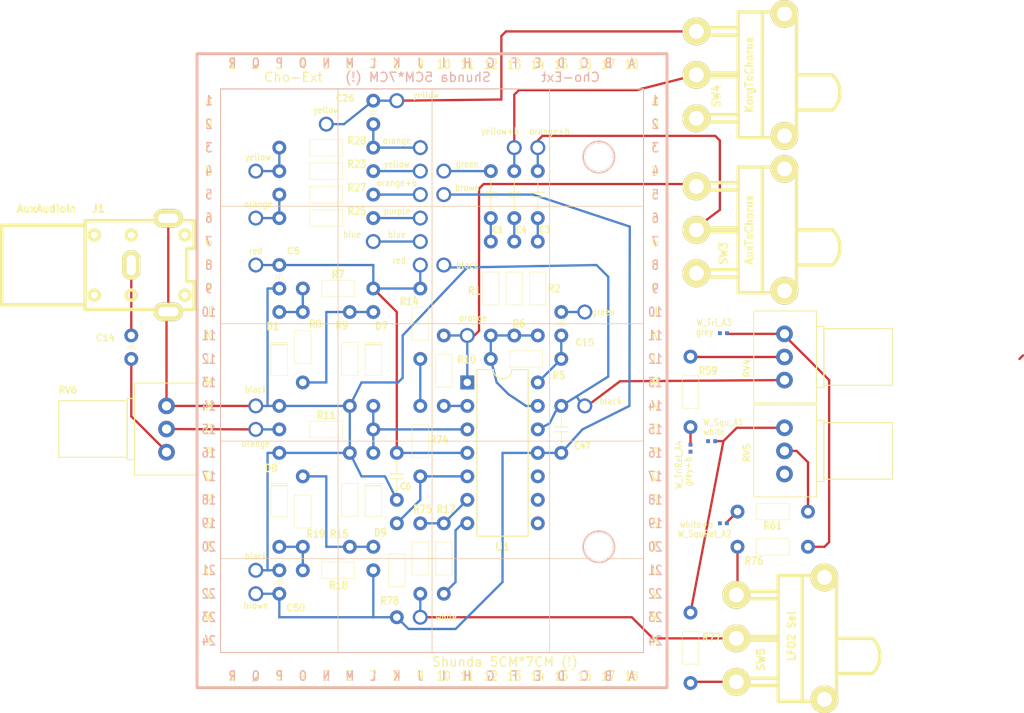
<source format=kicad_pcb>
(kicad_pcb (version 4) (host pcbnew 4.0.7)

  (general
    (links 93)
    (no_connects 0)
    (area 25.487019 24.46962 136.596002 102.02238)
    (thickness 1.6)
    (drawings 0)
    (tracks 173)
    (zones 0)
    (modules 79)
    (nets 79)
  )

  (page A4)
  (layers
    (0 F.Cu signal)
    (31 B.Cu signal)
    (32 B.Adhes user)
    (33 F.Adhes user)
    (34 B.Paste user)
    (35 F.Paste user)
    (36 B.SilkS user)
    (37 F.SilkS user)
    (38 B.Mask user)
    (39 F.Mask user)
    (40 Dwgs.User user)
    (41 Cmts.User user)
    (42 Eco1.User user)
    (43 Eco2.User user)
    (44 Edge.Cuts user)
    (45 Margin user)
    (46 B.CrtYd user)
    (47 F.CrtYd user)
    (48 B.Fab user)
    (49 F.Fab user)
  )

  (setup
    (last_trace_width 0.25)
    (trace_clearance 0.2)
    (zone_clearance 0.508)
    (zone_45_only no)
    (trace_min 0.2)
    (segment_width 0.2)
    (edge_width 0.15)
    (via_size 0.6)
    (via_drill 0.4)
    (via_min_size 0.4)
    (via_min_drill 0.3)
    (uvia_size 0.3)
    (uvia_drill 0.1)
    (uvias_allowed no)
    (uvia_min_size 0.2)
    (uvia_min_drill 0.1)
    (pcb_text_width 0.3)
    (pcb_text_size 1.5 1.5)
    (mod_edge_width 0.15)
    (mod_text_size 0.6 0.6)
    (mod_text_width 0.15)
    (pad_size 1.6 1.6)
    (pad_drill 1.1)
    (pad_to_mask_clearance 0.2)
    (aux_axis_origin 0 0)
    (visible_elements FFFFFFFF)
    (pcbplotparams
      (layerselection 0x00030_80000001)
      (usegerberextensions false)
      (excludeedgelayer true)
      (linewidth 0.100000)
      (plotframeref false)
      (viasonmask false)
      (mode 1)
      (useauxorigin false)
      (hpglpennumber 1)
      (hpglpenspeed 20)
      (hpglpendiameter 15)
      (hpglpenoverlay 2)
      (psnegative false)
      (psa4output false)
      (plotreference true)
      (plotvalue true)
      (plotinvisibletext false)
      (padsonsilk false)
      (subtractmaskfromsilk false)
      (outputformat 1)
      (mirror false)
      (drillshape 1)
      (scaleselection 1)
      (outputdirectory ""))
  )

  (net 0 "")
  (net 1 "Net-(C1-Pad2)")
  (net 2 "Net-(C3-Pad1)")
  (net 3 "Net-(C3-Pad2)")
  (net 4 "Net-(C4-Pad1)")
  (net 5 "Net-(C4-Pad2)")
  (net 6 "Net-(C14-Pad2)")
  (net 7 "Net-(D1-Pad1)")
  (net 8 "Net-(D7-Pad2)")
  (net 9 "Net-(D7-Pad1)")
  (net 10 "Net-(D8-Pad2)")
  (net 11 "Net-(D9-Pad2)")
  (net 12 "Net-(R1-Pad1)")
  (net 13 "Net-(R10-Pad1)")
  (net 14 "Net-(R14-Pad2)")
  (net 15 "Net-(R17-Pad2)")
  (net 16 "Net-(R17-Pad1)")
  (net 17 "Net-(R59-Pad1)")
  (net 18 "Net-(R61-Pad1)")
  (net 19 "Net-(R74-Pad2)")
  (net 20 "Net-(R76-Pad2)")
  (net 21 "Net-(R77-Pad1)")
  (net 22 "Net-(RV5-Pad1)")
  (net 23 "Net-(U1-Pad8)")
  (net 24 "Net-(U1-Pad9)")
  (net 25 "Net-(U1-Pad10)")
  (net 26 /ToChorus)
  (net 27 "Net-(C14-Pad1)")
  (net 28 "Net-(SW4-Pad1)")
  (net 29 "Net-(C1-Pad1)")
  (net 30 "Net-(C5-Pad1)")
  (net 31 "Net-(C15-Pad1)")
  (net 32 "Net-(C26-Pad1)")
  (net 33 "Net-(C26-Pad2)")
  (net 34 "Net-(C47-Pad1)")
  (net 35 "Net-(J1-Pad2)")
  (net 36 "Net-(C47-Pad2)")
  (net 37 "Net-(P_Aux_P2-Pad1)")
  (net 38 "Net-(P_Aux_P7-Pad1)")
  (net 39 "Net-(P_LFO_P6-Pad1)")
  (net 40 "Net-(P_L_A8-Pad1)")
  (net 41 "Net-(P_WetR_B4-Pad1)")
  (net 42 "Net-(P_R_A7-Pad1)")
  (net 43 "Net-(P_DryR_B3-Pad1)")
  (net 44 "Net-(R59-Pad2)")
  (net 45 "Net-(R61-Pad2)")
  (net 46 "Net-(R76-Pad1)")
  (net 47 "Net-(R77-Pad2)")
  (net 48 /+A_A4)
  (net 49 /+A_B6)
  (net 50 /L_A8)
  (net 51 /R_A7)
  (net 52 /Squ_A1)
  (net 53 /TriRet_A4)
  (net 54 /Tri_A3)
  (net 55 /-A_A3)
  (net 56 /Dry_A1)
  (net 57 /FB_B9)
  (net 58 /GND_B7)
  (net 59 /Wet_A6)
  (net 60 "Net-(P_Wet_A6-Pad1)")
  (net 61 /-A_B8)
  (net 62 "Net-(P_Aux_P2-Pad2)")
  (net 63 "Net-(P_Aux_P3-Pad2)")
  (net 64 "Net-(P_Aux_P7-Pad2)")
  (net 65 /DryRet_A2)
  (net 66 /DryR_B3)
  (net 67 /Dry_B1)
  (net 68 /GND_A5)
  (net 69 "Net-(P_GND_P5-Pad2)")
  (net 70 "Net-(P_KS_P1-Pad2)")
  (net 71 "Net-(P_KS_P4-Pad2)")
  (net 72 "Net-(P_LFO_P6-Pad2)")
  (net 73 /WetL_B2)
  (net 74 /WetR_B4)
  (net 75 /Wet_B5)
  (net 76 /SquRet_A2)
  (net 77 "Net-(P_WetL_B2-Pad1)")
  (net 78 "Net-(SW3-Pad1)")

  (net_class Default "This is the default net class."
    (clearance 0.2)
    (trace_width 0.25)
    (via_dia 0.6)
    (via_drill 0.4)
    (uvia_dia 0.3)
    (uvia_drill 0.1)
    (add_net /+A_A4)
    (add_net /+A_B6)
    (add_net /-A_A3)
    (add_net /-A_B8)
    (add_net /DryR_B3)
    (add_net /DryRet_A2)
    (add_net /Dry_A1)
    (add_net /Dry_B1)
    (add_net /FB_B9)
    (add_net /GND_A5)
    (add_net /GND_B7)
    (add_net /L_A8)
    (add_net /R_A7)
    (add_net /SquRet_A2)
    (add_net /Squ_A1)
    (add_net /ToChorus)
    (add_net /TriRet_A4)
    (add_net /Tri_A3)
    (add_net /WetL_B2)
    (add_net /WetR_B4)
    (add_net /Wet_A6)
    (add_net /Wet_B5)
    (add_net "Net-(C1-Pad1)")
    (add_net "Net-(C1-Pad2)")
    (add_net "Net-(C14-Pad1)")
    (add_net "Net-(C14-Pad2)")
    (add_net "Net-(C15-Pad1)")
    (add_net "Net-(C26-Pad1)")
    (add_net "Net-(C26-Pad2)")
    (add_net "Net-(C3-Pad1)")
    (add_net "Net-(C3-Pad2)")
    (add_net "Net-(C4-Pad1)")
    (add_net "Net-(C4-Pad2)")
    (add_net "Net-(C47-Pad1)")
    (add_net "Net-(C47-Pad2)")
    (add_net "Net-(C5-Pad1)")
    (add_net "Net-(D1-Pad1)")
    (add_net "Net-(D7-Pad1)")
    (add_net "Net-(D7-Pad2)")
    (add_net "Net-(D8-Pad2)")
    (add_net "Net-(D9-Pad2)")
    (add_net "Net-(J1-Pad2)")
    (add_net "Net-(P_Aux_P2-Pad1)")
    (add_net "Net-(P_Aux_P2-Pad2)")
    (add_net "Net-(P_Aux_P3-Pad2)")
    (add_net "Net-(P_Aux_P7-Pad1)")
    (add_net "Net-(P_Aux_P7-Pad2)")
    (add_net "Net-(P_DryR_B3-Pad1)")
    (add_net "Net-(P_GND_P5-Pad2)")
    (add_net "Net-(P_KS_P1-Pad2)")
    (add_net "Net-(P_KS_P4-Pad2)")
    (add_net "Net-(P_LFO_P6-Pad1)")
    (add_net "Net-(P_LFO_P6-Pad2)")
    (add_net "Net-(P_L_A8-Pad1)")
    (add_net "Net-(P_R_A7-Pad1)")
    (add_net "Net-(P_WetL_B2-Pad1)")
    (add_net "Net-(P_WetR_B4-Pad1)")
    (add_net "Net-(P_Wet_A6-Pad1)")
    (add_net "Net-(R1-Pad1)")
    (add_net "Net-(R10-Pad1)")
    (add_net "Net-(R14-Pad2)")
    (add_net "Net-(R17-Pad1)")
    (add_net "Net-(R17-Pad2)")
    (add_net "Net-(R59-Pad1)")
    (add_net "Net-(R59-Pad2)")
    (add_net "Net-(R61-Pad1)")
    (add_net "Net-(R61-Pad2)")
    (add_net "Net-(R74-Pad2)")
    (add_net "Net-(R76-Pad1)")
    (add_net "Net-(R76-Pad2)")
    (add_net "Net-(R77-Pad1)")
    (add_net "Net-(R77-Pad2)")
    (add_net "Net-(RV5-Pad1)")
    (add_net "Net-(SW3-Pad1)")
    (add_net "Net-(SW4-Pad1)")
    (add_net "Net-(U1-Pad10)")
    (add_net "Net-(U1-Pad8)")
    (add_net "Net-(U1-Pad9)")
  )

  (module MyKi_TH_Board_Features:perfboard_24x18_Shunda_misprint locked (layer F.Cu) (tedit 5A1778C7) (tstamp 5A20A938)
    (at 73.66 66.04)
    (tags "perfboard single-sided shunda misprint backwards invert inverted")
    (attr virtual)
    (fp_text reference REF** (at 7.874 -33.02) (layer F.CrtYd)
      (effects (font (size 1 1) (thickness 0.15)))
    )
    (fp_text value "Shunda 5CM*7CM (!)" (at 6.604 30.226) (layer F.SilkS)
      (effects (font (size 1 1) (thickness 0.15)))
    )
    (fp_line (start 11.43 -31.75) (end 11.43 29.21) (layer B.SilkS) (width 0.05))
    (fp_line (start -1.27 -31.75) (end -1.27 29.21) (layer B.SilkS) (width 0.05))
    (fp_line (start -11.43 -31.75) (end -11.43 29.21) (layer B.SilkS) (width 0.05))
    (fp_line (start -24.13 19.05) (end 21.59 19.05) (layer B.SilkS) (width 0.05))
    (fp_line (start -24.13 6.35) (end 21.59 6.35) (layer B.SilkS) (width 0.05))
    (fp_line (start -24.13 -6.35) (end 21.59 -6.35) (layer B.SilkS) (width 0.05))
    (fp_line (start -24.13 -19.05) (end 21.59 -19.05) (layer B.SilkS) (width 0.05))
    (fp_text user Cho-Ext (at 13.716 -33.02) (layer B.SilkS)
      (effects (font (size 1 1) (thickness 0.15)) (justify mirror))
    )
    (fp_text user Cho-Ext (at -16.256 -33.02) (layer F.SilkS)
      (effects (font (size 1 1) (thickness 0.15)))
    )
    (fp_text user "Shunda 5CM*7CM (!)" (at -2.794 -33.02) (layer B.SilkS)
      (effects (font (size 1 1) (thickness 0.15)) (justify mirror))
    )
    (fp_text user A (at 22.86 -30.48 180) (layer F.SilkS)
      (effects (font (size 1 0.8) (thickness 0.15)))
    )
    (fp_text user B (at 22.86 -27.94 180) (layer F.SilkS)
      (effects (font (size 1 0.8) (thickness 0.15)))
    )
    (fp_text user C (at 22.86 -25.4 180) (layer F.SilkS)
      (effects (font (size 1 0.8) (thickness 0.15)))
    )
    (fp_text user D (at 22.86 -22.86 180) (layer F.SilkS)
      (effects (font (size 1 0.8) (thickness 0.15)))
    )
    (fp_text user E (at 22.86 -20.32 180) (layer F.SilkS)
      (effects (font (size 1 0.8) (thickness 0.15)))
    )
    (fp_text user F (at 22.86 -17.78 180) (layer F.SilkS)
      (effects (font (size 1 0.8) (thickness 0.15)))
    )
    (fp_text user G (at 22.86 -15.24 180) (layer F.SilkS)
      (effects (font (size 1 0.8) (thickness 0.15)))
    )
    (fp_text user H (at 22.86 -12.7 180) (layer F.SilkS)
      (effects (font (size 1 0.8) (thickness 0.15)))
    )
    (fp_text user I (at 22.86 -10.16 180) (layer F.SilkS)
      (effects (font (size 1 0.8) (thickness 0.15)))
    )
    (fp_text user J (at 22.86 -7.62 180) (layer F.SilkS)
      (effects (font (size 1 0.8) (thickness 0.15)))
    )
    (fp_text user K (at 22.86 -5.08 180) (layer F.SilkS)
      (effects (font (size 1 0.8) (thickness 0.15)))
    )
    (fp_text user L (at 22.86 -2.54 180) (layer F.SilkS)
      (effects (font (size 1 0.8) (thickness 0.15)))
    )
    (fp_text user M (at 22.86 0 180) (layer F.SilkS)
      (effects (font (size 1 0.8) (thickness 0.15)))
    )
    (fp_text user N (at 22.86 2.54 180) (layer F.SilkS)
      (effects (font (size 1 0.8) (thickness 0.15)))
    )
    (fp_text user O (at 22.86 5.08 180) (layer F.SilkS)
      (effects (font (size 1 0.8) (thickness 0.15)))
    )
    (fp_text user P (at 22.86 7.62 180) (layer F.SilkS)
      (effects (font (size 1 0.8) (thickness 0.15)))
    )
    (fp_text user Q (at 22.86 10.16 180) (layer F.SilkS)
      (effects (font (size 1 0.8) (thickness 0.15)))
    )
    (fp_text user R (at 22.86 12.7 180) (layer F.SilkS)
      (effects (font (size 1 0.8) (thickness 0.15)))
    )
    (fp_text user S (at 22.86 15.24 180) (layer F.SilkS)
      (effects (font (size 1 0.8) (thickness 0.15)))
    )
    (fp_text user T (at 22.86 17.78 180) (layer F.SilkS)
      (effects (font (size 1 0.8) (thickness 0.15)))
    )
    (fp_text user U (at 22.86 20.32 180) (layer F.SilkS)
      (effects (font (size 1 0.8) (thickness 0.15)))
    )
    (fp_text user V (at 22.86 22.86 180) (layer F.SilkS)
      (effects (font (size 1 0.8) (thickness 0.15)))
    )
    (fp_text user W (at 22.86 25.4 180) (layer F.SilkS)
      (effects (font (size 1 0.8) (thickness 0.15)))
    )
    (fp_text user X (at 22.86 27.94 180) (layer F.SilkS)
      (effects (font (size 1 0.8) (thickness 0.15)))
    )
    (fp_text user 24 (at -25.4 27.94 180) (layer B.SilkS)
      (effects (font (size 1 0.8) (thickness 0.15)) (justify mirror))
    )
    (fp_text user 23 (at -25.4 25.4 180) (layer B.SilkS)
      (effects (font (size 1 0.8) (thickness 0.15)) (justify mirror))
    )
    (fp_text user 22 (at -25.4 22.86 180) (layer B.SilkS)
      (effects (font (size 1 0.8) (thickness 0.15)) (justify mirror))
    )
    (fp_text user 21 (at -25.4 20.32 180) (layer B.SilkS)
      (effects (font (size 1 0.8) (thickness 0.15)) (justify mirror))
    )
    (fp_text user 20 (at -25.4 17.78 180) (layer B.SilkS)
      (effects (font (size 1 0.8) (thickness 0.15)) (justify mirror))
    )
    (fp_text user 19 (at -25.4 15.24 180) (layer B.SilkS)
      (effects (font (size 1 0.8) (thickness 0.15)) (justify mirror))
    )
    (fp_text user 18 (at -25.4 12.7 180) (layer B.SilkS)
      (effects (font (size 1 0.8) (thickness 0.15)) (justify mirror))
    )
    (fp_text user 17 (at -25.4 10.16 180) (layer B.SilkS)
      (effects (font (size 1 0.8) (thickness 0.15)) (justify mirror))
    )
    (fp_text user 16 (at -25.4 7.62 180) (layer B.SilkS)
      (effects (font (size 1 0.8) (thickness 0.15)) (justify mirror))
    )
    (fp_text user 15 (at -25.4 5.08 180) (layer B.SilkS)
      (effects (font (size 1 0.8) (thickness 0.15)) (justify mirror))
    )
    (fp_text user 14 (at -25.4 2.54 180) (layer B.SilkS)
      (effects (font (size 1 0.8) (thickness 0.15)) (justify mirror))
    )
    (fp_text user 13 (at -25.4 0 180) (layer B.SilkS)
      (effects (font (size 1 0.8) (thickness 0.15)) (justify mirror))
    )
    (fp_text user 12 (at -25.4 -2.54 180) (layer B.SilkS)
      (effects (font (size 1 0.8) (thickness 0.15)) (justify mirror))
    )
    (fp_text user 11 (at -25.4 -5.08 180) (layer B.SilkS)
      (effects (font (size 1 0.8) (thickness 0.15)) (justify mirror))
    )
    (fp_text user 10 (at -25.4 -7.62 180) (layer B.SilkS)
      (effects (font (size 1 0.8) (thickness 0.15)) (justify mirror))
    )
    (fp_text user 9 (at -25.4 -10.16 180) (layer B.SilkS)
      (effects (font (size 1 0.8) (thickness 0.15)) (justify mirror))
    )
    (fp_text user 8 (at -25.4 -12.7 180) (layer B.SilkS)
      (effects (font (size 1 0.8) (thickness 0.15)) (justify mirror))
    )
    (fp_text user 7 (at -25.4 -15.24 180) (layer B.SilkS)
      (effects (font (size 1 0.8) (thickness 0.15)) (justify mirror))
    )
    (fp_text user 6 (at -25.4 -17.78 180) (layer B.SilkS)
      (effects (font (size 1 0.8) (thickness 0.15)) (justify mirror))
    )
    (fp_text user 5 (at -25.4 -20.32 180) (layer B.SilkS)
      (effects (font (size 1 0.8) (thickness 0.15)) (justify mirror))
    )
    (fp_text user 4 (at -25.4 -22.86 180) (layer B.SilkS)
      (effects (font (size 1 0.8) (thickness 0.15)) (justify mirror))
    )
    (fp_text user 3 (at -25.4 -25.4 180) (layer B.SilkS)
      (effects (font (size 1 0.8) (thickness 0.15)) (justify mirror))
    )
    (fp_text user 2 (at -25.4 -27.94 180) (layer B.SilkS)
      (effects (font (size 1 0.8) (thickness 0.15)) (justify mirror))
    )
    (fp_text user 1 (at -25.4 -30.48 180) (layer B.SilkS)
      (effects (font (size 1 0.8) (thickness 0.15)) (justify mirror))
    )
    (fp_text user A (at 20.32 -34.544 180) (layer B.SilkS)
      (effects (font (size 1 0.8) (thickness 0.15)) (justify mirror))
    )
    (fp_text user B (at 17.78 -34.544 180) (layer B.SilkS)
      (effects (font (size 1 0.8) (thickness 0.15)) (justify mirror))
    )
    (fp_text user C (at 15.24 -34.544 180) (layer B.SilkS)
      (effects (font (size 1 0.8) (thickness 0.15)) (justify mirror))
    )
    (fp_text user D (at 12.7 -34.544 180) (layer B.SilkS)
      (effects (font (size 1 0.8) (thickness 0.15)) (justify mirror))
    )
    (fp_text user E (at 10.16 -34.544 180) (layer B.SilkS)
      (effects (font (size 1 0.8) (thickness 0.15)) (justify mirror))
    )
    (fp_text user F (at 7.62 -34.544 180) (layer B.SilkS)
      (effects (font (size 1 0.8) (thickness 0.15)) (justify mirror))
    )
    (fp_text user G (at 5.08 -34.544 180) (layer B.SilkS)
      (effects (font (size 1 0.8) (thickness 0.15)) (justify mirror))
    )
    (fp_text user H (at 2.54 -34.544 180) (layer B.SilkS)
      (effects (font (size 1 0.8) (thickness 0.15)) (justify mirror))
    )
    (fp_text user I (at 0 -34.544 180) (layer B.SilkS)
      (effects (font (size 1 0.8) (thickness 0.15)) (justify mirror))
    )
    (fp_text user J (at -2.54 -34.544 180) (layer B.SilkS)
      (effects (font (size 1 0.8) (thickness 0.15)) (justify mirror))
    )
    (fp_text user K (at -5.08 -34.544 180) (layer B.SilkS)
      (effects (font (size 1 0.8) (thickness 0.15)) (justify mirror))
    )
    (fp_text user L (at -7.62 -34.544 180) (layer B.SilkS)
      (effects (font (size 1 0.8) (thickness 0.15)) (justify mirror))
    )
    (fp_text user M (at -10.16 -34.544 180) (layer B.SilkS)
      (effects (font (size 1 0.8) (thickness 0.15)) (justify mirror))
    )
    (fp_text user N (at -12.7 -34.544 180) (layer B.SilkS)
      (effects (font (size 1 0.8) (thickness 0.15)) (justify mirror))
    )
    (fp_text user O (at -15.24 -34.544 180) (layer B.SilkS)
      (effects (font (size 1 0.8) (thickness 0.15)) (justify mirror))
    )
    (fp_text user P (at -17.78 -34.544 180) (layer B.SilkS)
      (effects (font (size 1 0.8) (thickness 0.15)) (justify mirror))
    )
    (fp_text user Q (at -20.32 -34.544 180) (layer B.SilkS)
      (effects (font (size 1 0.8) (thickness 0.15)) (justify mirror))
    )
    (fp_text user R (at -22.86 -34.544 180) (layer B.SilkS)
      (effects (font (size 1 0.8) (thickness 0.15)) (justify mirror))
    )
    (fp_text user 1 (at -22.86 31.75 180) (layer F.SilkS)
      (effects (font (size 1 0.8) (thickness 0.15)))
    )
    (fp_text user 2 (at -20.32 31.75 180) (layer F.SilkS)
      (effects (font (size 1 0.8) (thickness 0.15)))
    )
    (fp_text user 3 (at -17.78 31.75 180) (layer F.SilkS)
      (effects (font (size 1 0.8) (thickness 0.15)))
    )
    (fp_text user 4 (at -15.24 31.75 180) (layer F.SilkS)
      (effects (font (size 1 0.8) (thickness 0.15)))
    )
    (fp_text user 5 (at -12.7 31.75 180) (layer F.SilkS)
      (effects (font (size 1 0.8) (thickness 0.15)))
    )
    (fp_text user 6 (at -10.16 31.75 180) (layer F.SilkS)
      (effects (font (size 1 0.8) (thickness 0.15)))
    )
    (fp_text user 7 (at -7.62 31.75 180) (layer F.SilkS)
      (effects (font (size 1 0.8) (thickness 0.15)))
    )
    (fp_text user 8 (at -5.08 31.75 180) (layer F.SilkS)
      (effects (font (size 1 0.8) (thickness 0.15)))
    )
    (fp_text user 9 (at -2.54 31.75 180) (layer F.SilkS)
      (effects (font (size 1 0.8) (thickness 0.15)))
    )
    (fp_text user 10 (at 0 31.75 180) (layer F.SilkS)
      (effects (font (size 1 0.8) (thickness 0.15)))
    )
    (fp_text user 11 (at 2.54 31.75 180) (layer F.SilkS)
      (effects (font (size 1 0.8) (thickness 0.15)))
    )
    (fp_text user 12 (at 5.08 31.75 180) (layer F.SilkS)
      (effects (font (size 1 0.8) (thickness 0.15)))
    )
    (fp_text user 13 (at 7.62 31.75 180) (layer F.SilkS)
      (effects (font (size 1 0.8) (thickness 0.15)))
    )
    (fp_text user 14 (at 10.16 31.75 180) (layer F.SilkS)
      (effects (font (size 1 0.8) (thickness 0.15)))
    )
    (fp_text user 15 (at 12.7 31.75 180) (layer F.SilkS)
      (effects (font (size 1 0.8) (thickness 0.15)))
    )
    (fp_text user 16 (at 15.24 31.75 180) (layer F.SilkS)
      (effects (font (size 1 0.8) (thickness 0.15)))
    )
    (fp_text user 17 (at 17.78 31.75 180) (layer F.SilkS)
      (effects (font (size 1 0.8) (thickness 0.15)))
    )
    (fp_text user 18 (at 20.32 31.75 180) (layer F.SilkS)
      (effects (font (size 1 0.8) (thickness 0.15)))
    )
    (fp_line (start -26.67 -35.56) (end 24.13 -35.56) (layer B.SilkS) (width 0.3))
    (fp_line (start -26.67 33.02) (end -26.67 -35.56) (layer B.SilkS) (width 0.3))
    (fp_line (start 24.13 33.02) (end -26.67 33.02) (layer B.SilkS) (width 0.3))
    (fp_line (start 24.13 -35.56) (end 24.13 33.02) (layer B.SilkS) (width 0.3))
    (fp_line (start -24.13 -19.05) (end 21.59 -19.05) (layer F.SilkS) (width 0.05))
    (fp_line (start -24.13 -6.35) (end 21.59 -6.35) (layer F.SilkS) (width 0.05))
    (fp_line (start -24.13 6.35) (end 21.59 6.35) (layer F.SilkS) (width 0.05))
    (fp_line (start -24.13 19.05) (end 21.59 19.05) (layer F.SilkS) (width 0.05))
    (fp_line (start -11.43 -31.75) (end -11.43 29.21) (layer F.SilkS) (width 0.05))
    (fp_line (start -1.27 -31.75) (end -1.27 29.21) (layer F.SilkS) (width 0.05))
    (fp_line (start 11.43 -31.75) (end 11.43 29.21) (layer F.SilkS) (width 0.05))
    (fp_line (start 21.59 29.21) (end -24.13 29.21) (layer B.SilkS) (width 0.1))
    (fp_line (start -24.13 29.21) (end -24.13 -31.75) (layer B.SilkS) (width 0.1))
    (fp_line (start -24.13 -31.75) (end 21.59 -31.75) (layer B.SilkS) (width 0.1))
    (fp_line (start 21.59 -31.75) (end 21.59 29.21) (layer B.SilkS) (width 0.1))
    (fp_line (start -26.67 -35.56) (end 24.13 -35.56) (layer F.SilkS) (width 0.3))
    (fp_line (start 24.13 -35.56) (end 24.13 33.02) (layer F.SilkS) (width 0.3))
    (fp_line (start 24.13 33.02) (end -26.67 33.02) (layer F.SilkS) (width 0.3))
    (fp_line (start -26.67 33.02) (end -26.67 -35.56) (layer F.SilkS) (width 0.3))
    (fp_line (start 21.59 29.21) (end -24.13 29.21) (layer F.SilkS) (width 0.1))
    (fp_line (start -24.13 29.21) (end -24.13 -31.75) (layer F.SilkS) (width 0.1))
    (fp_line (start -24.13 -31.75) (end 21.59 -31.75) (layer F.SilkS) (width 0.1))
    (fp_line (start 21.59 -31.75) (end 21.59 29.21) (layer F.SilkS) (width 0.1))
    (fp_text user R (at -22.86 31.75 180) (layer B.SilkS)
      (effects (font (size 1 0.8) (thickness 0.15)) (justify mirror))
    )
    (fp_text user Q (at -20.32 31.75 180) (layer B.SilkS)
      (effects (font (size 1 0.8) (thickness 0.15)) (justify mirror))
    )
    (fp_text user P (at -17.78 31.75 180) (layer B.SilkS)
      (effects (font (size 1 0.8) (thickness 0.15)) (justify mirror))
    )
    (fp_text user O (at -15.24 31.75 180) (layer B.SilkS)
      (effects (font (size 1 0.8) (thickness 0.15)) (justify mirror))
    )
    (fp_text user N (at -12.7 31.75 180) (layer B.SilkS)
      (effects (font (size 1 0.8) (thickness 0.15)) (justify mirror))
    )
    (fp_text user M (at -10.16 31.75 180) (layer B.SilkS)
      (effects (font (size 1 0.8) (thickness 0.15)) (justify mirror))
    )
    (fp_text user L (at -7.62 31.75 180) (layer B.SilkS)
      (effects (font (size 1 0.8) (thickness 0.15)) (justify mirror))
    )
    (fp_text user K (at -5.08 31.75 180) (layer B.SilkS)
      (effects (font (size 1 0.8) (thickness 0.15)) (justify mirror))
    )
    (fp_text user J (at -2.54 31.75 180) (layer B.SilkS)
      (effects (font (size 1 0.8) (thickness 0.15)) (justify mirror))
    )
    (fp_text user I (at 0 31.75 180) (layer B.SilkS)
      (effects (font (size 1 0.8) (thickness 0.15)) (justify mirror))
    )
    (fp_text user H (at 2.54 31.75 180) (layer B.SilkS)
      (effects (font (size 1 0.8) (thickness 0.15)) (justify mirror))
    )
    (fp_text user G (at 5.08 31.75 180) (layer B.SilkS)
      (effects (font (size 1 0.8) (thickness 0.15)) (justify mirror))
    )
    (fp_text user F (at 7.62 31.75 180) (layer B.SilkS)
      (effects (font (size 1 0.8) (thickness 0.15)) (justify mirror))
    )
    (fp_text user E (at 10.16 31.75 180) (layer B.SilkS)
      (effects (font (size 1 0.8) (thickness 0.15)) (justify mirror))
    )
    (fp_text user D (at 12.7 31.75 180) (layer B.SilkS)
      (effects (font (size 1 0.8) (thickness 0.15)) (justify mirror))
    )
    (fp_text user C (at 15.24 31.75 180) (layer B.SilkS)
      (effects (font (size 1 0.8) (thickness 0.15)) (justify mirror))
    )
    (fp_text user B (at 17.78 31.75 180) (layer B.SilkS)
      (effects (font (size 1 0.8) (thickness 0.15)) (justify mirror))
    )
    (fp_text user A (at 20.32 31.75 180) (layer B.SilkS)
      (effects (font (size 1 0.8) (thickness 0.15)) (justify mirror))
    )
    (fp_text user 1 (at 22.86 -30.48 180) (layer B.SilkS)
      (effects (font (size 1 0.8) (thickness 0.15)) (justify mirror))
    )
    (fp_text user 2 (at 22.86 -27.94 180) (layer B.SilkS)
      (effects (font (size 1 0.8) (thickness 0.15)) (justify mirror))
    )
    (fp_text user 3 (at 22.86 -25.4 180) (layer B.SilkS)
      (effects (font (size 1 0.8) (thickness 0.15)) (justify mirror))
    )
    (fp_text user 4 (at 22.86 -22.86 180) (layer B.SilkS)
      (effects (font (size 1 0.8) (thickness 0.15)) (justify mirror))
    )
    (fp_text user 5 (at 22.86 -20.32 180) (layer B.SilkS)
      (effects (font (size 1 0.8) (thickness 0.15)) (justify mirror))
    )
    (fp_text user 6 (at 22.86 -17.78 180) (layer B.SilkS)
      (effects (font (size 1 0.8) (thickness 0.15)) (justify mirror))
    )
    (fp_text user 7 (at 22.86 -15.24 180) (layer B.SilkS)
      (effects (font (size 1 0.8) (thickness 0.15)) (justify mirror))
    )
    (fp_text user 8 (at 22.86 -12.7 180) (layer B.SilkS)
      (effects (font (size 1 0.8) (thickness 0.15)) (justify mirror))
    )
    (fp_text user 9 (at 22.86 -10.16 180) (layer B.SilkS)
      (effects (font (size 1 0.8) (thickness 0.15)) (justify mirror))
    )
    (fp_text user 10 (at 22.86 -7.62 180) (layer B.SilkS)
      (effects (font (size 1 0.8) (thickness 0.15)) (justify mirror))
    )
    (fp_text user 11 (at 22.86 -5.08 180) (layer B.SilkS)
      (effects (font (size 1 0.8) (thickness 0.15)) (justify mirror))
    )
    (fp_text user 12 (at 22.86 -2.54 180) (layer B.SilkS)
      (effects (font (size 1 0.8) (thickness 0.15)) (justify mirror))
    )
    (fp_text user 13 (at 22.86 0 180) (layer B.SilkS)
      (effects (font (size 1 0.8) (thickness 0.15)) (justify mirror))
    )
    (fp_text user 14 (at 22.86 2.54 180) (layer B.SilkS)
      (effects (font (size 1 0.8) (thickness 0.15)) (justify mirror))
    )
    (fp_text user 15 (at 22.86 5.08 180) (layer B.SilkS)
      (effects (font (size 1 0.8) (thickness 0.15)) (justify mirror))
    )
    (fp_text user 16 (at 22.86 7.62 180) (layer B.SilkS)
      (effects (font (size 1 0.8) (thickness 0.15)) (justify mirror))
    )
    (fp_text user 17 (at 22.86 10.16 180) (layer B.SilkS)
      (effects (font (size 1 0.8) (thickness 0.15)) (justify mirror))
    )
    (fp_text user 18 (at 22.86 12.7 180) (layer B.SilkS)
      (effects (font (size 1 0.8) (thickness 0.15)) (justify mirror))
    )
    (fp_text user 19 (at 22.86 15.24 180) (layer B.SilkS)
      (effects (font (size 1 0.8) (thickness 0.15)) (justify mirror))
    )
    (fp_text user 20 (at 22.86 17.78 180) (layer B.SilkS)
      (effects (font (size 1 0.8) (thickness 0.15)) (justify mirror))
    )
    (fp_text user 21 (at 22.86 20.32 180) (layer B.SilkS)
      (effects (font (size 1 0.8) (thickness 0.15)) (justify mirror))
    )
    (fp_text user 22 (at 22.86 22.86 180) (layer B.SilkS)
      (effects (font (size 1 0.8) (thickness 0.15)) (justify mirror))
    )
    (fp_text user 23 (at 22.86 25.4 180) (layer B.SilkS)
      (effects (font (size 1 0.8) (thickness 0.15)) (justify mirror))
    )
    (fp_text user 24 (at 22.86 27.94 180) (layer B.SilkS)
      (effects (font (size 1 0.8) (thickness 0.15)) (justify mirror))
    )
    (fp_text user 18 (at 20.32 -34.417 180) (layer F.SilkS)
      (effects (font (size 1 0.8) (thickness 0.15)))
    )
    (fp_text user 17 (at 17.78 -34.417 180) (layer F.SilkS)
      (effects (font (size 1 0.8) (thickness 0.15)))
    )
    (fp_text user 16 (at 15.24 -34.417 180) (layer F.SilkS)
      (effects (font (size 1 0.8) (thickness 0.15)))
    )
    (fp_text user 15 (at 12.7 -34.417 180) (layer F.SilkS)
      (effects (font (size 1 0.8) (thickness 0.15)))
    )
    (fp_text user X (at -25.4 27.94 180) (layer F.SilkS)
      (effects (font (size 1 0.8) (thickness 0.15)))
    )
    (fp_text user W (at -25.4 25.4 180) (layer F.SilkS)
      (effects (font (size 1 0.8) (thickness 0.15)))
    )
    (fp_text user V (at -25.4 22.86 180) (layer F.SilkS)
      (effects (font (size 1 0.8) (thickness 0.15)))
    )
    (fp_text user U (at -25.4 20.32 180) (layer F.SilkS)
      (effects (font (size 1 0.8) (thickness 0.15)))
    )
    (fp_text user T (at -25.4 17.78 180) (layer F.SilkS)
      (effects (font (size 1 0.8) (thickness 0.15)))
    )
    (fp_text user S (at -25.4 15.24 180) (layer F.SilkS)
      (effects (font (size 1 0.8) (thickness 0.15)))
    )
    (fp_text user R (at -25.4 12.7 180) (layer F.SilkS)
      (effects (font (size 1 0.8) (thickness 0.15)))
    )
    (fp_text user Q (at -25.4 10.16 180) (layer F.SilkS)
      (effects (font (size 1 0.8) (thickness 0.15)))
    )
    (fp_text user P (at -25.4 7.62 180) (layer F.SilkS)
      (effects (font (size 1 0.8) (thickness 0.15)))
    )
    (fp_text user O (at -25.4 5.08 180) (layer F.SilkS)
      (effects (font (size 1 0.8) (thickness 0.15)))
    )
    (fp_text user N (at -25.4 2.54 180) (layer F.SilkS)
      (effects (font (size 1 0.8) (thickness 0.15)))
    )
    (fp_text user M (at -25.4 0 180) (layer F.SilkS)
      (effects (font (size 1 0.8) (thickness 0.15)))
    )
    (fp_text user L (at -25.4 -2.54 180) (layer F.SilkS)
      (effects (font (size 1 0.8) (thickness 0.15)))
    )
    (fp_text user K (at -25.4 -5.08 180) (layer F.SilkS)
      (effects (font (size 1 0.8) (thickness 0.15)))
    )
    (fp_text user J (at -25.4 -7.62 180) (layer F.SilkS)
      (effects (font (size 1 0.8) (thickness 0.15)))
    )
    (fp_text user I (at -25.4 -10.16 180) (layer F.SilkS)
      (effects (font (size 1 0.8) (thickness 0.15)))
    )
    (fp_text user H (at -25.4 -12.7 180) (layer F.SilkS)
      (effects (font (size 1 0.8) (thickness 0.15)))
    )
    (fp_text user G (at -25.4 -15.24 180) (layer F.SilkS)
      (effects (font (size 1 0.8) (thickness 0.15)))
    )
    (fp_text user F (at -25.4 -17.78 180) (layer F.SilkS)
      (effects (font (size 1 0.8) (thickness 0.15)))
    )
    (fp_text user E (at -25.4 -20.32 180) (layer F.SilkS)
      (effects (font (size 1 0.8) (thickness 0.15)))
    )
    (fp_text user D (at -25.4 -22.86 180) (layer F.SilkS)
      (effects (font (size 1 0.8) (thickness 0.15)))
    )
    (fp_text user C (at -25.4 -25.4 180) (layer F.SilkS)
      (effects (font (size 1 0.8) (thickness 0.15)))
    )
    (fp_text user B (at -25.4 -27.94 180) (layer F.SilkS)
      (effects (font (size 1 0.8) (thickness 0.15)))
    )
    (fp_text user A (at -25.4 -30.48 180) (layer F.SilkS)
      (effects (font (size 1 0.8) (thickness 0.15)))
    )
    (fp_text user 14 (at 10.16 -34.417 180) (layer F.SilkS)
      (effects (font (size 1 0.8) (thickness 0.15)))
    )
    (fp_text user 13 (at 7.62 -34.417 180) (layer F.SilkS)
      (effects (font (size 1 0.8) (thickness 0.15)))
    )
    (fp_text user 12 (at 5.08 -34.417 180) (layer F.SilkS)
      (effects (font (size 1 0.8) (thickness 0.15)))
    )
    (fp_text user 11 (at 2.54 -34.417 180) (layer F.SilkS)
      (effects (font (size 1 0.8) (thickness 0.15)))
    )
    (fp_text user 10 (at 0 -34.417 180) (layer F.SilkS)
      (effects (font (size 1 0.8) (thickness 0.15)))
    )
    (fp_text user 9 (at -2.54 -34.417 180) (layer F.SilkS)
      (effects (font (size 1 0.8) (thickness 0.15)))
    )
    (fp_text user 8 (at -5.08 -34.417 180) (layer F.SilkS)
      (effects (font (size 1 0.8) (thickness 0.15)))
    )
    (fp_text user 7 (at -7.62 -34.417 180) (layer F.SilkS)
      (effects (font (size 1 0.8) (thickness 0.15)))
    )
    (fp_text user 6 (at -10.16 -34.417 180) (layer F.SilkS)
      (effects (font (size 1 0.8) (thickness 0.15)))
    )
    (fp_text user 5 (at -12.7 -34.417 180) (layer F.SilkS)
      (effects (font (size 1 0.8) (thickness 0.15)))
    )
    (fp_text user 4 (at -15.24 -34.417 180) (layer F.SilkS)
      (effects (font (size 1 0.8) (thickness 0.15)))
    )
    (fp_text user 3 (at -17.78 -34.417 180) (layer F.SilkS)
      (effects (font (size 1 0.8) (thickness 0.15)))
    )
    (fp_text user 2 (at -20.32 -34.417 180) (layer F.SilkS)
      (effects (font (size 1 0.8) (thickness 0.15)))
    )
    (fp_text user 1 (at -22.86 -34.417 180) (layer F.SilkS)
      (effects (font (size 1 0.8) (thickness 0.15)))
    )
    (pad "" np_thru_hole circle (at 20.955 30.48 180) (size 1.6 1.6) (drill 1.6) (layers *.Cu *.Mask))
    (pad "" np_thru_hole circle (at -23.495 30.48 180) (size 1.6 1.6) (drill 1.6) (layers *.Cu *.Mask))
    (pad "" np_thru_hole circle (at 20.955 -33.02 180) (size 1.6 1.6) (drill 1.6) (layers *.Cu *.Mask))
    (pad "" np_thru_hole circle (at -23.495 -33.02 180) (size 1.6 1.6) (drill 1.6) (layers *.Cu *.Mask))
  )

  (module w_switch:switch_mfp116dg-ra (layer F.Cu) (tedit 5A111BBF) (tstamp 5A29D668)
    (at 110.49 32.766 90)
    (descr "Knitter MFP 116 DG-RA")
    (path /59F870DC)
    (fp_text reference SW4 (at -2.286 -7.366 90) (layer F.SilkS)
      (effects (font (size 0.8 0.8) (thickness 0.2)))
    )
    (fp_text value KorgToChorus (at 0 -3.81 90) (layer F.SilkS)
      (effects (font (size 0.8 0.8) (thickness 0.2)))
    )
    (fp_line (start 0 5.19938) (end 0 1.30048) (layer F.SilkS) (width 0.37846))
    (fp_line (start -3.79984 5.19938) (end -3.79984 1.30048) (layer F.SilkS) (width 0.37846))
    (fp_arc (start -1.89992 3.29946) (end 0 5.19938) (angle 90) (layer F.SilkS) (width 0.37846))
    (fp_line (start -6.79958 -2.4003) (end 6.79958 -2.4003) (layer F.SilkS) (width 0.37846))
    (fp_line (start -0.20066 -5.00126) (end -0.20066 -9.4996) (layer F.SilkS) (width 0.37846))
    (fp_line (start -0.20066 -9.4996) (end 0.20066 -9.4996) (layer F.SilkS) (width 0.37846))
    (fp_line (start 0.20066 -9.4996) (end 0.20066 -5.00126) (layer F.SilkS) (width 0.37846))
    (fp_line (start -5.10032 -9.4996) (end -5.10032 -5.00126) (layer F.SilkS) (width 0.37846))
    (fp_line (start -5.10032 -9.4996) (end -4.30022 -9.4996) (layer F.SilkS) (width 0.37846))
    (fp_line (start -4.30022 -9.4996) (end -4.30022 -5.00126) (layer F.SilkS) (width 0.37846))
    (fp_line (start 5.10032 -5.00126) (end 5.10032 -9.4996) (layer F.SilkS) (width 0.37846))
    (fp_line (start 5.10032 -9.4996) (end 4.30022 -9.4996) (layer F.SilkS) (width 0.37846))
    (fp_line (start 4.30022 -9.4996) (end 4.30022 -5.00126) (layer F.SilkS) (width 0.37846))
    (fp_line (start 6.79958 1.30048) (end 6.79958 -5.00126) (layer F.SilkS) (width 0.37846))
    (fp_line (start -6.79958 -5.00126) (end -6.79958 1.30048) (layer F.SilkS) (width 0.37846))
    (fp_line (start -6.79958 1.30048) (end 6.79958 1.30048) (layer F.SilkS) (width 0.37846))
    (fp_line (start 6.79958 -5.00126) (end -6.79958 -5.00126) (layer F.SilkS) (width 0.37846))
    (pad 1 thru_hole circle (at -4.699 -9.525 90) (size 3 3) (drill 1.6) (layers *.Cu *.Mask F.SilkS)
      (net 28 "Net-(SW4-Pad1)"))
    (pad 2 thru_hole circle (at 0 -9.52754 90) (size 3 3) (drill 1.6) (layers *.Cu *.Mask F.SilkS)
      (net 71 "Net-(P_KS_P4-Pad2)"))
    (pad 3 thru_hole circle (at 4.699 -9.52754 90) (size 3 3) (drill 1.6) (layers *.Cu *.Mask F.SilkS)
      (net 70 "Net-(P_KS_P1-Pad2)"))
    (pad "" thru_hole circle (at -6.59638 0 90) (size 3 3) (drill 1.6) (layers *.Cu *.Mask F.SilkS))
    (pad "" thru_hole circle (at 6.59638 0 90) (size 3 3) (drill 1.6) (layers *.Cu *.Mask F.SilkS))
    (model walter/switch/switch_mfp116dg-ra.wrl
      (at (xyz 0 0 0))
      (scale (xyz 1 1 1))
      (rotate (xyz 0 0 0))
    )
  )

  (module MyKi_TH_Capacitors:200Mil_TH_C (layer F.Cu) (tedit 5A10F3A5) (tstamp 5A03FE29)
    (at 78.74 43.18 270)
    (descr "C, Disc series, Radial, pin pitch=5.00mm, , diameter*width=4.7*2.5mm^2, Capacitor, http://www.vishay.com/docs/45233/krseries.pdf")
    (tags "C Disc series Radial pin pitch 5.00mm  diameter 4.7mm width 2.5mm Capacitor")
    (path /59F86E28)
    (fp_text reference C1 (at 6.35 -0.762 360) (layer F.SilkS)
      (effects (font (size 0.7 0.6) (thickness 0.15)))
    )
    (fp_text value 47n (at 3.556 -1.016 360) (layer F.Fab)
      (effects (font (size 0.7 0.6) (thickness 0.15)))
    )
    (fp_line (start 4.318 0) (end 2.794 0) (layer F.Fab) (width 0.08))
    (fp_line (start 2.794 -0.762) (end 2.794 0.762) (layer F.Fab) (width 0.08))
    (fp_line (start 2.286 -0.762) (end 2.286 0.762) (layer F.Fab) (width 0.08))
    (fp_line (start 0.762 0) (end 2.286 0) (layer F.Fab) (width 0.08))
    (fp_line (start 2.794 -0.762) (end 2.794 0.762) (layer F.SilkS) (width 0.08))
    (fp_line (start 2.286 -0.762) (end 2.286 0.762) (layer F.SilkS) (width 0.08))
    (fp_line (start 4.318 0) (end 2.794 0) (layer F.SilkS) (width 0.08))
    (fp_line (start 0.762 0) (end 2.286 0) (layer F.SilkS) (width 0.08))
    (pad 1 thru_hole circle (at 0 0 270) (size 1.5 1.5) (drill 0.8) (layers *.Cu *.Mask)
      (net 29 "Net-(C1-Pad1)"))
    (pad 2 thru_hole circle (at 5.08 0 270) (size 1.5 1.5) (drill 0.8) (layers *.Cu *.Mask)
      (net 1 "Net-(C1-Pad2)"))
    (model ${KISYS3DMOD}/Capacitors_THT.3dshapes/C_Disc_D4.7mm_W2.5mm_P5.00mm.wrl
      (at (xyz 0 0 0))
      (scale (xyz 1 1 1))
      (rotate (xyz 0 0 0))
    )
  )

  (module MyKi_TH_Capacitors:200Mil_TH_C (layer F.Cu) (tedit 5A10F3A9) (tstamp 5A03FE2E)
    (at 83.82 43.18 270)
    (descr "C, Disc series, Radial, pin pitch=5.00mm, , diameter*width=4.7*2.5mm^2, Capacitor, http://www.vishay.com/docs/45233/krseries.pdf")
    (tags "C Disc series Radial pin pitch 5.00mm  diameter 4.7mm width 2.5mm Capacitor")
    (path /59F86DC1)
    (fp_text reference C3 (at 6.35 -0.762 360) (layer F.SilkS)
      (effects (font (size 0.7 0.6) (thickness 0.15)))
    )
    (fp_text value 47n (at 3.556 -1.016 360) (layer F.Fab)
      (effects (font (size 0.7 0.6) (thickness 0.15)))
    )
    (fp_line (start 4.318 0) (end 2.794 0) (layer F.Fab) (width 0.08))
    (fp_line (start 2.794 -0.762) (end 2.794 0.762) (layer F.Fab) (width 0.08))
    (fp_line (start 2.286 -0.762) (end 2.286 0.762) (layer F.Fab) (width 0.08))
    (fp_line (start 0.762 0) (end 2.286 0) (layer F.Fab) (width 0.08))
    (fp_line (start 2.794 -0.762) (end 2.794 0.762) (layer F.SilkS) (width 0.08))
    (fp_line (start 2.286 -0.762) (end 2.286 0.762) (layer F.SilkS) (width 0.08))
    (fp_line (start 4.318 0) (end 2.794 0) (layer F.SilkS) (width 0.08))
    (fp_line (start 0.762 0) (end 2.286 0) (layer F.SilkS) (width 0.08))
    (pad 1 thru_hole circle (at 0 0 270) (size 1.5 1.5) (drill 0.8) (layers *.Cu *.Mask)
      (net 2 "Net-(C3-Pad1)"))
    (pad 2 thru_hole circle (at 5.08 0 270) (size 1.5 1.5) (drill 0.8) (layers *.Cu *.Mask)
      (net 3 "Net-(C3-Pad2)"))
    (model ${KISYS3DMOD}/Capacitors_THT.3dshapes/C_Disc_D4.7mm_W2.5mm_P5.00mm.wrl
      (at (xyz 0 0 0))
      (scale (xyz 1 1 1))
      (rotate (xyz 0 0 0))
    )
  )

  (module MyKi_TH_Capacitors:200Mil_TH_C (layer F.Cu) (tedit 5A10F3A7) (tstamp 5A03FE33)
    (at 81.28 43.18 270)
    (descr "C, Disc series, Radial, pin pitch=5.00mm, , diameter*width=4.7*2.5mm^2, Capacitor, http://www.vishay.com/docs/45233/krseries.pdf")
    (tags "C Disc series Radial pin pitch 5.00mm  diameter 4.7mm width 2.5mm Capacitor")
    (path /59F86E2F)
    (fp_text reference C4 (at 6.35 -0.762 360) (layer F.SilkS)
      (effects (font (size 0.7 0.6) (thickness 0.15)))
    )
    (fp_text value 47n (at 3.556 -1.016 360) (layer F.Fab)
      (effects (font (size 0.7 0.6) (thickness 0.15)))
    )
    (fp_line (start 4.318 0) (end 2.794 0) (layer F.Fab) (width 0.08))
    (fp_line (start 2.794 -0.762) (end 2.794 0.762) (layer F.Fab) (width 0.08))
    (fp_line (start 2.286 -0.762) (end 2.286 0.762) (layer F.Fab) (width 0.08))
    (fp_line (start 0.762 0) (end 2.286 0) (layer F.Fab) (width 0.08))
    (fp_line (start 2.794 -0.762) (end 2.794 0.762) (layer F.SilkS) (width 0.08))
    (fp_line (start 2.286 -0.762) (end 2.286 0.762) (layer F.SilkS) (width 0.08))
    (fp_line (start 4.318 0) (end 2.794 0) (layer F.SilkS) (width 0.08))
    (fp_line (start 0.762 0) (end 2.286 0) (layer F.SilkS) (width 0.08))
    (pad 1 thru_hole circle (at 0 0 270) (size 1.5 1.5) (drill 0.8) (layers *.Cu *.Mask)
      (net 4 "Net-(C4-Pad1)"))
    (pad 2 thru_hole circle (at 5.08 0 270) (size 1.5 1.5) (drill 0.8) (layers *.Cu *.Mask)
      (net 5 "Net-(C4-Pad2)"))
    (model ${KISYS3DMOD}/Capacitors_THT.3dshapes/C_Disc_D4.7mm_W2.5mm_P5.00mm.wrl
      (at (xyz 0 0 0))
      (scale (xyz 1 1 1))
      (rotate (xyz 0 0 0))
    )
  )

  (module MyKi_TH_Capacitors:200Mil_TH_C (layer F.Cu) (tedit 5A0BE59B) (tstamp 5A03FE3D)
    (at 68.58 78.74 90)
    (descr "C, Disc series, Radial, pin pitch=5.00mm, , diameter*width=4.7*2.5mm^2, Capacitor, http://www.vishay.com/docs/45233/krseries.pdf")
    (tags "C Disc series Radial pin pitch 5.00mm  diameter 4.7mm width 2.5mm Capacitor")
    (path /59F86E13)
    (fp_text reference C6 (at 1.4605 0.9398 180) (layer F.SilkS)
      (effects (font (size 0.7 0.6) (thickness 0.15)))
    )
    (fp_text value 0.1µ (at 3.5306 0.7366 180) (layer F.Fab)
      (effects (font (size 0.7 0.6) (thickness 0.15)))
    )
    (fp_line (start 4.318 0) (end 2.794 0) (layer F.Fab) (width 0.08))
    (fp_line (start 2.794 -0.762) (end 2.794 0.762) (layer F.Fab) (width 0.08))
    (fp_line (start 2.286 -0.762) (end 2.286 0.762) (layer F.Fab) (width 0.08))
    (fp_line (start 0.762 0) (end 2.286 0) (layer F.Fab) (width 0.08))
    (fp_line (start 2.794 -0.762) (end 2.794 0.762) (layer F.SilkS) (width 0.08))
    (fp_line (start 2.286 -0.762) (end 2.286 0.762) (layer F.SilkS) (width 0.08))
    (fp_line (start 4.318 0) (end 2.794 0) (layer F.SilkS) (width 0.08))
    (fp_line (start 0.762 0) (end 2.286 0) (layer F.SilkS) (width 0.08))
    (pad 1 thru_hole circle (at 0 0 90) (size 1.5 1.5) (drill 0.8) (layers *.Cu *.Mask)
      (net 36 "Net-(C47-Pad2)"))
    (pad 2 thru_hole circle (at 5.08 0 90) (size 1.5 1.5) (drill 0.8) (layers *.Cu *.Mask)
      (net 30 "Net-(C5-Pad1)"))
    (model ${KISYS3DMOD}/Capacitors_THT.3dshapes/C_Disc_D4.7mm_W2.5mm_P5.00mm.wrl
      (at (xyz 0 0 0))
      (scale (xyz 1 1 1))
      (rotate (xyz 0 0 0))
    )
  )

  (module MyKi_TH_Capacitors:200Mil_TH_C (layer F.Cu) (tedit 5A10F2B3) (tstamp 5A03FE51)
    (at 86.36 73.66 90)
    (descr "C, Disc series, Radial, pin pitch=5.00mm, , diameter*width=4.7*2.5mm^2, Capacitor, http://www.vishay.com/docs/45233/krseries.pdf")
    (tags "C Disc series Radial pin pitch 5.00mm  diameter 4.7mm width 2.5mm Capacitor")
    (path /59F86E1A)
    (fp_text reference C47 (at 0.762 2.286 180) (layer F.SilkS)
      (effects (font (size 0.7 0.6) (thickness 0.15)))
    )
    (fp_text value 0.1µ (at 2.286 2.54 180) (layer F.Fab)
      (effects (font (size 0.7 0.6) (thickness 0.15)))
    )
    (fp_line (start 4.318 0) (end 2.794 0) (layer F.Fab) (width 0.08))
    (fp_line (start 2.794 -0.762) (end 2.794 0.762) (layer F.Fab) (width 0.08))
    (fp_line (start 2.286 -0.762) (end 2.286 0.762) (layer F.Fab) (width 0.08))
    (fp_line (start 0.762 0) (end 2.286 0) (layer F.Fab) (width 0.08))
    (fp_line (start 2.794 -0.762) (end 2.794 0.762) (layer F.SilkS) (width 0.08))
    (fp_line (start 2.286 -0.762) (end 2.286 0.762) (layer F.SilkS) (width 0.08))
    (fp_line (start 4.318 0) (end 2.794 0) (layer F.SilkS) (width 0.08))
    (fp_line (start 0.762 0) (end 2.286 0) (layer F.SilkS) (width 0.08))
    (pad 1 thru_hole circle (at 0 0 90) (size 1.5 1.5) (drill 0.8) (layers *.Cu *.Mask)
      (net 34 "Net-(C47-Pad1)"))
    (pad 2 thru_hole circle (at 5.08 0 90) (size 1.5 1.5) (drill 0.8) (layers *.Cu *.Mask)
      (net 36 "Net-(C47-Pad2)"))
    (model ${KISYS3DMOD}/Capacitors_THT.3dshapes/C_Disc_D4.7mm_W2.5mm_P5.00mm.wrl
      (at (xyz 0 0 0))
      (scale (xyz 1 1 1))
      (rotate (xyz 0 0 0))
    )
  )

  (module MyKi_TH_Panel_Controls:Pot_TH_Mini_pcbEdge (layer F.Cu) (tedit 5A1136ED) (tstamp 5A03FEEC)
    (at 43.688 68.58 180)
    (descr "Potentiometer, vertically mounted, Omeg PC16PU, Omeg PC16PU, Omeg PC16PU, Vishay/Spectrol 248GJ/249GJ Single, Vishay/Spectrol 248GJ/249GJ Single, Vishay/Spectrol 248GJ/249GJ Single, Vishay/Spectrol 248GH/249GH Single, Vishay/Spectrol 148/149 Single, Vishay/Spectrol 148/149 Single, Vishay/Spectrol 148/149 Single, Vishay/Spectrol 148A/149A Single with mounting plates, Vishay/Spectrol 148/149 Double, Vishay/Spectrol 148A/149A Double with mounting plates, Piher PC-16 Single, Piher PC-16 Single, Piher PC-16 Single, Piher PC-16SV Single, Piher PC-16 Double, Piher PC-16 Triple, Piher T16H Single, Piher T16L Single, Piher T16H Double, Alps RK163 Single, Alps RK163 Double, Alps RK097 Single, Alps RK097 Double, Bourns PTV09A-2 Single with mounting sleve Single, Bourns PTV09A-1 with mounting sleve Single, Bourns PRS11S Single, Alps RK09K Single with mounting sleve Single, http://www.alps.com/prod/info/E/HTML/Potentiometer/RotaryPotentiometers/RK09K/RK09K1110A2S.html")
    (tags "Potentiometer vertical  Omeg PC16PU  Omeg PC16PU  Omeg PC16PU  Vishay/Spectrol 248GJ/249GJ Single  Vishay/Spectrol 248GJ/249GJ Single  Vishay/Spectrol 248GJ/249GJ Single  Vishay/Spectrol 248GH/249GH Single  Vishay/Spectrol 148/149 Single  Vishay/Spectrol 148/149 Single  Vishay/Spectrol 148/149 Single  Vishay/Spectrol 148A/149A Single with mounting plates  Vishay/Spectrol 148/149 Double  Vishay/Spectrol 148A/149A Double with mounting plates  Piher PC-16 Single  Piher PC-16 Single  Piher PC-16 Single  Piher PC-16SV Single  Piher PC-16 Double  Piher PC-16 Triple  Piher T16H Single  Piher T16L Single  Piher T16H Double  Alps RK163 Single  Alps RK163 Double  Alps RK097 Single  Alps RK097 Double  Bourns PTV09A-2 Single with mounting sleve Single  Bourns PTV09A-1 with mounting sleve Single  Bourns PRS11S Single  Alps RK09K Single with mounting sleve Single")
    (path /59F86DED)
    (fp_text reference RV6 (at 10.668 1.7145 180) (layer F.SilkS)
      (effects (font (size 0.7 0.7) (thickness 0.15)))
    )
    (fp_text value B100K (at 7.5692 1.4986 180) (layer F.Fab)
      (effects (font (size 0.7 0.7) (thickness 0.15)))
    )
    (fp_line (start -3.4508 -7.4) (end -3.4508 2.4) (layer F.Fab) (width 0.1))
    (fp_line (start 3.3492 -7.4) (end -3.4508 -7.4) (layer F.Fab) (width 0.1))
    (fp_line (start -3.4508 2.4) (end 3.3492 2.4) (layer F.Fab) (width 0.1))
    (fp_line (start -3.3238 -7.4254) (end -3.3238 2.4746) (layer F.SilkS) (width 0.1))
    (fp_line (start -3.3238 2.4762) (end 3.4762 2.4762) (layer F.SilkS) (width 0.1))
    (fp_line (start 3.4 2.4) (end 3.4 -7.4) (layer F.Fab) (width 0.1))
    (fp_line (start 3.4762 -7.4762) (end -3.3238 -7.4762) (layer F.SilkS) (width 0.1))
    (fp_line (start 3.4 -5.75) (end 3.4 0.75) (layer F.Fab) (width 0.1))
    (fp_line (start 3.4 0.75) (end 4.2 0.75) (layer F.Fab) (width 0.1))
    (fp_line (start 4.2 0.75) (end 4.2 -5.75) (layer F.Fab) (width 0.1))
    (fp_line (start 4.2 -5.75) (end 3.4 -5.75) (layer F.Fab) (width 0.1))
    (fp_line (start 4.2 -5.5) (end 4.2 0.5) (layer F.Fab) (width 0.1))
    (fp_line (start 4.2 0.5) (end 11.6 0.5) (layer F.Fab) (width 0.1))
    (fp_line (start 11.6 0.5) (end 11.6 -5.5) (layer F.Fab) (width 0.1))
    (fp_line (start 11.6 -5.5) (end 4.2 -5.5) (layer F.Fab) (width 0.1))
    (fp_line (start 3.46 -7.461) (end 3.46 2.46) (layer F.SilkS) (width 0.12))
    (fp_line (start 3.46 -5.81) (end 4.26 -5.81) (layer F.SilkS) (width 0.12))
    (fp_line (start 3.46 0.81) (end 4.26 0.81) (layer F.SilkS) (width 0.12))
    (fp_line (start 3.46 -5.81) (end 3.46 0.81) (layer F.SilkS) (width 0.12))
    (fp_line (start 4.26 -5.81) (end 4.26 0.81) (layer F.SilkS) (width 0.12))
    (fp_line (start 4.26 -5.56) (end 11.66 -5.56) (layer F.SilkS) (width 0.12))
    (fp_line (start 4.26 0.56) (end 11.66 0.56) (layer F.SilkS) (width 0.12))
    (fp_line (start 4.26 -5.56) (end 4.26 0.56) (layer F.SilkS) (width 0.12))
    (fp_line (start 11.66 -5.56) (end 11.66 0.56) (layer F.SilkS) (width 0.12))
    (pad 3 thru_hole circle (at 0 -5 180) (size 1.8 1.8) (drill 1) (layers *.Cu *.Mask)
      (net 6 "Net-(C14-Pad2)"))
    (pad 2 thru_hole circle (at 0 -2.5 180) (size 1.8 1.8) (drill 1) (layers *.Cu *.Mask)
      (net 64 "Net-(P_Aux_P7-Pad2)"))
    (pad 1 thru_hole circle (at 0 0 180) (size 1.8 1.8) (drill 1) (layers *.Cu *.Mask)
      (net 35 "Net-(J1-Pad2)"))
    (model Potentiometers.3dshapes/Potentiometer_Alps_RK09K_Vertical.wrl
      (at (xyz 0 0 0))
      (scale (xyz 0.393701 0.393701 0.393701))
      (rotate (xyz 0 0 0))
    )
  )

  (module w_switch:switch_mfp116dg-ra (layer F.Cu) (tedit 5A111BB3) (tstamp 5A02BA34)
    (at 110.49 49.53 90)
    (descr "Knitter MFP 116 DG-RA")
    (path /59F86DD8)
    (fp_text reference SW3 (at -2.54 -6.604 90) (layer F.SilkS)
      (effects (font (size 0.8 0.8) (thickness 0.2)))
    )
    (fp_text value AuxToChorus (at 0 -3.81 90) (layer F.SilkS)
      (effects (font (size 0.8 0.8) (thickness 0.2)))
    )
    (fp_line (start 0 5.19938) (end 0 1.30048) (layer F.SilkS) (width 0.37846))
    (fp_line (start -3.79984 5.19938) (end -3.79984 1.30048) (layer F.SilkS) (width 0.37846))
    (fp_arc (start -1.89992 3.29946) (end 0 5.19938) (angle 90) (layer F.SilkS) (width 0.37846))
    (fp_line (start -6.79958 -2.4003) (end 6.79958 -2.4003) (layer F.SilkS) (width 0.37846))
    (fp_line (start -0.20066 -5.00126) (end -0.20066 -9.4996) (layer F.SilkS) (width 0.37846))
    (fp_line (start -0.20066 -9.4996) (end 0.20066 -9.4996) (layer F.SilkS) (width 0.37846))
    (fp_line (start 0.20066 -9.4996) (end 0.20066 -5.00126) (layer F.SilkS) (width 0.37846))
    (fp_line (start -5.10032 -9.4996) (end -5.10032 -5.00126) (layer F.SilkS) (width 0.37846))
    (fp_line (start -5.10032 -9.4996) (end -4.30022 -9.4996) (layer F.SilkS) (width 0.37846))
    (fp_line (start -4.30022 -9.4996) (end -4.30022 -5.00126) (layer F.SilkS) (width 0.37846))
    (fp_line (start 5.10032 -5.00126) (end 5.10032 -9.4996) (layer F.SilkS) (width 0.37846))
    (fp_line (start 5.10032 -9.4996) (end 4.30022 -9.4996) (layer F.SilkS) (width 0.37846))
    (fp_line (start 4.30022 -9.4996) (end 4.30022 -5.00126) (layer F.SilkS) (width 0.37846))
    (fp_line (start 6.79958 1.30048) (end 6.79958 -5.00126) (layer F.SilkS) (width 0.37846))
    (fp_line (start -6.79958 -5.00126) (end -6.79958 1.30048) (layer F.SilkS) (width 0.37846))
    (fp_line (start -6.79958 1.30048) (end 6.79958 1.30048) (layer F.SilkS) (width 0.37846))
    (fp_line (start 6.79958 -5.00126) (end -6.79958 -5.00126) (layer F.SilkS) (width 0.37846))
    (pad 1 thru_hole circle (at -4.699 -9.525 90) (size 3 3) (drill 1.6) (layers *.Cu *.Mask F.SilkS)
      (net 78 "Net-(SW3-Pad1)"))
    (pad 2 thru_hole circle (at 0 -9.52754 90) (size 3 3) (drill 1.6) (layers *.Cu *.Mask F.SilkS)
      (net 63 "Net-(P_Aux_P3-Pad2)"))
    (pad 3 thru_hole circle (at 4.699 -9.52754 90) (size 3 3) (drill 1.6) (layers *.Cu *.Mask F.SilkS)
      (net 62 "Net-(P_Aux_P2-Pad2)"))
    (pad "" thru_hole circle (at -6.59638 0 90) (size 3 3) (drill 1.6) (layers *.Cu *.Mask F.SilkS))
    (pad "" thru_hole circle (at 6.59638 0 90) (size 3 3) (drill 1.6) (layers *.Cu *.Mask F.SilkS))
    (model walter/switch/switch_mfp116dg-ra.wrl
      (at (xyz 0 0 0))
      (scale (xyz 1 1 1))
      (rotate (xyz 0 0 0))
    )
  )

  (module MyKi_TH_Panel_Controls:Pot_TH_Mini_pcbEdge (layer F.Cu) (tedit 5A1122E9) (tstamp 5A03FEF2)
    (at 110.49 65.786)
    (descr "Potentiometer, vertically mounted, Omeg PC16PU, Omeg PC16PU, Omeg PC16PU, Vishay/Spectrol 248GJ/249GJ Single, Vishay/Spectrol 248GJ/249GJ Single, Vishay/Spectrol 248GJ/249GJ Single, Vishay/Spectrol 248GH/249GH Single, Vishay/Spectrol 148/149 Single, Vishay/Spectrol 148/149 Single, Vishay/Spectrol 148/149 Single, Vishay/Spectrol 148A/149A Single with mounting plates, Vishay/Spectrol 148/149 Double, Vishay/Spectrol 148A/149A Double with mounting plates, Piher PC-16 Single, Piher PC-16 Single, Piher PC-16 Single, Piher PC-16SV Single, Piher PC-16 Double, Piher PC-16 Triple, Piher T16H Single, Piher T16L Single, Piher T16H Double, Alps RK163 Single, Alps RK163 Double, Alps RK097 Single, Alps RK097 Double, Bourns PTV09A-2 Single with mounting sleve Single, Bourns PTV09A-1 with mounting sleve Single, Bourns PRS11S Single, Alps RK09K Single with mounting sleve Single, http://www.alps.com/prod/info/E/HTML/Potentiometer/RotaryPotentiometers/RK09K/RK09K1110A2S.html")
    (tags "Potentiometer vertical  Omeg PC16PU  Omeg PC16PU  Omeg PC16PU  Vishay/Spectrol 248GJ/249GJ Single  Vishay/Spectrol 248GJ/249GJ Single  Vishay/Spectrol 248GJ/249GJ Single  Vishay/Spectrol 248GH/249GH Single  Vishay/Spectrol 148/149 Single  Vishay/Spectrol 148/149 Single  Vishay/Spectrol 148/149 Single  Vishay/Spectrol 148A/149A Single with mounting plates  Vishay/Spectrol 148/149 Double  Vishay/Spectrol 148A/149A Double with mounting plates  Piher PC-16 Single  Piher PC-16 Single  Piher PC-16 Single  Piher PC-16SV Single  Piher PC-16 Double  Piher PC-16 Triple  Piher T16H Single  Piher T16L Single  Piher T16H Double  Alps RK163 Single  Alps RK163 Double  Alps RK097 Single  Alps RK097 Double  Bourns PTV09A-2 Single with mounting sleve Single  Bourns PTV09A-1 with mounting sleve Single  Bourns PRS11S Single  Alps RK09K Single with mounting sleve Single")
    (path /59F86E5F)
    (fp_text reference RV4 (at -4.064 -1.27 90) (layer F.SilkS)
      (effects (font (size 0.7 0.7) (thickness 0.15)))
    )
    (fp_text value B100K (at -2.286 -2.286 270) (layer F.Fab)
      (effects (font (size 0.7 0.7) (thickness 0.15)))
    )
    (fp_line (start -3.4508 -7.4) (end -3.4508 2.4) (layer F.Fab) (width 0.1))
    (fp_line (start 3.3492 -7.4) (end -3.4508 -7.4) (layer F.Fab) (width 0.1))
    (fp_line (start -3.4508 2.4) (end 3.3492 2.4) (layer F.Fab) (width 0.1))
    (fp_line (start -3.3238 -7.4254) (end -3.3238 2.4746) (layer F.SilkS) (width 0.1))
    (fp_line (start -3.3238 2.4762) (end 3.4762 2.4762) (layer F.SilkS) (width 0.1))
    (fp_line (start 3.4 2.4) (end 3.4 -7.4) (layer F.Fab) (width 0.1))
    (fp_line (start 3.4762 -7.4762) (end -3.3238 -7.4762) (layer F.SilkS) (width 0.1))
    (fp_line (start 3.4 -5.75) (end 3.4 0.75) (layer F.Fab) (width 0.1))
    (fp_line (start 3.4 0.75) (end 4.2 0.75) (layer F.Fab) (width 0.1))
    (fp_line (start 4.2 0.75) (end 4.2 -5.75) (layer F.Fab) (width 0.1))
    (fp_line (start 4.2 -5.75) (end 3.4 -5.75) (layer F.Fab) (width 0.1))
    (fp_line (start 4.2 -5.5) (end 4.2 0.5) (layer F.Fab) (width 0.1))
    (fp_line (start 4.2 0.5) (end 11.6 0.5) (layer F.Fab) (width 0.1))
    (fp_line (start 11.6 0.5) (end 11.6 -5.5) (layer F.Fab) (width 0.1))
    (fp_line (start 11.6 -5.5) (end 4.2 -5.5) (layer F.Fab) (width 0.1))
    (fp_line (start 3.46 -7.461) (end 3.46 2.46) (layer F.SilkS) (width 0.12))
    (fp_line (start 3.46 -5.81) (end 4.26 -5.81) (layer F.SilkS) (width 0.12))
    (fp_line (start 3.46 0.81) (end 4.26 0.81) (layer F.SilkS) (width 0.12))
    (fp_line (start 3.46 -5.81) (end 3.46 0.81) (layer F.SilkS) (width 0.12))
    (fp_line (start 4.26 -5.81) (end 4.26 0.81) (layer F.SilkS) (width 0.12))
    (fp_line (start 4.26 -5.56) (end 11.66 -5.56) (layer F.SilkS) (width 0.12))
    (fp_line (start 4.26 0.56) (end 11.66 0.56) (layer F.SilkS) (width 0.12))
    (fp_line (start 4.26 -5.56) (end 4.26 0.56) (layer F.SilkS) (width 0.12))
    (fp_line (start 11.66 -5.56) (end 11.66 0.56) (layer F.SilkS) (width 0.12))
    (pad 3 thru_hole circle (at 0 -5) (size 1.8 1.8) (drill 1) (layers *.Cu *.Mask)
      (net 46 "Net-(R76-Pad1)"))
    (pad 2 thru_hole circle (at 0 -2.5) (size 1.8 1.8) (drill 1) (layers *.Cu *.Mask)
      (net 17 "Net-(R59-Pad1)"))
    (pad 1 thru_hole circle (at 0 0) (size 1.8 1.8) (drill 1) (layers *.Cu *.Mask)
      (net 69 "Net-(P_GND_P5-Pad2)"))
    (model Potentiometers.3dshapes/Potentiometer_Alps_RK09K_Vertical.wrl
      (at (xyz 0 0 0))
      (scale (xyz 0.393701 0.393701 0.393701))
      (rotate (xyz 0 0 0))
    )
  )

  (module MyKi_TH_Panel_Controls:Pot_TH_Mini_pcbEdge (layer F.Cu) (tedit 5A08045D) (tstamp 5A03FEF8)
    (at 110.49 75.946)
    (descr "Potentiometer, vertically mounted, Omeg PC16PU, Omeg PC16PU, Omeg PC16PU, Vishay/Spectrol 248GJ/249GJ Single, Vishay/Spectrol 248GJ/249GJ Single, Vishay/Spectrol 248GJ/249GJ Single, Vishay/Spectrol 248GH/249GH Single, Vishay/Spectrol 148/149 Single, Vishay/Spectrol 148/149 Single, Vishay/Spectrol 148/149 Single, Vishay/Spectrol 148A/149A Single with mounting plates, Vishay/Spectrol 148/149 Double, Vishay/Spectrol 148A/149A Double with mounting plates, Piher PC-16 Single, Piher PC-16 Single, Piher PC-16 Single, Piher PC-16SV Single, Piher PC-16 Double, Piher PC-16 Triple, Piher T16H Single, Piher T16L Single, Piher T16H Double, Alps RK163 Single, Alps RK163 Double, Alps RK097 Single, Alps RK097 Double, Bourns PTV09A-2 Single with mounting sleve Single, Bourns PTV09A-1 with mounting sleve Single, Bourns PRS11S Single, Alps RK09K Single with mounting sleve Single, http://www.alps.com/prod/info/E/HTML/Potentiometer/RotaryPotentiometers/RK09K/RK09K1110A2S.html")
    (tags "Potentiometer vertical  Omeg PC16PU  Omeg PC16PU  Omeg PC16PU  Vishay/Spectrol 248GJ/249GJ Single  Vishay/Spectrol 248GJ/249GJ Single  Vishay/Spectrol 248GJ/249GJ Single  Vishay/Spectrol 248GH/249GH Single  Vishay/Spectrol 148/149 Single  Vishay/Spectrol 148/149 Single  Vishay/Spectrol 148/149 Single  Vishay/Spectrol 148A/149A Single with mounting plates  Vishay/Spectrol 148/149 Double  Vishay/Spectrol 148A/149A Double with mounting plates  Piher PC-16 Single  Piher PC-16 Single  Piher PC-16 Single  Piher PC-16SV Single  Piher PC-16 Double  Piher PC-16 Triple  Piher T16H Single  Piher T16L Single  Piher T16H Double  Alps RK163 Single  Alps RK163 Double  Alps RK097 Single  Alps RK097 Double  Bourns PTV09A-2 Single with mounting sleve Single  Bourns PTV09A-1 with mounting sleve Single  Bourns PRS11S Single  Alps RK09K Single with mounting sleve Single")
    (path /59F86E4E)
    (fp_text reference RV5 (at -4.064 -2.286 90) (layer F.SilkS)
      (effects (font (size 0.7 0.7) (thickness 0.15)))
    )
    (fp_text value B1M (at -2.032 -2.54 90) (layer F.Fab)
      (effects (font (size 0.7 0.7) (thickness 0.15)))
    )
    (fp_line (start -3.4508 -7.4) (end -3.4508 2.4) (layer F.Fab) (width 0.1))
    (fp_line (start 3.3492 -7.4) (end -3.4508 -7.4) (layer F.Fab) (width 0.1))
    (fp_line (start -3.4508 2.4) (end 3.3492 2.4) (layer F.Fab) (width 0.1))
    (fp_line (start -3.3238 -7.4254) (end -3.3238 2.4746) (layer F.SilkS) (width 0.1))
    (fp_line (start -3.3238 2.4762) (end 3.4762 2.4762) (layer F.SilkS) (width 0.1))
    (fp_line (start 3.4 2.4) (end 3.4 -7.4) (layer F.Fab) (width 0.1))
    (fp_line (start 3.4762 -7.4762) (end -3.3238 -7.4762) (layer F.SilkS) (width 0.1))
    (fp_line (start 3.4 -5.75) (end 3.4 0.75) (layer F.Fab) (width 0.1))
    (fp_line (start 3.4 0.75) (end 4.2 0.75) (layer F.Fab) (width 0.1))
    (fp_line (start 4.2 0.75) (end 4.2 -5.75) (layer F.Fab) (width 0.1))
    (fp_line (start 4.2 -5.75) (end 3.4 -5.75) (layer F.Fab) (width 0.1))
    (fp_line (start 4.2 -5.5) (end 4.2 0.5) (layer F.Fab) (width 0.1))
    (fp_line (start 4.2 0.5) (end 11.6 0.5) (layer F.Fab) (width 0.1))
    (fp_line (start 11.6 0.5) (end 11.6 -5.5) (layer F.Fab) (width 0.1))
    (fp_line (start 11.6 -5.5) (end 4.2 -5.5) (layer F.Fab) (width 0.1))
    (fp_line (start 3.46 -7.461) (end 3.46 2.46) (layer F.SilkS) (width 0.12))
    (fp_line (start 3.46 -5.81) (end 4.26 -5.81) (layer F.SilkS) (width 0.12))
    (fp_line (start 3.46 0.81) (end 4.26 0.81) (layer F.SilkS) (width 0.12))
    (fp_line (start 3.46 -5.81) (end 3.46 0.81) (layer F.SilkS) (width 0.12))
    (fp_line (start 4.26 -5.81) (end 4.26 0.81) (layer F.SilkS) (width 0.12))
    (fp_line (start 4.26 -5.56) (end 11.66 -5.56) (layer F.SilkS) (width 0.12))
    (fp_line (start 4.26 0.56) (end 11.66 0.56) (layer F.SilkS) (width 0.12))
    (fp_line (start 4.26 -5.56) (end 4.26 0.56) (layer F.SilkS) (width 0.12))
    (fp_line (start 11.66 -5.56) (end 11.66 0.56) (layer F.SilkS) (width 0.12))
    (pad 3 thru_hole circle (at 0 -5) (size 1.8 1.8) (drill 1) (layers *.Cu *.Mask)
      (net 47 "Net-(R77-Pad2)"))
    (pad 2 thru_hole circle (at 0 -2.5) (size 1.8 1.8) (drill 1) (layers *.Cu *.Mask)
      (net 18 "Net-(R61-Pad1)"))
    (pad 1 thru_hole circle (at 0 0) (size 1.8 1.8) (drill 1) (layers *.Cu *.Mask)
      (net 22 "Net-(RV5-Pad1)"))
    (model Potentiometers.3dshapes/Potentiometer_Alps_RK09K_Vertical.wrl
      (at (xyz 0 0 0))
      (scale (xyz 0.393701 0.393701 0.393701))
      (rotate (xyz 0 0 0))
    )
  )

  (module w_conn_av:rca_red (layer F.Cu) (tedit 5A080932) (tstamp 5A29D27F)
    (at 39.878 53.34 270)
    (descr "RCA Audio connector, red, Pro Signal p/n PSG01545")
    (tags "rca, audio")
    (path /5A04F3A8)
    (fp_text reference J1 (at -6.096 3.556 360) (layer F.SilkS)
      (effects (font (size 0.8 0.8) (thickness 0.2)))
    )
    (fp_text value AuxAudioIn (at -6.096 9.144 360) (layer F.SilkS)
      (effects (font (size 0.8 0.8) (thickness 0.2)))
    )
    (fp_circle (center -3.2512 -5.79882) (end -3.79984 -5.79882) (layer F.SilkS) (width 0.381))
    (fp_circle (center 3.2512 -5.79882) (end 2.70002 -5.84962) (layer F.SilkS) (width 0.381))
    (fp_circle (center 3.2512 4.0005) (end 2.70002 4.04876) (layer F.SilkS) (width 0.381))
    (fp_circle (center -3.2512 4.0005) (end -3.79984 3.9497) (layer F.SilkS) (width 0.381))
    (fp_circle (center -3.2512 0) (end -3.79984 0) (layer F.SilkS) (width 0.381))
    (fp_circle (center 3.2512 0) (end 2.70002 -0.0508) (layer F.SilkS) (width 0.381))
    (fp_line (start -4.30022 5.00126) (end -4.30022 14.00048) (layer F.SilkS) (width 0.381))
    (fp_line (start -4.30022 14.00048) (end 4.30022 14.00048) (layer F.SilkS) (width 0.381))
    (fp_line (start 4.30022 14.00048) (end 4.30022 5.00126) (layer F.SilkS) (width 0.381))
    (fp_line (start 4.8006 -4.89966) (end 5.40004 -4.89966) (layer F.SilkS) (width 0.381))
    (fp_line (start 5.40004 -4.89966) (end 5.40004 -3.0988) (layer F.SilkS) (width 0.381))
    (fp_line (start 5.40004 -3.0988) (end 4.8006 -3.0988) (layer F.SilkS) (width 0.381))
    (fp_line (start -5.40004 -4.89966) (end -4.8006 -4.89966) (layer F.SilkS) (width 0.381))
    (fp_line (start -4.8006 -3.0988) (end -5.40004 -3.0988) (layer F.SilkS) (width 0.381))
    (fp_line (start -5.40004 -3.0988) (end -5.40004 -4.89966) (layer F.SilkS) (width 0.381))
    (fp_line (start -4.8006 -6.79958) (end -1.80086 -6.79958) (layer F.SilkS) (width 0.381))
    (fp_line (start -1.80086 -6.79958) (end -1.80086 -5.99948) (layer F.SilkS) (width 0.381))
    (fp_line (start -1.80086 -5.99948) (end 1.80086 -5.99948) (layer F.SilkS) (width 0.381))
    (fp_line (start 1.80086 -5.99948) (end 1.80086 -6.79958) (layer F.SilkS) (width 0.381))
    (fp_line (start 1.80086 -6.79958) (end 4.8006 -6.79958) (layer F.SilkS) (width 0.381))
    (fp_line (start 4.8006 5.00126) (end -4.8006 5.00126) (layer F.SilkS) (width 0.381))
    (fp_line (start -4.8006 4.99872) (end -4.8006 -6.80212) (layer F.SilkS) (width 0.381))
    (fp_line (start 4.8006 -6.79958) (end 4.8006 5.00126) (layer F.SilkS) (width 0.381))
    (pad 2 thru_hole oval (at 5.0546 -3.99796 270) (size 1.99898 3.19786) (drill oval 0.99568 2.1971) (layers *.Cu *.Mask F.SilkS)
      (net 35 "Net-(J1-Pad2)"))
    (pad 1 thru_hole oval (at 0 0 270) (size 3.19786 1.99898) (drill oval 2.1971 0.99568) (layers *.Cu *.Mask F.SilkS)
      (net 27 "Net-(C14-Pad1)"))
    (pad 2 thru_hole oval (at -5.0546 -3.99796 270) (size 1.99898 3.19786) (drill oval 0.99568 2.1971) (layers *.Cu *.Mask F.SilkS)
      (net 35 "Net-(J1-Pad2)"))
    (model walter/conn_av/rca_red.wrl
      (at (xyz 0 0 0))
      (scale (xyz 1 1 1))
      (rotate (xyz 0 0 0))
    )
  )

  (module w_switch:switch_mfp116dg-ra (layer F.Cu) (tedit 5A111C27) (tstamp 5A29D681)
    (at 114.808 93.726 90)
    (descr "Knitter MFP 116 DG-RA")
    (path /59F86E70)
    (fp_text reference SW5 (at -2.286 -6.858 90) (layer F.SilkS)
      (effects (font (size 0.8 0.8) (thickness 0.2)))
    )
    (fp_text value "LFO2 Sel" (at 0.254 -3.556 90) (layer F.SilkS)
      (effects (font (size 0.8 0.8) (thickness 0.2)))
    )
    (fp_line (start 0 5.19938) (end 0 1.30048) (layer F.SilkS) (width 0.37846))
    (fp_line (start -3.79984 5.19938) (end -3.79984 1.30048) (layer F.SilkS) (width 0.37846))
    (fp_arc (start -1.89992 3.29946) (end 0 5.19938) (angle 90) (layer F.SilkS) (width 0.37846))
    (fp_line (start -6.79958 -2.4003) (end 6.79958 -2.4003) (layer F.SilkS) (width 0.37846))
    (fp_line (start -0.20066 -5.00126) (end -0.20066 -9.4996) (layer F.SilkS) (width 0.37846))
    (fp_line (start -0.20066 -9.4996) (end 0.20066 -9.4996) (layer F.SilkS) (width 0.37846))
    (fp_line (start 0.20066 -9.4996) (end 0.20066 -5.00126) (layer F.SilkS) (width 0.37846))
    (fp_line (start -5.10032 -9.4996) (end -5.10032 -5.00126) (layer F.SilkS) (width 0.37846))
    (fp_line (start -5.10032 -9.4996) (end -4.30022 -9.4996) (layer F.SilkS) (width 0.37846))
    (fp_line (start -4.30022 -9.4996) (end -4.30022 -5.00126) (layer F.SilkS) (width 0.37846))
    (fp_line (start 5.10032 -5.00126) (end 5.10032 -9.4996) (layer F.SilkS) (width 0.37846))
    (fp_line (start 5.10032 -9.4996) (end 4.30022 -9.4996) (layer F.SilkS) (width 0.37846))
    (fp_line (start 4.30022 -9.4996) (end 4.30022 -5.00126) (layer F.SilkS) (width 0.37846))
    (fp_line (start 6.79958 1.30048) (end 6.79958 -5.00126) (layer F.SilkS) (width 0.37846))
    (fp_line (start -6.79958 -5.00126) (end -6.79958 1.30048) (layer F.SilkS) (width 0.37846))
    (fp_line (start -6.79958 1.30048) (end 6.79958 1.30048) (layer F.SilkS) (width 0.37846))
    (fp_line (start 6.79958 -5.00126) (end -6.79958 -5.00126) (layer F.SilkS) (width 0.37846))
    (pad 1 thru_hole circle (at -4.699 -9.525 90) (size 3 3) (drill 1.6) (layers *.Cu *.Mask F.SilkS)
      (net 21 "Net-(R77-Pad1)"))
    (pad 2 thru_hole circle (at 0 -9.52754 90) (size 3 3) (drill 1.6) (layers *.Cu *.Mask F.SilkS)
      (net 72 "Net-(P_LFO_P6-Pad2)"))
    (pad 3 thru_hole circle (at 4.699 -9.52754 90) (size 3 3) (drill 1.6) (layers *.Cu *.Mask F.SilkS)
      (net 20 "Net-(R76-Pad2)"))
    (pad "" thru_hole circle (at -6.59638 0 90) (size 3 3) (drill 1.6) (layers *.Cu *.Mask F.SilkS))
    (pad "" thru_hole circle (at 6.59638 0 90) (size 3 3) (drill 1.6) (layers *.Cu *.Mask F.SilkS))
    (model walter/switch/switch_mfp116dg-ra.wrl
      (at (xyz 0 0 0))
      (scale (xyz 1 1 1))
      (rotate (xyz 0 0 0))
    )
  )

  (module MyKi_TH_Resistors:400Mil_TH_Resistor placed (layer F.Cu) (tedit 5A0BE670) (tstamp 5A03FEC4)
    (at 55.88 40.64)
    (descr "D, T-1 series, Axial, Horizontal, pin pitch=5.08mm, , length*diameter=3.2*2.6mm^2, , http://www.diodes.com/_files/packages/T-1.pdf")
    (tags "D T-1 series Axial Horizontal pin pitch 5.08mm  length 3.2mm diameter 2.6mm")
    (path /59F870EB)
    (fp_text reference R28 (at 8.382 -0.762) (layer F.SilkS)
      (effects (font (size 0.8 0.7) (thickness 0.15)))
    )
    (fp_text value 33K (at 5.08 0) (layer F.Fab)
      (effects (font (size 0.8 0.7) (thickness 0.15)))
    )
    (fp_line (start 6.858 0) (end 9.398 0) (layer F.Fab) (width 0.05))
    (fp_line (start 0.762 0) (end 3.302 0) (layer F.Fab) (width 0.05))
    (fp_line (start 3.302 0.889) (end 6.858 0.889) (layer F.Fab) (width 0.05))
    (fp_line (start 6.858 -0.889) (end 6.858 0.889) (layer F.Fab) (width 0.05))
    (fp_line (start 3.302 -0.889) (end 6.858 -0.889) (layer F.Fab) (width 0.05))
    (fp_line (start 3.302 -0.889) (end 3.302 0.889) (layer F.Fab) (width 0.05))
    (fp_line (start 3.302 0.889) (end 6.858 0.889) (layer F.SilkS) (width 0.05))
    (fp_line (start 3.302 -0.889) (end 6.858 -0.889) (layer F.SilkS) (width 0.05))
    (fp_line (start 6.858 -0.889) (end 6.858 0.889) (layer F.SilkS) (width 0.05))
    (fp_line (start 3.302 -0.889) (end 3.302 0.889) (layer F.SilkS) (width 0.05))
    (pad 2 thru_hole circle (at 10.16 0) (size 1.5 1.5) (drill 0.8) (layers *.Cu *.Mask)
      (net 32 "Net-(C26-Pad1)"))
    (pad 1 thru_hole circle (at 0 0) (size 1.5 1.5) (drill 0.8) (layers *.Cu *.Mask)
      (net 40 "Net-(P_L_A8-Pad1)"))
    (model ${KISYS3DMOD}/Resistors_THT.3dshapes/R_Axial_DIN0207_L6.3mm_D2.5mm_P10.16mm_Horizontal.wrl
      (at (xyz 0 0 0))
      (scale (xyz 0.393701 0.393701 0.393701))
      (rotate (xyz 0 0 0))
    )
  )

  (module MyKi_TH_Resistors:400Mil_TH_Resistor placed (layer F.Cu) (tedit 5A0BE672) (tstamp 5A03FEBF)
    (at 55.88 45.72)
    (descr "D, T-1 series, Axial, Horizontal, pin pitch=5.08mm, , length*diameter=3.2*2.6mm^2, , http://www.diodes.com/_files/packages/T-1.pdf")
    (tags "D T-1 series Axial Horizontal pin pitch 5.08mm  length 3.2mm diameter 2.6mm")
    (path /59F870F2)
    (fp_text reference R27 (at 8.382 -0.762) (layer F.SilkS)
      (effects (font (size 0.8 0.7) (thickness 0.15)))
    )
    (fp_text value 33K (at 5.08 0) (layer F.Fab)
      (effects (font (size 0.8 0.7) (thickness 0.15)))
    )
    (fp_line (start 6.858 0) (end 9.398 0) (layer F.Fab) (width 0.05))
    (fp_line (start 0.762 0) (end 3.302 0) (layer F.Fab) (width 0.05))
    (fp_line (start 3.302 0.889) (end 6.858 0.889) (layer F.Fab) (width 0.05))
    (fp_line (start 6.858 -0.889) (end 6.858 0.889) (layer F.Fab) (width 0.05))
    (fp_line (start 3.302 -0.889) (end 6.858 -0.889) (layer F.Fab) (width 0.05))
    (fp_line (start 3.302 -0.889) (end 3.302 0.889) (layer F.Fab) (width 0.05))
    (fp_line (start 3.302 0.889) (end 6.858 0.889) (layer F.SilkS) (width 0.05))
    (fp_line (start 3.302 -0.889) (end 6.858 -0.889) (layer F.SilkS) (width 0.05))
    (fp_line (start 6.858 -0.889) (end 6.858 0.889) (layer F.SilkS) (width 0.05))
    (fp_line (start 3.302 -0.889) (end 3.302 0.889) (layer F.SilkS) (width 0.05))
    (pad 2 thru_hole circle (at 10.16 0) (size 1.5 1.5) (drill 0.8) (layers *.Cu *.Mask)
      (net 43 "Net-(P_DryR_B3-Pad1)"))
    (pad 1 thru_hole circle (at 0 0) (size 1.5 1.5) (drill 0.8) (layers *.Cu *.Mask)
      (net 42 "Net-(P_R_A7-Pad1)"))
    (model ${KISYS3DMOD}/Resistors_THT.3dshapes/R_Axial_DIN0207_L6.3mm_D2.5mm_P10.16mm_Horizontal.wrl
      (at (xyz 0 0 0))
      (scale (xyz 0.393701 0.393701 0.393701))
      (rotate (xyz 0 0 0))
    )
  )

  (module MyKi_TH_Resistors:400Mil_TH_Resistor placed (layer F.Cu) (tedit 5A0BE676) (tstamp 5A03FEBA)
    (at 55.88 48.26)
    (descr "D, T-1 series, Axial, Horizontal, pin pitch=5.08mm, , length*diameter=3.2*2.6mm^2, , http://www.diodes.com/_files/packages/T-1.pdf")
    (tags "D T-1 series Axial Horizontal pin pitch 5.08mm  length 3.2mm diameter 2.6mm")
    (path /59F87100)
    (fp_text reference R25 (at 8.382 -0.762) (layer F.SilkS)
      (effects (font (size 0.8 0.7) (thickness 0.15)))
    )
    (fp_text value 18K (at 5.08 0) (layer F.Fab)
      (effects (font (size 0.8 0.7) (thickness 0.15)))
    )
    (fp_line (start 6.858 0) (end 9.398 0) (layer F.Fab) (width 0.05))
    (fp_line (start 0.762 0) (end 3.302 0) (layer F.Fab) (width 0.05))
    (fp_line (start 3.302 0.889) (end 6.858 0.889) (layer F.Fab) (width 0.05))
    (fp_line (start 6.858 -0.889) (end 6.858 0.889) (layer F.Fab) (width 0.05))
    (fp_line (start 3.302 -0.889) (end 6.858 -0.889) (layer F.Fab) (width 0.05))
    (fp_line (start 3.302 -0.889) (end 3.302 0.889) (layer F.Fab) (width 0.05))
    (fp_line (start 3.302 0.889) (end 6.858 0.889) (layer F.SilkS) (width 0.05))
    (fp_line (start 3.302 -0.889) (end 6.858 -0.889) (layer F.SilkS) (width 0.05))
    (fp_line (start 6.858 -0.889) (end 6.858 0.889) (layer F.SilkS) (width 0.05))
    (fp_line (start 3.302 -0.889) (end 3.302 0.889) (layer F.SilkS) (width 0.05))
    (pad 2 thru_hole circle (at 10.16 0) (size 1.5 1.5) (drill 0.8) (layers *.Cu *.Mask)
      (net 41 "Net-(P_WetR_B4-Pad1)"))
    (pad 1 thru_hole circle (at 0 0) (size 1.5 1.5) (drill 0.8) (layers *.Cu *.Mask)
      (net 42 "Net-(P_R_A7-Pad1)"))
    (model ${KISYS3DMOD}/Resistors_THT.3dshapes/R_Axial_DIN0207_L6.3mm_D2.5mm_P10.16mm_Horizontal.wrl
      (at (xyz 0 0 0))
      (scale (xyz 0.393701 0.393701 0.393701))
      (rotate (xyz 0 0 0))
    )
  )

  (module MyKi_TH_Resistors:400Mil_TH_Resistor placed (layer F.Cu) (tedit 5A0BE66E) (tstamp 5A03FEB5)
    (at 55.88 43.18)
    (descr "D, T-1 series, Axial, Horizontal, pin pitch=5.08mm, , length*diameter=3.2*2.6mm^2, , http://www.diodes.com/_files/packages/T-1.pdf")
    (tags "D T-1 series Axial Horizontal pin pitch 5.08mm  length 3.2mm diameter 2.6mm")
    (path /59F870F9)
    (fp_text reference R23 (at 8.382 -0.762) (layer F.SilkS)
      (effects (font (size 0.8 0.7) (thickness 0.15)))
    )
    (fp_text value 18K (at 5.08 0) (layer F.Fab)
      (effects (font (size 0.8 0.7) (thickness 0.15)))
    )
    (fp_line (start 6.858 0) (end 9.398 0) (layer F.Fab) (width 0.05))
    (fp_line (start 0.762 0) (end 3.302 0) (layer F.Fab) (width 0.05))
    (fp_line (start 3.302 0.889) (end 6.858 0.889) (layer F.Fab) (width 0.05))
    (fp_line (start 6.858 -0.889) (end 6.858 0.889) (layer F.Fab) (width 0.05))
    (fp_line (start 3.302 -0.889) (end 6.858 -0.889) (layer F.Fab) (width 0.05))
    (fp_line (start 3.302 -0.889) (end 3.302 0.889) (layer F.Fab) (width 0.05))
    (fp_line (start 3.302 0.889) (end 6.858 0.889) (layer F.SilkS) (width 0.05))
    (fp_line (start 3.302 -0.889) (end 6.858 -0.889) (layer F.SilkS) (width 0.05))
    (fp_line (start 6.858 -0.889) (end 6.858 0.889) (layer F.SilkS) (width 0.05))
    (fp_line (start 3.302 -0.889) (end 3.302 0.889) (layer F.SilkS) (width 0.05))
    (pad 2 thru_hole circle (at 10.16 0) (size 1.5 1.5) (drill 0.8) (layers *.Cu *.Mask)
      (net 77 "Net-(P_WetL_B2-Pad1)"))
    (pad 1 thru_hole circle (at 0 0) (size 1.5 1.5) (drill 0.8) (layers *.Cu *.Mask)
      (net 40 "Net-(P_L_A8-Pad1)"))
    (model ${KISYS3DMOD}/Resistors_THT.3dshapes/R_Axial_DIN0207_L6.3mm_D2.5mm_P10.16mm_Horizontal.wrl
      (at (xyz 0 0 0))
      (scale (xyz 0.393701 0.393701 0.393701))
      (rotate (xyz 0 0 0))
    )
  )

  (module MyKi_TH_Resistors:400Mil_TH_Resistor placed (layer F.Cu) (tedit 5A0BE5F9) (tstamp 5A03FEA1)
    (at 63.5 83.82 90)
    (descr "D, T-1 series, Axial, Horizontal, pin pitch=5.08mm, , length*diameter=3.2*2.6mm^2, , http://www.diodes.com/_files/packages/T-1.pdf")
    (tags "D T-1 series Axial Horizontal pin pitch 5.08mm  length 3.2mm diameter 2.6mm")
    (path /59F87124)
    (fp_text reference R15 (at 1.3716 -1.143 180) (layer F.SilkS)
      (effects (font (size 0.8 0.7) (thickness 0.15)))
    )
    (fp_text value 470 (at 5.08 0 90) (layer F.Fab)
      (effects (font (size 0.8 0.7) (thickness 0.15)))
    )
    (fp_line (start 6.858 0) (end 9.398 0) (layer F.Fab) (width 0.05))
    (fp_line (start 0.762 0) (end 3.302 0) (layer F.Fab) (width 0.05))
    (fp_line (start 3.302 0.889) (end 6.858 0.889) (layer F.Fab) (width 0.05))
    (fp_line (start 6.858 -0.889) (end 6.858 0.889) (layer F.Fab) (width 0.05))
    (fp_line (start 3.302 -0.889) (end 6.858 -0.889) (layer F.Fab) (width 0.05))
    (fp_line (start 3.302 -0.889) (end 3.302 0.889) (layer F.Fab) (width 0.05))
    (fp_line (start 3.302 0.889) (end 6.858 0.889) (layer F.SilkS) (width 0.05))
    (fp_line (start 3.302 -0.889) (end 6.858 -0.889) (layer F.SilkS) (width 0.05))
    (fp_line (start 6.858 -0.889) (end 6.858 0.889) (layer F.SilkS) (width 0.05))
    (fp_line (start 3.302 -0.889) (end 3.302 0.889) (layer F.SilkS) (width 0.05))
    (pad 2 thru_hole circle (at 10.16 0 90) (size 1.5 1.5) (drill 0.8) (layers *.Cu *.Mask)
      (net 36 "Net-(C47-Pad2)"))
    (pad 1 thru_hole circle (at 0 0 90) (size 1.5 1.5) (drill 0.8) (layers *.Cu *.Mask)
      (net 11 "Net-(D9-Pad2)"))
    (model ${KISYS3DMOD}/Resistors_THT.3dshapes/R_Axial_DIN0207_L6.3mm_D2.5mm_P10.16mm_Horizontal.wrl
      (at (xyz 0 0 0))
      (scale (xyz 0.393701 0.393701 0.393701))
      (rotate (xyz 0 0 0))
    )
  )

  (module MyKi_TH_Resistors:400Mil_TH_Resistor placed (layer F.Cu) (tedit 5A080317) (tstamp 5A03FE97)
    (at 55.88 71.12)
    (descr "D, T-1 series, Axial, Horizontal, pin pitch=5.08mm, , length*diameter=3.2*2.6mm^2, , http://www.diodes.com/_files/packages/T-1.pdf")
    (tags "D T-1 series Axial Horizontal pin pitch 5.08mm  length 3.2mm diameter 2.6mm")
    (path /59F86DE6)
    (fp_text reference R11 (at 5.08 -1.524) (layer F.SilkS)
      (effects (font (size 0.8 0.7) (thickness 0.15)))
    )
    (fp_text value 5.1K (at 5.08 0) (layer F.Fab)
      (effects (font (size 0.8 0.7) (thickness 0.15)))
    )
    (fp_line (start 6.858 0) (end 9.398 0) (layer F.Fab) (width 0.05))
    (fp_line (start 0.762 0) (end 3.302 0) (layer F.Fab) (width 0.05))
    (fp_line (start 3.302 0.889) (end 6.858 0.889) (layer F.Fab) (width 0.05))
    (fp_line (start 6.858 -0.889) (end 6.858 0.889) (layer F.Fab) (width 0.05))
    (fp_line (start 3.302 -0.889) (end 6.858 -0.889) (layer F.Fab) (width 0.05))
    (fp_line (start 3.302 -0.889) (end 3.302 0.889) (layer F.Fab) (width 0.05))
    (fp_line (start 3.302 0.889) (end 6.858 0.889) (layer F.SilkS) (width 0.05))
    (fp_line (start 3.302 -0.889) (end 6.858 -0.889) (layer F.SilkS) (width 0.05))
    (fp_line (start 6.858 -0.889) (end 6.858 0.889) (layer F.SilkS) (width 0.05))
    (fp_line (start 3.302 -0.889) (end 3.302 0.889) (layer F.SilkS) (width 0.05))
    (pad 2 thru_hole circle (at 10.16 0) (size 1.5 1.5) (drill 0.8) (layers *.Cu *.Mask)
      (net 8 "Net-(D7-Pad2)"))
    (pad 1 thru_hole circle (at 0 0) (size 1.5 1.5) (drill 0.8) (layers *.Cu *.Mask)
      (net 38 "Net-(P_Aux_P7-Pad1)"))
    (model ${KISYS3DMOD}/Resistors_THT.3dshapes/R_Axial_DIN0207_L6.3mm_D2.5mm_P10.16mm_Horizontal.wrl
      (at (xyz 0 0 0))
      (scale (xyz 0.393701 0.393701 0.393701))
      (rotate (xyz 0 0 0))
    )
  )

  (module MyKi_TH_Resistors:400Mil_TH_Resistor placed (layer F.Cu) (tedit 5A0BE60A) (tstamp 5A03FE8D)
    (at 63.5 68.58 90)
    (descr "D, T-1 series, Axial, Horizontal, pin pitch=5.08mm, , length*diameter=3.2*2.6mm^2, , http://www.diodes.com/_files/packages/T-1.pdf")
    (tags "D T-1 series Axial Horizontal pin pitch 5.08mm  length 3.2mm diameter 2.6mm")
    (path /59F8711D)
    (fp_text reference R9 (at 8.6995 -0.8636 180) (layer F.SilkS)
      (effects (font (size 0.8 0.7) (thickness 0.15)))
    )
    (fp_text value 470 (at 5.08 0 90) (layer F.Fab)
      (effects (font (size 0.8 0.7) (thickness 0.15)))
    )
    (fp_line (start 6.858 0) (end 9.398 0) (layer F.Fab) (width 0.05))
    (fp_line (start 0.762 0) (end 3.302 0) (layer F.Fab) (width 0.05))
    (fp_line (start 3.302 0.889) (end 6.858 0.889) (layer F.Fab) (width 0.05))
    (fp_line (start 6.858 -0.889) (end 6.858 0.889) (layer F.Fab) (width 0.05))
    (fp_line (start 3.302 -0.889) (end 6.858 -0.889) (layer F.Fab) (width 0.05))
    (fp_line (start 3.302 -0.889) (end 3.302 0.889) (layer F.Fab) (width 0.05))
    (fp_line (start 3.302 0.889) (end 6.858 0.889) (layer F.SilkS) (width 0.05))
    (fp_line (start 3.302 -0.889) (end 6.858 -0.889) (layer F.SilkS) (width 0.05))
    (fp_line (start 6.858 -0.889) (end 6.858 0.889) (layer F.SilkS) (width 0.05))
    (fp_line (start 3.302 -0.889) (end 3.302 0.889) (layer F.SilkS) (width 0.05))
    (pad 2 thru_hole circle (at 10.16 0 90) (size 1.5 1.5) (drill 0.8) (layers *.Cu *.Mask)
      (net 9 "Net-(D7-Pad1)"))
    (pad 1 thru_hole circle (at 0 0 90) (size 1.5 1.5) (drill 0.8) (layers *.Cu *.Mask)
      (net 36 "Net-(C47-Pad2)"))
    (model ${KISYS3DMOD}/Resistors_THT.3dshapes/R_Axial_DIN0207_L6.3mm_D2.5mm_P10.16mm_Horizontal.wrl
      (at (xyz 0 0 0))
      (scale (xyz 0.393701 0.393701 0.393701))
      (rotate (xyz 0 0 0))
    )
  )

  (module MyKi_TH_Resistors:400Mil_TH_Resistor placed (layer F.Cu) (tedit 5A10F3D3) (tstamp 5A03FE7E)
    (at 81.28 60.96 90)
    (descr "D, T-1 series, Axial, Horizontal, pin pitch=5.08mm, , length*diameter=3.2*2.6mm^2, , http://www.diodes.com/_files/packages/T-1.pdf")
    (tags "D T-1 series Axial Horizontal pin pitch 5.08mm  length 3.2mm diameter 2.6mm")
    (path /59F8710F)
    (fp_text reference R6 (at 1.27 0.508 180) (layer F.SilkS)
      (effects (font (size 0.8 0.7) (thickness 0.15)))
    )
    (fp_text value 22K (at 5.08 0 90) (layer F.Fab)
      (effects (font (size 0.8 0.7) (thickness 0.15)))
    )
    (fp_line (start 6.858 0) (end 9.398 0) (layer F.Fab) (width 0.05))
    (fp_line (start 0.762 0) (end 3.302 0) (layer F.Fab) (width 0.05))
    (fp_line (start 3.302 0.889) (end 6.858 0.889) (layer F.Fab) (width 0.05))
    (fp_line (start 6.858 -0.889) (end 6.858 0.889) (layer F.Fab) (width 0.05))
    (fp_line (start 3.302 -0.889) (end 6.858 -0.889) (layer F.Fab) (width 0.05))
    (fp_line (start 3.302 -0.889) (end 3.302 0.889) (layer F.Fab) (width 0.05))
    (fp_line (start 3.302 0.889) (end 6.858 0.889) (layer F.SilkS) (width 0.05))
    (fp_line (start 3.302 -0.889) (end 6.858 -0.889) (layer F.SilkS) (width 0.05))
    (fp_line (start 6.858 -0.889) (end 6.858 0.889) (layer F.SilkS) (width 0.05))
    (fp_line (start 3.302 -0.889) (end 3.302 0.889) (layer F.SilkS) (width 0.05))
    (pad 2 thru_hole circle (at 10.16 0 90) (size 1.5 1.5) (drill 0.8) (layers *.Cu *.Mask)
      (net 5 "Net-(C4-Pad2)"))
    (pad 1 thru_hole circle (at 0 0 90) (size 1.5 1.5) (drill 0.8) (layers *.Cu *.Mask)
      (net 12 "Net-(R1-Pad1)"))
    (model ${KISYS3DMOD}/Resistors_THT.3dshapes/R_Axial_DIN0207_L6.3mm_D2.5mm_P10.16mm_Horizontal.wrl
      (at (xyz 0 0 0))
      (scale (xyz 0.393701 0.393701 0.393701))
      (rotate (xyz 0 0 0))
    )
  )

  (module MyKi_TH_Resistors:400Mil_TH_Resistor placed (layer F.Cu) (tedit 5A10F3ED) (tstamp 5A03FE74)
    (at 83.82 50.8 270)
    (descr "D, T-1 series, Axial, Horizontal, pin pitch=5.08mm, , length*diameter=3.2*2.6mm^2, , http://www.diodes.com/_files/packages/T-1.pdf")
    (tags "D T-1 series Axial Horizontal pin pitch 5.08mm  length 3.2mm diameter 2.6mm")
    (path /59F86DD1)
    (fp_text reference R2 (at 5.08 -1.778 360) (layer F.SilkS)
      (effects (font (size 0.8 0.7) (thickness 0.15)))
    )
    (fp_text value 33K (at 5.08 0 270) (layer F.Fab)
      (effects (font (size 0.8 0.7) (thickness 0.15)))
    )
    (fp_line (start 6.858 0) (end 9.398 0) (layer F.Fab) (width 0.05))
    (fp_line (start 0.762 0) (end 3.302 0) (layer F.Fab) (width 0.05))
    (fp_line (start 3.302 0.889) (end 6.858 0.889) (layer F.Fab) (width 0.05))
    (fp_line (start 6.858 -0.889) (end 6.858 0.889) (layer F.Fab) (width 0.05))
    (fp_line (start 3.302 -0.889) (end 6.858 -0.889) (layer F.Fab) (width 0.05))
    (fp_line (start 3.302 -0.889) (end 3.302 0.889) (layer F.Fab) (width 0.05))
    (fp_line (start 3.302 0.889) (end 6.858 0.889) (layer F.SilkS) (width 0.05))
    (fp_line (start 3.302 -0.889) (end 6.858 -0.889) (layer F.SilkS) (width 0.05))
    (fp_line (start 6.858 -0.889) (end 6.858 0.889) (layer F.SilkS) (width 0.05))
    (fp_line (start 3.302 -0.889) (end 3.302 0.889) (layer F.SilkS) (width 0.05))
    (pad 2 thru_hole circle (at 10.16 0 270) (size 1.5 1.5) (drill 0.8) (layers *.Cu *.Mask)
      (net 12 "Net-(R1-Pad1)"))
    (pad 1 thru_hole circle (at 0 0 270) (size 1.5 1.5) (drill 0.8) (layers *.Cu *.Mask)
      (net 3 "Net-(C3-Pad2)"))
    (model ${KISYS3DMOD}/Resistors_THT.3dshapes/R_Axial_DIN0207_L6.3mm_D2.5mm_P10.16mm_Horizontal.wrl
      (at (xyz 0 0 0))
      (scale (xyz 0.393701 0.393701 0.393701))
      (rotate (xyz 0 0 0))
    )
  )

  (module MyKi_TH_Resistors:400Mil_TH_Resistor placed (layer F.Cu) (tedit 5A10F3EF) (tstamp 5A03FE6F)
    (at 78.74 60.96 90)
    (descr "D, T-1 series, Axial, Horizontal, pin pitch=5.08mm, , length*diameter=3.2*2.6mm^2, , http://www.diodes.com/_files/packages/T-1.pdf")
    (tags "D T-1 series Axial Horizontal pin pitch 5.08mm  length 3.2mm diameter 2.6mm")
    (path /59F87116)
    (fp_text reference R1 (at 4.826 -1.778 180) (layer F.SilkS)
      (effects (font (size 0.8 0.7) (thickness 0.15)))
    )
    (fp_text value 22K (at 5.08 0 90) (layer F.Fab)
      (effects (font (size 0.8 0.7) (thickness 0.15)))
    )
    (fp_line (start 6.858 0) (end 9.398 0) (layer F.Fab) (width 0.05))
    (fp_line (start 0.762 0) (end 3.302 0) (layer F.Fab) (width 0.05))
    (fp_line (start 3.302 0.889) (end 6.858 0.889) (layer F.Fab) (width 0.05))
    (fp_line (start 6.858 -0.889) (end 6.858 0.889) (layer F.Fab) (width 0.05))
    (fp_line (start 3.302 -0.889) (end 6.858 -0.889) (layer F.Fab) (width 0.05))
    (fp_line (start 3.302 -0.889) (end 3.302 0.889) (layer F.Fab) (width 0.05))
    (fp_line (start 3.302 0.889) (end 6.858 0.889) (layer F.SilkS) (width 0.05))
    (fp_line (start 3.302 -0.889) (end 6.858 -0.889) (layer F.SilkS) (width 0.05))
    (fp_line (start 6.858 -0.889) (end 6.858 0.889) (layer F.SilkS) (width 0.05))
    (fp_line (start 3.302 -0.889) (end 3.302 0.889) (layer F.SilkS) (width 0.05))
    (pad 2 thru_hole circle (at 10.16 0 90) (size 1.5 1.5) (drill 0.8) (layers *.Cu *.Mask)
      (net 1 "Net-(C1-Pad2)"))
    (pad 1 thru_hole circle (at 0 0 90) (size 1.5 1.5) (drill 0.8) (layers *.Cu *.Mask)
      (net 12 "Net-(R1-Pad1)"))
    (model ${KISYS3DMOD}/Resistors_THT.3dshapes/R_Axial_DIN0207_L6.3mm_D2.5mm_P10.16mm_Horizontal.wrl
      (at (xyz 0 0 0))
      (scale (xyz 0.393701 0.393701 0.393701))
      (rotate (xyz 0 0 0))
    )
  )

  (module MyKi_TH_Resistors:400Mil_TH_Resistor placed (layer F.Cu) (tedit 5A10F363) (tstamp 5A03FEE7)
    (at 68.58 81.28 270)
    (descr "D, T-1 series, Axial, Horizontal, pin pitch=5.08mm, , length*diameter=3.2*2.6mm^2, , http://www.diodes.com/_files/packages/T-1.pdf")
    (tags "D T-1 series Axial Horizontal pin pitch 5.08mm  length 3.2mm diameter 2.6mm")
    (path /59F86E38)
    (fp_text reference R78 (at 8.382 0.762 360) (layer F.SilkS)
      (effects (font (size 0.8 0.7) (thickness 0.15)))
    )
    (fp_text value 100K (at 5.08 0 270) (layer F.Fab)
      (effects (font (size 0.8 0.7) (thickness 0.15)))
    )
    (fp_line (start 6.858 0) (end 9.398 0) (layer F.Fab) (width 0.05))
    (fp_line (start 0.762 0) (end 3.302 0) (layer F.Fab) (width 0.05))
    (fp_line (start 3.302 0.889) (end 6.858 0.889) (layer F.Fab) (width 0.05))
    (fp_line (start 6.858 -0.889) (end 6.858 0.889) (layer F.Fab) (width 0.05))
    (fp_line (start 3.302 -0.889) (end 6.858 -0.889) (layer F.Fab) (width 0.05))
    (fp_line (start 3.302 -0.889) (end 3.302 0.889) (layer F.Fab) (width 0.05))
    (fp_line (start 3.302 0.889) (end 6.858 0.889) (layer F.SilkS) (width 0.05))
    (fp_line (start 3.302 -0.889) (end 6.858 -0.889) (layer F.SilkS) (width 0.05))
    (fp_line (start 6.858 -0.889) (end 6.858 0.889) (layer F.SilkS) (width 0.05))
    (fp_line (start 3.302 -0.889) (end 3.302 0.889) (layer F.SilkS) (width 0.05))
    (pad 2 thru_hole circle (at 10.16 0 270) (size 1.5 1.5) (drill 0.8) (layers *.Cu *.Mask)
      (net 34 "Net-(C47-Pad1)"))
    (pad 1 thru_hole circle (at 0 0 270) (size 1.5 1.5) (drill 0.8) (layers *.Cu *.Mask)
      (net 19 "Net-(R74-Pad2)"))
    (model ${KISYS3DMOD}/Resistors_THT.3dshapes/R_Axial_DIN0207_L6.3mm_D2.5mm_P10.16mm_Horizontal.wrl
      (at (xyz 0 0 0))
      (scale (xyz 0.393701 0.393701 0.393701))
      (rotate (xyz 0 0 0))
    )
  )

  (module MyKi_TH_Resistors:300Mil_TH_Resistor placed (layer F.Cu) (tedit 5A0802C2) (tstamp 5A03FE83)
    (at 58.42 55.88)
    (descr "D, T-1 series, Axial, Horizontal, pin pitch=5.08mm, , length*diameter=3.2*2.6mm^2, , http://www.diodes.com/_files/packages/T-1.pdf")
    (tags "D T-1 series Axial Horizontal pin pitch 5.08mm  length 3.2mm diameter 2.6mm")
    (path /59F86D9A)
    (fp_text reference R7 (at 3.81 -1.524 180) (layer F.SilkS)
      (effects (font (size 0.8 0.7) (thickness 0.15)))
    )
    (fp_text value 1K (at 3.81 0) (layer F.Fab)
      (effects (font (size 0.8 0.7) (thickness 0.15)))
    )
    (fp_line (start 2.032 0.889) (end 5.588 0.889) (layer F.Fab) (width 0.05))
    (fp_line (start 5.588 -0.889) (end 5.588 0.889) (layer F.Fab) (width 0.05))
    (fp_line (start 2.032 -0.889) (end 5.588 -0.889) (layer F.Fab) (width 0.05))
    (fp_line (start 2.032 -0.889) (end 2.032 0.889) (layer F.Fab) (width 0.05))
    (fp_line (start 5.588 0) (end 6.858 0) (layer F.Fab) (width 0.05))
    (fp_line (start 0.762 0) (end 2.032 0) (layer F.Fab) (width 0.05))
    (fp_line (start 2.032 0.889) (end 5.588 0.889) (layer F.SilkS) (width 0.05))
    (fp_line (start 2.032 -0.889) (end 5.588 -0.889) (layer F.SilkS) (width 0.05))
    (fp_line (start 5.588 -0.889) (end 5.588 0.889) (layer F.SilkS) (width 0.05))
    (fp_line (start 2.032 -0.889) (end 2.032 0.889) (layer F.SilkS) (width 0.05))
    (pad 2 thru_hole circle (at 7.62 0) (size 1.5 1.5) (drill 0.8) (layers *.Cu *.Mask)
      (net 30 "Net-(C5-Pad1)"))
    (pad 1 thru_hole circle (at 0 0) (size 1.5 1.5) (drill 0.8) (layers *.Cu *.Mask)
      (net 7 "Net-(D1-Pad1)"))
    (model ${KISYS3DMOD}/Resistors_THT.3dshapes/R_Axial_DIN0207_L6.3mm_D2.5mm_P7.62mm_Horizontal.wrl
      (at (xyz 0 0 0))
      (scale (xyz 0.393701 0.393701 0.393701))
      (rotate (xyz 0 0 0))
    )
  )

  (module MyKi_TH_Resistors:300Mil_TH_Resistor placed (layer F.Cu) (tedit 5A0BE608) (tstamp 5A03FE88)
    (at 58.42 58.42 270)
    (descr "D, T-1 series, Axial, Horizontal, pin pitch=5.08mm, , length*diameter=3.2*2.6mm^2, , http://www.diodes.com/_files/packages/T-1.pdf")
    (tags "D T-1 series Axial Horizontal pin pitch 5.08mm  length 3.2mm diameter 2.6mm")
    (path /59F86DB4)
    (fp_text reference R8 (at 1.3208 -1.3462 360) (layer F.SilkS)
      (effects (font (size 0.8 0.7) (thickness 0.15)))
    )
    (fp_text value 470 (at 3.81 0 270) (layer F.Fab)
      (effects (font (size 0.8 0.7) (thickness 0.15)))
    )
    (fp_line (start 2.032 0.889) (end 5.588 0.889) (layer F.Fab) (width 0.05))
    (fp_line (start 5.588 -0.889) (end 5.588 0.889) (layer F.Fab) (width 0.05))
    (fp_line (start 2.032 -0.889) (end 5.588 -0.889) (layer F.Fab) (width 0.05))
    (fp_line (start 2.032 -0.889) (end 2.032 0.889) (layer F.Fab) (width 0.05))
    (fp_line (start 5.588 0) (end 6.858 0) (layer F.Fab) (width 0.05))
    (fp_line (start 0.762 0) (end 2.032 0) (layer F.Fab) (width 0.05))
    (fp_line (start 2.032 0.889) (end 5.588 0.889) (layer F.SilkS) (width 0.05))
    (fp_line (start 2.032 -0.889) (end 5.588 -0.889) (layer F.SilkS) (width 0.05))
    (fp_line (start 5.588 -0.889) (end 5.588 0.889) (layer F.SilkS) (width 0.05))
    (fp_line (start 2.032 -0.889) (end 2.032 0.889) (layer F.SilkS) (width 0.05))
    (pad 2 thru_hole circle (at 7.62 0 270) (size 1.5 1.5) (drill 0.8) (layers *.Cu *.Mask)
      (net 9 "Net-(D7-Pad1)"))
    (pad 1 thru_hole circle (at 0 0 270) (size 1.5 1.5) (drill 0.8) (layers *.Cu *.Mask)
      (net 7 "Net-(D1-Pad1)"))
    (model ${KISYS3DMOD}/Resistors_THT.3dshapes/R_Axial_DIN0207_L6.3mm_D2.5mm_P7.62mm_Horizontal.wrl
      (at (xyz 0 0 0))
      (scale (xyz 0.393701 0.393701 0.393701))
      (rotate (xyz 0 0 0))
    )
  )

  (module MyKi_TH_Resistors:300Mil_TH_Resistor placed (layer F.Cu) (tedit 5A0BD5E0) (tstamp 5A03FE92)
    (at 73.66 68.58 90)
    (descr "D, T-1 series, Axial, Horizontal, pin pitch=5.08mm, , length*diameter=3.2*2.6mm^2, , http://www.diodes.com/_files/packages/T-1.pdf")
    (tags "D T-1 series Axial Horizontal pin pitch 5.08mm  length 3.2mm diameter 2.6mm")
    (path /59F86E09)
    (fp_text reference R10 (at 5.0165 2.4765 180) (layer F.SilkS)
      (effects (font (size 0.8 0.7) (thickness 0.15)))
    )
    (fp_text value 5.1K (at 3.81 0 90) (layer F.Fab)
      (effects (font (size 0.8 0.7) (thickness 0.15)))
    )
    (fp_line (start 2.032 0.889) (end 5.588 0.889) (layer F.Fab) (width 0.05))
    (fp_line (start 5.588 -0.889) (end 5.588 0.889) (layer F.Fab) (width 0.05))
    (fp_line (start 2.032 -0.889) (end 5.588 -0.889) (layer F.Fab) (width 0.05))
    (fp_line (start 2.032 -0.889) (end 2.032 0.889) (layer F.Fab) (width 0.05))
    (fp_line (start 5.588 0) (end 6.858 0) (layer F.Fab) (width 0.05))
    (fp_line (start 0.762 0) (end 2.032 0) (layer F.Fab) (width 0.05))
    (fp_line (start 2.032 0.889) (end 5.588 0.889) (layer F.SilkS) (width 0.05))
    (fp_line (start 2.032 -0.889) (end 5.588 -0.889) (layer F.SilkS) (width 0.05))
    (fp_line (start 5.588 -0.889) (end 5.588 0.889) (layer F.SilkS) (width 0.05))
    (fp_line (start 2.032 -0.889) (end 2.032 0.889) (layer F.SilkS) (width 0.05))
    (pad 2 thru_hole circle (at 7.62 0 90) (size 1.5 1.5) (drill 0.8) (layers *.Cu *.Mask)
      (net 37 "Net-(P_Aux_P2-Pad1)"))
    (pad 1 thru_hole circle (at 0 0 90) (size 1.5 1.5) (drill 0.8) (layers *.Cu *.Mask)
      (net 13 "Net-(R10-Pad1)"))
    (model ${KISYS3DMOD}/Resistors_THT.3dshapes/R_Axial_DIN0207_L6.3mm_D2.5mm_P7.62mm_Horizontal.wrl
      (at (xyz 0 0 0))
      (scale (xyz 0.393701 0.393701 0.393701))
      (rotate (xyz 0 0 0))
    )
  )

  (module MyKi_TH_Resistors:300Mil_TH_Resistor placed (layer F.Cu) (tedit 5A10F387) (tstamp 5A03FEA6)
    (at 73.66 88.9 90)
    (descr "D, T-1 series, Axial, Horizontal, pin pitch=5.08mm, , length*diameter=3.2*2.6mm^2, , http://www.diodes.com/_files/packages/T-1.pdf")
    (tags "D T-1 series Axial Horizontal pin pitch 5.08mm  length 3.2mm diameter 2.6mm")
    (path /59F86E46)
    (fp_text reference R17 (at 9.144 0.254 180) (layer F.SilkS)
      (effects (font (size 0.8 0.7) (thickness 0.15)))
    )
    (fp_text value 1.5M (at 3.81 0 90) (layer F.Fab)
      (effects (font (size 0.8 0.7) (thickness 0.15)))
    )
    (fp_line (start 2.032 0.889) (end 5.588 0.889) (layer F.Fab) (width 0.05))
    (fp_line (start 5.588 -0.889) (end 5.588 0.889) (layer F.Fab) (width 0.05))
    (fp_line (start 2.032 -0.889) (end 5.588 -0.889) (layer F.Fab) (width 0.05))
    (fp_line (start 2.032 -0.889) (end 2.032 0.889) (layer F.Fab) (width 0.05))
    (fp_line (start 5.588 0) (end 6.858 0) (layer F.Fab) (width 0.05))
    (fp_line (start 0.762 0) (end 2.032 0) (layer F.Fab) (width 0.05))
    (fp_line (start 2.032 0.889) (end 5.588 0.889) (layer F.SilkS) (width 0.05))
    (fp_line (start 2.032 -0.889) (end 5.588 -0.889) (layer F.SilkS) (width 0.05))
    (fp_line (start 5.588 -0.889) (end 5.588 0.889) (layer F.SilkS) (width 0.05))
    (fp_line (start 2.032 -0.889) (end 2.032 0.889) (layer F.SilkS) (width 0.05))
    (pad 2 thru_hole circle (at 7.62 0 90) (size 1.5 1.5) (drill 0.8) (layers *.Cu *.Mask)
      (net 15 "Net-(R17-Pad2)"))
    (pad 1 thru_hole circle (at 0 0 90) (size 1.5 1.5) (drill 0.8) (layers *.Cu *.Mask)
      (net 16 "Net-(R17-Pad1)"))
    (model ${KISYS3DMOD}/Resistors_THT.3dshapes/R_Axial_DIN0207_L6.3mm_D2.5mm_P7.62mm_Horizontal.wrl
      (at (xyz 0 0 0))
      (scale (xyz 0.393701 0.393701 0.393701))
      (rotate (xyz 0 0 0))
    )
  )

  (module MyKi_TH_Resistors:300Mil_TH_Resistor placed (layer F.Cu) (tedit 5A0BE5BA) (tstamp 5A03FEAB)
    (at 58.42 86.36)
    (descr "D, T-1 series, Axial, Horizontal, pin pitch=5.08mm, , length*diameter=3.2*2.6mm^2, , http://www.diodes.com/_files/packages/T-1.pdf")
    (tags "D T-1 series Axial Horizontal pin pitch 5.08mm  length 3.2mm diameter 2.6mm")
    (path /59F86DDF)
    (fp_text reference R18 (at 3.8608 1.6256 180) (layer F.SilkS)
      (effects (font (size 0.8 0.7) (thickness 0.15)))
    )
    (fp_text value 1K (at 3.81 0) (layer F.Fab)
      (effects (font (size 0.8 0.7) (thickness 0.15)))
    )
    (fp_line (start 2.032 0.889) (end 5.588 0.889) (layer F.Fab) (width 0.05))
    (fp_line (start 5.588 -0.889) (end 5.588 0.889) (layer F.Fab) (width 0.05))
    (fp_line (start 2.032 -0.889) (end 5.588 -0.889) (layer F.Fab) (width 0.05))
    (fp_line (start 2.032 -0.889) (end 2.032 0.889) (layer F.Fab) (width 0.05))
    (fp_line (start 5.588 0) (end 6.858 0) (layer F.Fab) (width 0.05))
    (fp_line (start 0.762 0) (end 2.032 0) (layer F.Fab) (width 0.05))
    (fp_line (start 2.032 0.889) (end 5.588 0.889) (layer F.SilkS) (width 0.05))
    (fp_line (start 2.032 -0.889) (end 5.588 -0.889) (layer F.SilkS) (width 0.05))
    (fp_line (start 5.588 -0.889) (end 5.588 0.889) (layer F.SilkS) (width 0.05))
    (fp_line (start 2.032 -0.889) (end 2.032 0.889) (layer F.SilkS) (width 0.05))
    (pad 2 thru_hole circle (at 7.62 0) (size 1.5 1.5) (drill 0.8) (layers *.Cu *.Mask)
      (net 34 "Net-(C47-Pad1)"))
    (pad 1 thru_hole circle (at 0 0) (size 1.5 1.5) (drill 0.8) (layers *.Cu *.Mask)
      (net 10 "Net-(D8-Pad2)"))
    (model ${KISYS3DMOD}/Resistors_THT.3dshapes/R_Axial_DIN0207_L6.3mm_D2.5mm_P7.62mm_Horizontal.wrl
      (at (xyz 0 0 0))
      (scale (xyz 0.393701 0.393701 0.393701))
      (rotate (xyz 0 0 0))
    )
  )

  (module MyKi_TH_Resistors:300Mil_TH_Resistor placed (layer F.Cu) (tedit 5A0BE5FC) (tstamp 5A03FEB0)
    (at 58.42 83.82 90)
    (descr "D, T-1 series, Axial, Horizontal, pin pitch=5.08mm, , length*diameter=3.2*2.6mm^2, , http://www.diodes.com/_files/packages/T-1.pdf")
    (tags "D T-1 series Axial Horizontal pin pitch 5.08mm  length 3.2mm diameter 2.6mm")
    (path /59F8712B)
    (fp_text reference R19 (at 1.397 1.397 180) (layer F.SilkS)
      (effects (font (size 0.8 0.7) (thickness 0.15)))
    )
    (fp_text value 470 (at 3.81 0 90) (layer F.Fab)
      (effects (font (size 0.8 0.7) (thickness 0.15)))
    )
    (fp_line (start 2.032 0.889) (end 5.588 0.889) (layer F.Fab) (width 0.05))
    (fp_line (start 5.588 -0.889) (end 5.588 0.889) (layer F.Fab) (width 0.05))
    (fp_line (start 2.032 -0.889) (end 5.588 -0.889) (layer F.Fab) (width 0.05))
    (fp_line (start 2.032 -0.889) (end 2.032 0.889) (layer F.Fab) (width 0.05))
    (fp_line (start 5.588 0) (end 6.858 0) (layer F.Fab) (width 0.05))
    (fp_line (start 0.762 0) (end 2.032 0) (layer F.Fab) (width 0.05))
    (fp_line (start 2.032 0.889) (end 5.588 0.889) (layer F.SilkS) (width 0.05))
    (fp_line (start 2.032 -0.889) (end 5.588 -0.889) (layer F.SilkS) (width 0.05))
    (fp_line (start 5.588 -0.889) (end 5.588 0.889) (layer F.SilkS) (width 0.05))
    (fp_line (start 2.032 -0.889) (end 2.032 0.889) (layer F.SilkS) (width 0.05))
    (pad 2 thru_hole circle (at 7.62 0 90) (size 1.5 1.5) (drill 0.8) (layers *.Cu *.Mask)
      (net 11 "Net-(D9-Pad2)"))
    (pad 1 thru_hole circle (at 0 0 90) (size 1.5 1.5) (drill 0.8) (layers *.Cu *.Mask)
      (net 10 "Net-(D8-Pad2)"))
    (model ${KISYS3DMOD}/Resistors_THT.3dshapes/R_Axial_DIN0207_L6.3mm_D2.5mm_P7.62mm_Horizontal.wrl
      (at (xyz 0 0 0))
      (scale (xyz 0.393701 0.393701 0.393701))
      (rotate (xyz 0 0 0))
    )
  )

  (module MyKi_TH_Resistors:300Mil_TH_Resistor placed (layer F.Cu) (tedit 5A0BE58E) (tstamp 5A03FED3)
    (at 71.12 68.58 270)
    (descr "D, T-1 series, Axial, Horizontal, pin pitch=5.08mm, , length*diameter=3.2*2.6mm^2, , http://www.diodes.com/_files/packages/T-1.pdf")
    (tags "D T-1 series Axial Horizontal pin pitch 5.08mm  length 3.2mm diameter 2.6mm")
    (path /59F86DAD)
    (fp_text reference R74 (at 3.6703 -2.032 360) (layer F.SilkS)
      (effects (font (size 0.8 0.7) (thickness 0.15)))
    )
    (fp_text value 12K (at 3.81 0 270) (layer F.Fab)
      (effects (font (size 0.8 0.7) (thickness 0.15)))
    )
    (fp_line (start 2.032 0.889) (end 5.588 0.889) (layer F.Fab) (width 0.05))
    (fp_line (start 5.588 -0.889) (end 5.588 0.889) (layer F.Fab) (width 0.05))
    (fp_line (start 2.032 -0.889) (end 5.588 -0.889) (layer F.Fab) (width 0.05))
    (fp_line (start 2.032 -0.889) (end 2.032 0.889) (layer F.Fab) (width 0.05))
    (fp_line (start 5.588 0) (end 6.858 0) (layer F.Fab) (width 0.05))
    (fp_line (start 0.762 0) (end 2.032 0) (layer F.Fab) (width 0.05))
    (fp_line (start 2.032 0.889) (end 5.588 0.889) (layer F.SilkS) (width 0.05))
    (fp_line (start 2.032 -0.889) (end 5.588 -0.889) (layer F.SilkS) (width 0.05))
    (fp_line (start 5.588 -0.889) (end 5.588 0.889) (layer F.SilkS) (width 0.05))
    (fp_line (start 2.032 -0.889) (end 2.032 0.889) (layer F.SilkS) (width 0.05))
    (pad 2 thru_hole circle (at 7.62 0 270) (size 1.5 1.5) (drill 0.8) (layers *.Cu *.Mask)
      (net 19 "Net-(R74-Pad2)"))
    (pad 1 thru_hole circle (at 0 0 270) (size 1.5 1.5) (drill 0.8) (layers *.Cu *.Mask)
      (net 14 "Net-(R14-Pad2)"))
    (model ${KISYS3DMOD}/Resistors_THT.3dshapes/R_Axial_DIN0207_L6.3mm_D2.5mm_P7.62mm_Horizontal.wrl
      (at (xyz 0 0 0))
      (scale (xyz 0.393701 0.393701 0.393701))
      (rotate (xyz 0 0 0))
    )
  )

  (module MyKi_TH_Resistors:300Mil_TH_Resistor placed (layer F.Cu) (tedit 5A10F386) (tstamp 5A03FED8)
    (at 71.12 88.9 90)
    (descr "D, T-1 series, Axial, Horizontal, pin pitch=5.08mm, , length*diameter=3.2*2.6mm^2, , http://www.diodes.com/_files/packages/T-1.pdf")
    (tags "D T-1 series Axial Horizontal pin pitch 5.08mm  length 3.2mm diameter 2.6mm")
    (path /59F86E3F)
    (fp_text reference R75 (at 9.144 0.254 180) (layer F.SilkS)
      (effects (font (size 0.8 0.7) (thickness 0.15)))
    )
    (fp_text value 1M (at 3.81 0 90) (layer F.Fab)
      (effects (font (size 0.8 0.7) (thickness 0.15)))
    )
    (fp_line (start 2.032 0.889) (end 5.588 0.889) (layer F.Fab) (width 0.05))
    (fp_line (start 5.588 -0.889) (end 5.588 0.889) (layer F.Fab) (width 0.05))
    (fp_line (start 2.032 -0.889) (end 5.588 -0.889) (layer F.Fab) (width 0.05))
    (fp_line (start 2.032 -0.889) (end 2.032 0.889) (layer F.Fab) (width 0.05))
    (fp_line (start 5.588 0) (end 6.858 0) (layer F.Fab) (width 0.05))
    (fp_line (start 0.762 0) (end 2.032 0) (layer F.Fab) (width 0.05))
    (fp_line (start 2.032 0.889) (end 5.588 0.889) (layer F.SilkS) (width 0.05))
    (fp_line (start 2.032 -0.889) (end 5.588 -0.889) (layer F.SilkS) (width 0.05))
    (fp_line (start 5.588 -0.889) (end 5.588 0.889) (layer F.SilkS) (width 0.05))
    (fp_line (start 2.032 -0.889) (end 2.032 0.889) (layer F.SilkS) (width 0.05))
    (pad 2 thru_hole circle (at 7.62 0 90) (size 1.5 1.5) (drill 0.8) (layers *.Cu *.Mask)
      (net 15 "Net-(R17-Pad2)"))
    (pad 1 thru_hole circle (at 0 0 90) (size 1.5 1.5) (drill 0.8) (layers *.Cu *.Mask)
      (net 39 "Net-(P_LFO_P6-Pad1)"))
    (model ${KISYS3DMOD}/Resistors_THT.3dshapes/R_Axial_DIN0207_L6.3mm_D2.5mm_P7.62mm_Horizontal.wrl
      (at (xyz 0 0 0))
      (scale (xyz 0.393701 0.393701 0.393701))
      (rotate (xyz 0 0 0))
    )
  )

  (module MyKi_TH_Resistors:300Mil_TH_Resistor placed (layer F.Cu) (tedit 5A0BAE9B) (tstamp 5A03FE79)
    (at 78.74 63.5)
    (descr "D, T-1 series, Axial, Horizontal, pin pitch=5.08mm, , length*diameter=3.2*2.6mm^2, , http://www.diodes.com/_files/packages/T-1.pdf")
    (tags "D T-1 series Axial Horizontal pin pitch 5.08mm  length 3.2mm diameter 2.6mm")
    (path /59F86E21)
    (fp_text reference R5 (at 7.366 1.778 180) (layer F.SilkS)
      (effects (font (size 0.8 0.7) (thickness 0.15)))
    )
    (fp_text value 22K (at 3.81 0) (layer F.Fab)
      (effects (font (size 0.8 0.7) (thickness 0.15)))
    )
    (fp_line (start 2.032 0.889) (end 5.588 0.889) (layer F.Fab) (width 0.05))
    (fp_line (start 5.588 -0.889) (end 5.588 0.889) (layer F.Fab) (width 0.05))
    (fp_line (start 2.032 -0.889) (end 5.588 -0.889) (layer F.Fab) (width 0.05))
    (fp_line (start 2.032 -0.889) (end 2.032 0.889) (layer F.Fab) (width 0.05))
    (fp_line (start 5.588 0) (end 6.858 0) (layer F.Fab) (width 0.05))
    (fp_line (start 0.762 0) (end 2.032 0) (layer F.Fab) (width 0.05))
    (fp_line (start 2.032 0.889) (end 5.588 0.889) (layer F.SilkS) (width 0.05))
    (fp_line (start 2.032 -0.889) (end 5.588 -0.889) (layer F.SilkS) (width 0.05))
    (fp_line (start 5.588 -0.889) (end 5.588 0.889) (layer F.SilkS) (width 0.05))
    (fp_line (start 2.032 -0.889) (end 2.032 0.889) (layer F.SilkS) (width 0.05))
    (pad 2 thru_hole circle (at 7.62 0) (size 1.5 1.5) (drill 0.8) (layers *.Cu *.Mask)
      (net 26 /ToChorus))
    (pad 1 thru_hole circle (at 0 0) (size 1.5 1.5) (drill 0.8) (layers *.Cu *.Mask)
      (net 12 "Net-(R1-Pad1)"))
    (model ${KISYS3DMOD}/Resistors_THT.3dshapes/R_Axial_DIN0207_L6.3mm_D2.5mm_P7.62mm_Horizontal.wrl
      (at (xyz 0 0 0))
      (scale (xyz 0.393701 0.393701 0.393701))
      (rotate (xyz 0 0 0))
    )
  )

  (module MyKi_TH_Resistors:300Mil_TH_Resistor placed (layer F.Cu) (tedit 5A0BDDAB) (tstamp 5A03FEC9)
    (at 100.33 63.246 270)
    (descr "D, T-1 series, Axial, Horizontal, pin pitch=5.08mm, , length*diameter=3.2*2.6mm^2, , http://www.diodes.com/_files/packages/T-1.pdf")
    (tags "D T-1 series Axial Horizontal pin pitch 5.08mm  length 3.2mm diameter 2.6mm")
    (path /59F86E67)
    (fp_text reference R59 (at 1.524 -1.905 540) (layer F.SilkS)
      (effects (font (size 0.8 0.7) (thickness 0.15)))
    )
    (fp_text value 10K (at 3.81 0 270) (layer F.Fab)
      (effects (font (size 0.8 0.7) (thickness 0.15)))
    )
    (fp_line (start 2.032 0.889) (end 5.588 0.889) (layer F.Fab) (width 0.05))
    (fp_line (start 5.588 -0.889) (end 5.588 0.889) (layer F.Fab) (width 0.05))
    (fp_line (start 2.032 -0.889) (end 5.588 -0.889) (layer F.Fab) (width 0.05))
    (fp_line (start 2.032 -0.889) (end 2.032 0.889) (layer F.Fab) (width 0.05))
    (fp_line (start 5.588 0) (end 6.858 0) (layer F.Fab) (width 0.05))
    (fp_line (start 0.762 0) (end 2.032 0) (layer F.Fab) (width 0.05))
    (fp_line (start 2.032 0.889) (end 5.588 0.889) (layer F.SilkS) (width 0.05))
    (fp_line (start 2.032 -0.889) (end 5.588 -0.889) (layer F.SilkS) (width 0.05))
    (fp_line (start 5.588 -0.889) (end 5.588 0.889) (layer F.SilkS) (width 0.05))
    (fp_line (start 2.032 -0.889) (end 2.032 0.889) (layer F.SilkS) (width 0.05))
    (pad 2 thru_hole circle (at 7.62 0 270) (size 1.5 1.5) (drill 0.8) (layers *.Cu *.Mask)
      (net 44 "Net-(R59-Pad2)"))
    (pad 1 thru_hole circle (at 0 0 270) (size 1.5 1.5) (drill 0.8) (layers *.Cu *.Mask)
      (net 17 "Net-(R59-Pad1)"))
    (model ${KISYS3DMOD}/Resistors_THT.3dshapes/R_Axial_DIN0207_L6.3mm_D2.5mm_P7.62mm_Horizontal.wrl
      (at (xyz 0 0 0))
      (scale (xyz 0.393701 0.393701 0.393701))
      (rotate (xyz 0 0 0))
    )
  )

  (module MyKi_TH_Resistors:300Mil_TH_Resistor placed (layer F.Cu) (tedit 5A080402) (tstamp 5A03FECE)
    (at 113.03 80.01 180)
    (descr "D, T-1 series, Axial, Horizontal, pin pitch=5.08mm, , length*diameter=3.2*2.6mm^2, , http://www.diodes.com/_files/packages/T-1.pdf")
    (tags "D T-1 series Axial Horizontal pin pitch 5.08mm  length 3.2mm diameter 2.6mm")
    (path /59F86E58)
    (fp_text reference R61 (at 3.81 -1.524 360) (layer F.SilkS)
      (effects (font (size 0.8 0.7) (thickness 0.15)))
    )
    (fp_text value 4.7K (at 3.81 0 180) (layer F.Fab)
      (effects (font (size 0.8 0.7) (thickness 0.15)))
    )
    (fp_line (start 2.032 0.889) (end 5.588 0.889) (layer F.Fab) (width 0.05))
    (fp_line (start 5.588 -0.889) (end 5.588 0.889) (layer F.Fab) (width 0.05))
    (fp_line (start 2.032 -0.889) (end 5.588 -0.889) (layer F.Fab) (width 0.05))
    (fp_line (start 2.032 -0.889) (end 2.032 0.889) (layer F.Fab) (width 0.05))
    (fp_line (start 5.588 0) (end 6.858 0) (layer F.Fab) (width 0.05))
    (fp_line (start 0.762 0) (end 2.032 0) (layer F.Fab) (width 0.05))
    (fp_line (start 2.032 0.889) (end 5.588 0.889) (layer F.SilkS) (width 0.05))
    (fp_line (start 2.032 -0.889) (end 5.588 -0.889) (layer F.SilkS) (width 0.05))
    (fp_line (start 5.588 -0.889) (end 5.588 0.889) (layer F.SilkS) (width 0.05))
    (fp_line (start 2.032 -0.889) (end 2.032 0.889) (layer F.SilkS) (width 0.05))
    (pad 2 thru_hole circle (at 7.62 0 180) (size 1.5 1.5) (drill 0.8) (layers *.Cu *.Mask)
      (net 45 "Net-(R61-Pad2)"))
    (pad 1 thru_hole circle (at 0 0 180) (size 1.5 1.5) (drill 0.8) (layers *.Cu *.Mask)
      (net 18 "Net-(R61-Pad1)"))
    (model ${KISYS3DMOD}/Resistors_THT.3dshapes/R_Axial_DIN0207_L6.3mm_D2.5mm_P7.62mm_Horizontal.wrl
      (at (xyz 0 0 0))
      (scale (xyz 0.393701 0.393701 0.393701))
      (rotate (xyz 0 0 0))
    )
  )

  (module MyKi_TH_Resistors:300Mil_TH_Resistor placed (layer F.Cu) (tedit 5A112089) (tstamp 5A03FEDD)
    (at 113.03 83.82 180)
    (descr "D, T-1 series, Axial, Horizontal, pin pitch=5.08mm, , length*diameter=3.2*2.6mm^2, , http://www.diodes.com/_files/packages/T-1.pdf")
    (tags "D T-1 series Axial Horizontal pin pitch 5.08mm  length 3.2mm diameter 2.6mm")
    (path /59F86E77)
    (fp_text reference R76 (at 5.842 -1.524 360) (layer F.SilkS)
      (effects (font (size 0.8 0.7) (thickness 0.15)))
    )
    (fp_text value 220K (at 3.81 0 180) (layer F.Fab)
      (effects (font (size 0.8 0.7) (thickness 0.15)))
    )
    (fp_line (start 2.032 0.889) (end 5.588 0.889) (layer F.Fab) (width 0.05))
    (fp_line (start 5.588 -0.889) (end 5.588 0.889) (layer F.Fab) (width 0.05))
    (fp_line (start 2.032 -0.889) (end 5.588 -0.889) (layer F.Fab) (width 0.05))
    (fp_line (start 2.032 -0.889) (end 2.032 0.889) (layer F.Fab) (width 0.05))
    (fp_line (start 5.588 0) (end 6.858 0) (layer F.Fab) (width 0.05))
    (fp_line (start 0.762 0) (end 2.032 0) (layer F.Fab) (width 0.05))
    (fp_line (start 2.032 0.889) (end 5.588 0.889) (layer F.SilkS) (width 0.05))
    (fp_line (start 2.032 -0.889) (end 5.588 -0.889) (layer F.SilkS) (width 0.05))
    (fp_line (start 5.588 -0.889) (end 5.588 0.889) (layer F.SilkS) (width 0.05))
    (fp_line (start 2.032 -0.889) (end 2.032 0.889) (layer F.SilkS) (width 0.05))
    (pad 2 thru_hole circle (at 7.62 0 180) (size 1.5 1.5) (drill 0.8) (layers *.Cu *.Mask)
      (net 20 "Net-(R76-Pad2)"))
    (pad 1 thru_hole circle (at 0 0 180) (size 1.5 1.5) (drill 0.8) (layers *.Cu *.Mask)
      (net 46 "Net-(R76-Pad1)"))
    (model ${KISYS3DMOD}/Resistors_THT.3dshapes/R_Axial_DIN0207_L6.3mm_D2.5mm_P7.62mm_Horizontal.wrl
      (at (xyz 0 0 0))
      (scale (xyz 0.393701 0.393701 0.393701))
      (rotate (xyz 0 0 0))
    )
  )

  (module MyKi_TH_Resistors:300Mil_TH_Resistor placed (layer F.Cu) (tedit 5A0BDDC5) (tstamp 5A03FEE2)
    (at 100.33 98.552 90)
    (descr "D, T-1 series, Axial, Horizontal, pin pitch=5.08mm, , length*diameter=3.2*2.6mm^2, , http://www.diodes.com/_files/packages/T-1.pdf")
    (tags "D T-1 series Axial Horizontal pin pitch 5.08mm  length 3.2mm diameter 2.6mm")
    (path /59F86E7E)
    (fp_text reference R77 (at 4.953 2.286 180) (layer F.SilkS)
      (effects (font (size 0.8 0.7) (thickness 0.15)))
    )
    (fp_text value 1.5M (at 3.81 0 90) (layer F.Fab)
      (effects (font (size 0.8 0.7) (thickness 0.15)))
    )
    (fp_line (start 2.032 0.889) (end 5.588 0.889) (layer F.Fab) (width 0.05))
    (fp_line (start 5.588 -0.889) (end 5.588 0.889) (layer F.Fab) (width 0.05))
    (fp_line (start 2.032 -0.889) (end 5.588 -0.889) (layer F.Fab) (width 0.05))
    (fp_line (start 2.032 -0.889) (end 2.032 0.889) (layer F.Fab) (width 0.05))
    (fp_line (start 5.588 0) (end 6.858 0) (layer F.Fab) (width 0.05))
    (fp_line (start 0.762 0) (end 2.032 0) (layer F.Fab) (width 0.05))
    (fp_line (start 2.032 0.889) (end 5.588 0.889) (layer F.SilkS) (width 0.05))
    (fp_line (start 2.032 -0.889) (end 5.588 -0.889) (layer F.SilkS) (width 0.05))
    (fp_line (start 5.588 -0.889) (end 5.588 0.889) (layer F.SilkS) (width 0.05))
    (fp_line (start 2.032 -0.889) (end 2.032 0.889) (layer F.SilkS) (width 0.05))
    (pad 2 thru_hole circle (at 7.62 0 90) (size 1.5 1.5) (drill 0.8) (layers *.Cu *.Mask)
      (net 47 "Net-(R77-Pad2)"))
    (pad 1 thru_hole circle (at 0 0 90) (size 1.5 1.5) (drill 0.8) (layers *.Cu *.Mask)
      (net 21 "Net-(R77-Pad1)"))
    (model ${KISYS3DMOD}/Resistors_THT.3dshapes/R_Axial_DIN0207_L6.3mm_D2.5mm_P7.62mm_Horizontal.wrl
      (at (xyz 0 0 0))
      (scale (xyz 0.393701 0.393701 0.393701))
      (rotate (xyz 0 0 0))
    )
  )

  (module MyKi_TH_Resistors:300Mil_TH_Resistor placed (layer F.Cu) (tedit 5A0BD5DD) (tstamp 5A29D659)
    (at 71.12 55.88 270)
    (descr "D, T-1 series, Axial, Horizontal, pin pitch=5.08mm, , length*diameter=3.2*2.6mm^2, , http://www.diodes.com/_files/packages/T-1.pdf")
    (tags "D T-1 series Axial Horizontal pin pitch 5.08mm  length 3.2mm diameter 2.6mm")
    (path /59F86DA6)
    (fp_text reference R14 (at 1.397 1.2065 360) (layer F.SilkS)
      (effects (font (size 0.8 0.7) (thickness 0.15)))
    )
    (fp_text value 100K (at 3.81 0 270) (layer F.Fab)
      (effects (font (size 0.8 0.7) (thickness 0.15)))
    )
    (fp_line (start 2.032 0.889) (end 5.588 0.889) (layer F.Fab) (width 0.05))
    (fp_line (start 5.588 -0.889) (end 5.588 0.889) (layer F.Fab) (width 0.05))
    (fp_line (start 2.032 -0.889) (end 5.588 -0.889) (layer F.Fab) (width 0.05))
    (fp_line (start 2.032 -0.889) (end 2.032 0.889) (layer F.Fab) (width 0.05))
    (fp_line (start 5.588 0) (end 6.858 0) (layer F.Fab) (width 0.05))
    (fp_line (start 0.762 0) (end 2.032 0) (layer F.Fab) (width 0.05))
    (fp_line (start 2.032 0.889) (end 5.588 0.889) (layer F.SilkS) (width 0.05))
    (fp_line (start 2.032 -0.889) (end 5.588 -0.889) (layer F.SilkS) (width 0.05))
    (fp_line (start 5.588 -0.889) (end 5.588 0.889) (layer F.SilkS) (width 0.05))
    (fp_line (start 2.032 -0.889) (end 2.032 0.889) (layer F.SilkS) (width 0.05))
    (pad 2 thru_hole circle (at 7.62 0 270) (size 1.5 1.5) (drill 0.8) (layers *.Cu *.Mask)
      (net 14 "Net-(R14-Pad2)"))
    (pad 1 thru_hole circle (at 0 0 270) (size 1.5 1.5) (drill 0.8) (layers *.Cu *.Mask)
      (net 30 "Net-(C5-Pad1)"))
    (model ${KISYS3DMOD}/Resistors_THT.3dshapes/R_Axial_DIN0207_L6.3mm_D2.5mm_P7.62mm_Horizontal.wrl
      (at (xyz 0 0 0))
      (scale (xyz 0.393701 0.393701 0.393701))
      (rotate (xyz 0 0 0))
    )
  )

  (module MyKi_TH_Capacitors:100Mil_TH_CP (layer F.Cu) (tedit 5A10F331) (tstamp 5A03FE38)
    (at 55.88 53.34 270)
    (descr "CP, Radial series, Radial, pin pitch=2.50mm, , diameter=5mm, Electrolytic Capacitor")
    (tags "CP Radial series Radial pin pitch 2.50mm  diameter 5mm Electrolytic Capacitor")
    (path /59F86E02)
    (fp_text reference C5 (at -1.524 -1.524 360) (layer F.SilkS)
      (effects (font (size 0.7 0.7) (thickness 0.15)))
    )
    (fp_text value 1µ (at -1.524 0.762 360) (layer F.Fab)
      (effects (font (size 0.7 0.7) (thickness 0.15)))
    )
    (fp_line (start 1.3208 0) (end 1.778 0) (layer F.Fab) (width 0.05))
    (fp_arc (start 2.032 0) (end 1.524 0.508) (angle 90) (layer F.Fab) (width 0.05))
    (fp_line (start 0.762 -0.254) (end 1.016 -0.254) (layer F.Fab) (width 0.05))
    (fp_line (start 0.889 -0.381) (end 0.889 -0.127) (layer F.Fab) (width 0.05))
    (fp_line (start 0.762 0) (end 1.143 0) (layer F.Fab) (width 0.05))
    (fp_line (start 1.143 -0.508) (end 1.143 0.508) (layer F.Fab) (width 0.05))
    (fp_line (start 0.762 -0.254) (end 1.016 -0.254) (layer F.SilkS) (width 0.05))
    (fp_line (start 0.889 -0.381) (end 0.889 -0.127) (layer F.SilkS) (width 0.05))
    (fp_line (start 1.3208 0) (end 1.778 0) (layer F.SilkS) (width 0.05))
    (fp_line (start 0.762 0) (end 1.143 0) (layer F.SilkS) (width 0.05))
    (fp_arc (start 2.032 0) (end 1.524 0.508) (angle 90) (layer F.SilkS) (width 0.05))
    (fp_line (start 1.143 -0.508) (end 1.143 0.508) (layer F.SilkS) (width 0.05))
    (pad 1 thru_hole circle (at 0 0 270) (size 1.5 1.5) (drill 0.8) (layers *.Cu *.Mask)
      (net 30 "Net-(C5-Pad1)"))
    (pad 2 thru_hole circle (at 2.54 0 270) (size 1.5 1.5) (drill 0.8) (layers *.Cu *.Mask)
      (net 36 "Net-(C47-Pad2)"))
    (model ${KISYS3DMOD}/Capacitors_THT.3dshapes/CP_Radial_D5.0mm_P2.50mm.wrl
      (at (xyz 0 0 0))
      (scale (xyz 1 1 1))
      (rotate (xyz 0 0 0))
    )
  )

  (module MyKi_TH_Capacitors:100Mil_TH_CP (layer F.Cu) (tedit 5A10F297) (tstamp 5A03FE42)
    (at 39.878 60.96 270)
    (descr "CP, Radial series, Radial, pin pitch=2.50mm, , diameter=5mm, Electrolytic Capacitor")
    (tags "CP Radial series Radial pin pitch 2.50mm  diameter 5mm Electrolytic Capacitor")
    (path /59F86DF4)
    (fp_text reference C14 (at 0.254 2.794 360) (layer F.SilkS)
      (effects (font (size 0.7 0.7) (thickness 0.15)))
    )
    (fp_text value 10µ (at 2.032 2.794 360) (layer F.Fab)
      (effects (font (size 0.7 0.7) (thickness 0.15)))
    )
    (fp_line (start 1.3208 0) (end 1.778 0) (layer F.Fab) (width 0.05))
    (fp_arc (start 2.032 0) (end 1.524 0.508) (angle 90) (layer F.Fab) (width 0.05))
    (fp_line (start 0.762 -0.254) (end 1.016 -0.254) (layer F.Fab) (width 0.05))
    (fp_line (start 0.889 -0.381) (end 0.889 -0.127) (layer F.Fab) (width 0.05))
    (fp_line (start 0.762 0) (end 1.143 0) (layer F.Fab) (width 0.05))
    (fp_line (start 1.143 -0.508) (end 1.143 0.508) (layer F.Fab) (width 0.05))
    (fp_line (start 0.762 -0.254) (end 1.016 -0.254) (layer F.SilkS) (width 0.05))
    (fp_line (start 0.889 -0.381) (end 0.889 -0.127) (layer F.SilkS) (width 0.05))
    (fp_line (start 1.3208 0) (end 1.778 0) (layer F.SilkS) (width 0.05))
    (fp_line (start 0.762 0) (end 1.143 0) (layer F.SilkS) (width 0.05))
    (fp_arc (start 2.032 0) (end 1.524 0.508) (angle 90) (layer F.SilkS) (width 0.05))
    (fp_line (start 1.143 -0.508) (end 1.143 0.508) (layer F.SilkS) (width 0.05))
    (pad 1 thru_hole circle (at 0 0 270) (size 1.5 1.5) (drill 0.8) (layers *.Cu *.Mask)
      (net 27 "Net-(C14-Pad1)"))
    (pad 2 thru_hole circle (at 2.54 0 270) (size 1.5 1.5) (drill 0.8) (layers *.Cu *.Mask)
      (net 6 "Net-(C14-Pad2)"))
    (model ${KISYS3DMOD}/Capacitors_THT.3dshapes/CP_Radial_D5.0mm_P2.50mm.wrl
      (at (xyz 0 0 0))
      (scale (xyz 1 1 1))
      (rotate (xyz 0 0 0))
    )
  )

  (module MyKi_TH_Capacitors:100Mil_TH_CP (layer F.Cu) (tedit 5A10F40A) (tstamp 5A03FE47)
    (at 86.36 58.42 270)
    (descr "CP, Radial series, Radial, pin pitch=2.50mm, , diameter=5mm, Electrolytic Capacitor")
    (tags "CP Radial series Radial pin pitch 2.50mm  diameter 5mm Electrolytic Capacitor")
    (path /59F86DCA)
    (fp_text reference C15 (at 3.302 -2.54 360) (layer F.SilkS)
      (effects (font (size 0.7 0.7) (thickness 0.15)))
    )
    (fp_text value 10µ (at 2.032 -2.54 360) (layer F.Fab)
      (effects (font (size 0.7 0.7) (thickness 0.15)))
    )
    (fp_line (start 1.3208 0) (end 1.778 0) (layer F.Fab) (width 0.05))
    (fp_arc (start 2.032 0) (end 1.524 0.508) (angle 90) (layer F.Fab) (width 0.05))
    (fp_line (start 0.762 -0.254) (end 1.016 -0.254) (layer F.Fab) (width 0.05))
    (fp_line (start 0.889 -0.381) (end 0.889 -0.127) (layer F.Fab) (width 0.05))
    (fp_line (start 0.762 0) (end 1.143 0) (layer F.Fab) (width 0.05))
    (fp_line (start 1.143 -0.508) (end 1.143 0.508) (layer F.Fab) (width 0.05))
    (fp_line (start 0.762 -0.254) (end 1.016 -0.254) (layer F.SilkS) (width 0.05))
    (fp_line (start 0.889 -0.381) (end 0.889 -0.127) (layer F.SilkS) (width 0.05))
    (fp_line (start 1.3208 0) (end 1.778 0) (layer F.SilkS) (width 0.05))
    (fp_line (start 0.762 0) (end 1.143 0) (layer F.SilkS) (width 0.05))
    (fp_arc (start 2.032 0) (end 1.524 0.508) (angle 90) (layer F.SilkS) (width 0.05))
    (fp_line (start 1.143 -0.508) (end 1.143 0.508) (layer F.SilkS) (width 0.05))
    (pad 1 thru_hole circle (at 0 0 270) (size 1.5 1.5) (drill 0.8) (layers *.Cu *.Mask)
      (net 31 "Net-(C15-Pad1)"))
    (pad 2 thru_hole circle (at 2.54 0 270) (size 1.5 1.5) (drill 0.8) (layers *.Cu *.Mask)
      (net 26 /ToChorus))
    (model ${KISYS3DMOD}/Capacitors_THT.3dshapes/CP_Radial_D5.0mm_P2.50mm.wrl
      (at (xyz 0 0 0))
      (scale (xyz 1 1 1))
      (rotate (xyz 0 0 0))
    )
  )

  (module MyKi_TH_Capacitors:100Mil_TH_CP (layer F.Cu) (tedit 5A10F2A1) (tstamp 5A03FE56)
    (at 55.88 86.36 270)
    (descr "CP, Radial series, Radial, pin pitch=2.50mm, , diameter=5mm, Electrolytic Capacitor")
    (tags "CP Radial series Radial pin pitch 2.50mm  diameter 5mm Electrolytic Capacitor")
    (path /59F86DFB)
    (fp_text reference C50 (at 4.064 -1.778 360) (layer F.SilkS)
      (effects (font (size 0.7 0.7) (thickness 0.15)))
    )
    (fp_text value 1µ (at 2.54 -2.286 360) (layer F.Fab)
      (effects (font (size 0.7 0.7) (thickness 0.15)))
    )
    (fp_line (start 1.3208 0) (end 1.778 0) (layer F.Fab) (width 0.05))
    (fp_arc (start 2.032 0) (end 1.524 0.508) (angle 90) (layer F.Fab) (width 0.05))
    (fp_line (start 0.762 -0.254) (end 1.016 -0.254) (layer F.Fab) (width 0.05))
    (fp_line (start 0.889 -0.381) (end 0.889 -0.127) (layer F.Fab) (width 0.05))
    (fp_line (start 0.762 0) (end 1.143 0) (layer F.Fab) (width 0.05))
    (fp_line (start 1.143 -0.508) (end 1.143 0.508) (layer F.Fab) (width 0.05))
    (fp_line (start 0.762 -0.254) (end 1.016 -0.254) (layer F.SilkS) (width 0.05))
    (fp_line (start 0.889 -0.381) (end 0.889 -0.127) (layer F.SilkS) (width 0.05))
    (fp_line (start 1.3208 0) (end 1.778 0) (layer F.SilkS) (width 0.05))
    (fp_line (start 0.762 0) (end 1.143 0) (layer F.SilkS) (width 0.05))
    (fp_arc (start 2.032 0) (end 1.524 0.508) (angle 90) (layer F.SilkS) (width 0.05))
    (fp_line (start 1.143 -0.508) (end 1.143 0.508) (layer F.SilkS) (width 0.05))
    (pad 1 thru_hole circle (at 0 0 270) (size 1.5 1.5) (drill 0.8) (layers *.Cu *.Mask)
      (net 36 "Net-(C47-Pad2)"))
    (pad 2 thru_hole circle (at 2.54 0 270) (size 1.5 1.5) (drill 0.8) (layers *.Cu *.Mask)
      (net 34 "Net-(C47-Pad1)"))
    (model ${KISYS3DMOD}/Capacitors_THT.3dshapes/CP_Radial_D5.0mm_P2.50mm.wrl
      (at (xyz 0 0 0))
      (scale (xyz 1 1 1))
      (rotate (xyz 0 0 0))
    )
  )

  (module MyKi_TH_Capacitors:100Mil_TH_CP (layer F.Cu) (tedit 5A10F2CB) (tstamp 5A03FE4C)
    (at 66.04 38.1 90)
    (descr "CP, Radial series, Radial, pin pitch=2.50mm, , diameter=5mm, Electrolytic Capacitor")
    (tags "CP Radial series Radial pin pitch 2.50mm  diameter 5mm Electrolytic Capacitor")
    (path /59F87108)
    (fp_text reference C26 (at 2.794 -3.048 180) (layer F.SilkS)
      (effects (font (size 0.7 0.7) (thickness 0.15)))
    )
    (fp_text value 1µ (at 1.27 -2.794 180) (layer F.Fab)
      (effects (font (size 0.7 0.7) (thickness 0.15)))
    )
    (fp_line (start 1.3208 0) (end 1.778 0) (layer F.Fab) (width 0.05))
    (fp_arc (start 2.032 0) (end 1.524 0.508) (angle 90) (layer F.Fab) (width 0.05))
    (fp_line (start 0.762 -0.254) (end 1.016 -0.254) (layer F.Fab) (width 0.05))
    (fp_line (start 0.889 -0.381) (end 0.889 -0.127) (layer F.Fab) (width 0.05))
    (fp_line (start 0.762 0) (end 1.143 0) (layer F.Fab) (width 0.05))
    (fp_line (start 1.143 -0.508) (end 1.143 0.508) (layer F.Fab) (width 0.05))
    (fp_line (start 0.762 -0.254) (end 1.016 -0.254) (layer F.SilkS) (width 0.05))
    (fp_line (start 0.889 -0.381) (end 0.889 -0.127) (layer F.SilkS) (width 0.05))
    (fp_line (start 1.3208 0) (end 1.778 0) (layer F.SilkS) (width 0.05))
    (fp_line (start 0.762 0) (end 1.143 0) (layer F.SilkS) (width 0.05))
    (fp_arc (start 2.032 0) (end 1.524 0.508) (angle 90) (layer F.SilkS) (width 0.05))
    (fp_line (start 1.143 -0.508) (end 1.143 0.508) (layer F.SilkS) (width 0.05))
    (pad 1 thru_hole circle (at 0 0 90) (size 1.5 1.5) (drill 0.8) (layers *.Cu *.Mask)
      (net 32 "Net-(C26-Pad1)"))
    (pad 2 thru_hole circle (at 2.54 0 90) (size 1.5 1.5) (drill 0.8) (layers *.Cu *.Mask)
      (net 33 "Net-(C26-Pad2)"))
    (model ${KISYS3DMOD}/Capacitors_THT.3dshapes/CP_Radial_D5.0mm_P2.50mm.wrl
      (at (xyz 0 0 0))
      (scale (xyz 1 1 1))
      (rotate (xyz 0 0 0))
    )
  )

  (module MyKi_TH_Diodes:400Mil_TH_Diode placed (layer F.Cu) (tedit 5A080388) (tstamp 5A03FE6A)
    (at 66.04 73.66 270)
    (descr "D, T-1 series, Axial, Horizontal, pin pitch=5.08mm, , length*diameter=3.2*2.6mm^2, , http://www.diodes.com/_files/packages/T-1.pdf")
    (tags "D T-1 series Axial Horizontal pin pitch 5.08mm  length 3.2mm diameter 2.6mm")
    (path /59F86D8C)
    (fp_text reference D9 (at 8.636 -0.762 360) (layer F.SilkS)
      (effects (font (size 0.8 0.7) (thickness 0.15)))
    )
    (fp_text value 1N4148 (at 5.207 0 270) (layer F.Fab)
      (effects (font (size 0.8 0.56) (thickness 0.14)))
    )
    (fp_line (start 6.858 0) (end 9.398 0) (layer F.Fab) (width 0.05))
    (fp_line (start 0.762 0) (end 3.302 0) (layer F.Fab) (width 0.05))
    (fp_line (start 3.556 -0.85) (end 3.556 0.85) (layer F.Fab) (width 0.1))
    (fp_line (start 6.858 -0.889) (end 6.858 0.889) (layer F.Fab) (width 0.05))
    (fp_line (start 6.858 -0.889) (end 3.302 -0.889) (layer F.Fab) (width 0.05))
    (fp_line (start 3.302 -0.889) (end 3.302 0.889) (layer F.Fab) (width 0.05))
    (fp_line (start 3.302 0.889) (end 6.858 0.889) (layer F.Fab) (width 0.05))
    (fp_line (start 3.556 -0.85) (end 3.556 0.85) (layer F.SilkS) (width 0.1))
    (fp_line (start 6.858 0.889) (end 3.302 0.889) (layer F.SilkS) (width 0.05))
    (fp_line (start 6.858 -0.889) (end 6.858 0.889) (layer F.SilkS) (width 0.05))
    (fp_line (start 3.302 -0.889) (end 6.858 -0.889) (layer F.SilkS) (width 0.05))
    (fp_line (start 3.302 -0.889) (end 3.302 0.889) (layer F.SilkS) (width 0.05))
    (pad 2 thru_hole circle (at 10.16 0 180) (size 1.5 1.5) (drill 0.8) (layers *.Cu *.Mask)
      (net 11 "Net-(D9-Pad2)"))
    (pad 1 thru_hole circle (at 0 0 180) (size 1.5 1.5) (drill 0.8) (layers *.Cu *.Mask)
      (net 8 "Net-(D7-Pad2)"))
    (model ${KISYS3DMOD}/Diodes_THT.3dshapes/D_DO-35_SOD27_P7.62mm_Horizontal.wrl
      (at (xyz 0 0 0))
      (scale (xyz 0.525 0.393701 0.393701))
      (rotate (xyz 0 0 0))
    )
  )

  (module MyKi_TH_Diodes:400Mil_TH_Diode placed (layer F.Cu) (tedit 5A0BE61C) (tstamp 5A03FE65)
    (at 55.88 73.66 270)
    (descr "D, T-1 series, Axial, Horizontal, pin pitch=5.08mm, , length*diameter=3.2*2.6mm^2, , http://www.diodes.com/_files/packages/T-1.pdf")
    (tags "D T-1 series Axial Horizontal pin pitch 5.08mm  length 3.2mm diameter 2.6mm")
    (path /59F87139)
    (fp_text reference D8 (at 1.6637 0.889 360) (layer F.SilkS)
      (effects (font (size 0.8 0.7) (thickness 0.15)))
    )
    (fp_text value 2v2 (at 5.207 0 270) (layer F.Fab)
      (effects (font (size 0.8 0.56) (thickness 0.14)))
    )
    (fp_line (start 6.858 0) (end 9.398 0) (layer F.Fab) (width 0.05))
    (fp_line (start 0.762 0) (end 3.302 0) (layer F.Fab) (width 0.05))
    (fp_line (start 3.556 -0.85) (end 3.556 0.85) (layer F.Fab) (width 0.1))
    (fp_line (start 6.858 -0.889) (end 6.858 0.889) (layer F.Fab) (width 0.05))
    (fp_line (start 6.858 -0.889) (end 3.302 -0.889) (layer F.Fab) (width 0.05))
    (fp_line (start 3.302 -0.889) (end 3.302 0.889) (layer F.Fab) (width 0.05))
    (fp_line (start 3.302 0.889) (end 6.858 0.889) (layer F.Fab) (width 0.05))
    (fp_line (start 3.556 -0.85) (end 3.556 0.85) (layer F.SilkS) (width 0.1))
    (fp_line (start 6.858 0.889) (end 3.302 0.889) (layer F.SilkS) (width 0.05))
    (fp_line (start 6.858 -0.889) (end 6.858 0.889) (layer F.SilkS) (width 0.05))
    (fp_line (start 3.302 -0.889) (end 6.858 -0.889) (layer F.SilkS) (width 0.05))
    (fp_line (start 3.302 -0.889) (end 3.302 0.889) (layer F.SilkS) (width 0.05))
    (pad 2 thru_hole circle (at 10.16 0 180) (size 1.5 1.5) (drill 0.8) (layers *.Cu *.Mask)
      (net 10 "Net-(D8-Pad2)"))
    (pad 1 thru_hole circle (at 0 0 180) (size 1.5 1.5) (drill 0.8) (layers *.Cu *.Mask)
      (net 36 "Net-(C47-Pad2)"))
    (model ${KISYS3DMOD}/Diodes_THT.3dshapes/D_DO-35_SOD27_P7.62mm_Horizontal.wrl
      (at (xyz 0 0 0))
      (scale (xyz 0.525 0.393701 0.393701))
      (rotate (xyz 0 0 0))
    )
  )

  (module MyKi_TH_Diodes:400Mil_TH_Diode placed (layer F.Cu) (tedit 5A0BE60C) (tstamp 5A03FE60)
    (at 66.04 58.42 270)
    (descr "D, T-1 series, Axial, Horizontal, pin pitch=5.08mm, , length*diameter=3.2*2.6mm^2, , http://www.diodes.com/_files/packages/T-1.pdf")
    (tags "D T-1 series Axial Horizontal pin pitch 5.08mm  length 3.2mm diameter 2.6mm")
    (path /59F86D93)
    (fp_text reference D7 (at 1.5113 -0.9017 360) (layer F.SilkS)
      (effects (font (size 0.8 0.7) (thickness 0.15)))
    )
    (fp_text value 1N4148 (at 5.207 0 270) (layer F.Fab)
      (effects (font (size 0.8 0.56) (thickness 0.14)))
    )
    (fp_line (start 6.858 0) (end 9.398 0) (layer F.Fab) (width 0.05))
    (fp_line (start 0.762 0) (end 3.302 0) (layer F.Fab) (width 0.05))
    (fp_line (start 3.556 -0.85) (end 3.556 0.85) (layer F.Fab) (width 0.1))
    (fp_line (start 6.858 -0.889) (end 6.858 0.889) (layer F.Fab) (width 0.05))
    (fp_line (start 6.858 -0.889) (end 3.302 -0.889) (layer F.Fab) (width 0.05))
    (fp_line (start 3.302 -0.889) (end 3.302 0.889) (layer F.Fab) (width 0.05))
    (fp_line (start 3.302 0.889) (end 6.858 0.889) (layer F.Fab) (width 0.05))
    (fp_line (start 3.556 -0.85) (end 3.556 0.85) (layer F.SilkS) (width 0.1))
    (fp_line (start 6.858 0.889) (end 3.302 0.889) (layer F.SilkS) (width 0.05))
    (fp_line (start 6.858 -0.889) (end 6.858 0.889) (layer F.SilkS) (width 0.05))
    (fp_line (start 3.302 -0.889) (end 6.858 -0.889) (layer F.SilkS) (width 0.05))
    (fp_line (start 3.302 -0.889) (end 3.302 0.889) (layer F.SilkS) (width 0.05))
    (pad 2 thru_hole circle (at 10.16 0 180) (size 1.5 1.5) (drill 0.8) (layers *.Cu *.Mask)
      (net 8 "Net-(D7-Pad2)"))
    (pad 1 thru_hole circle (at 0 0 180) (size 1.5 1.5) (drill 0.8) (layers *.Cu *.Mask)
      (net 9 "Net-(D7-Pad1)"))
    (model ${KISYS3DMOD}/Diodes_THT.3dshapes/D_DO-35_SOD27_P7.62mm_Horizontal.wrl
      (at (xyz 0 0 0))
      (scale (xyz 0.525 0.393701 0.393701))
      (rotate (xyz 0 0 0))
    )
  )

  (module MyKi_TH_Diodes:400Mil_TH_Diode placed (layer F.Cu) (tedit 5A0BE61F) (tstamp 5A03FE5B)
    (at 55.88 58.42 270)
    (descr "D, T-1 series, Axial, Horizontal, pin pitch=5.08mm, , length*diameter=3.2*2.6mm^2, , http://www.diodes.com/_files/packages/T-1.pdf")
    (tags "D T-1 series Axial Horizontal pin pitch 5.08mm  length 3.2mm diameter 2.6mm")
    (path /59F87132)
    (fp_text reference D1 (at 1.5621 0.6985 360) (layer F.SilkS)
      (effects (font (size 0.8 0.7) (thickness 0.15)))
    )
    (fp_text value 2v2 (at 5.207 0 270) (layer F.Fab)
      (effects (font (size 0.8 0.56) (thickness 0.14)))
    )
    (fp_line (start 6.858 0) (end 9.398 0) (layer F.Fab) (width 0.05))
    (fp_line (start 0.762 0) (end 3.302 0) (layer F.Fab) (width 0.05))
    (fp_line (start 3.556 -0.85) (end 3.556 0.85) (layer F.Fab) (width 0.1))
    (fp_line (start 6.858 -0.889) (end 6.858 0.889) (layer F.Fab) (width 0.05))
    (fp_line (start 6.858 -0.889) (end 3.302 -0.889) (layer F.Fab) (width 0.05))
    (fp_line (start 3.302 -0.889) (end 3.302 0.889) (layer F.Fab) (width 0.05))
    (fp_line (start 3.302 0.889) (end 6.858 0.889) (layer F.Fab) (width 0.05))
    (fp_line (start 3.556 -0.85) (end 3.556 0.85) (layer F.SilkS) (width 0.1))
    (fp_line (start 6.858 0.889) (end 3.302 0.889) (layer F.SilkS) (width 0.05))
    (fp_line (start 6.858 -0.889) (end 6.858 0.889) (layer F.SilkS) (width 0.05))
    (fp_line (start 3.302 -0.889) (end 6.858 -0.889) (layer F.SilkS) (width 0.05))
    (fp_line (start 3.302 -0.889) (end 3.302 0.889) (layer F.SilkS) (width 0.05))
    (pad 2 thru_hole circle (at 10.16 0 180) (size 1.5 1.5) (drill 0.8) (layers *.Cu *.Mask)
      (net 36 "Net-(C47-Pad2)"))
    (pad 1 thru_hole circle (at 0 0 180) (size 1.5 1.5) (drill 0.8) (layers *.Cu *.Mask)
      (net 7 "Net-(D1-Pad1)"))
    (model ${KISYS3DMOD}/Diodes_THT.3dshapes/D_DO-35_SOD27_P7.62mm_Horizontal.wrl
      (at (xyz 0 0 0))
      (scale (xyz 0.525 0.393701 0.393701))
      (rotate (xyz 0 0 0))
    )
  )

  (module MyKi_TH_IC:300Mil_DIP14 placed (layer F.Cu) (tedit 5A0803C4) (tstamp 5A29D998)
    (at 76.2 66.04)
    (descr "14-lead dip package, row spacing 7.62 mm (300 mils), Socket")
    (tags "DIL DIP PDIP 2.54mm 7.62mm 300mil Socket")
    (path /59F870E4)
    (fp_text reference U1 (at 3.81 17.78) (layer F.SilkS)
      (effects (font (size 0.8 0.8) (thickness 0.15)))
    )
    (fp_text value TL084 (at 3.81 8.255 90) (layer F.Fab)
      (effects (font (size 0.8 0.8) (thickness 0.15)))
    )
    (fp_line (start 1.04 16.63) (end 6.58 16.63) (layer F.Fab) (width 0.12))
    (fp_line (start 1.04 -1.39) (end 1.04 16.63) (layer F.Fab) (width 0.12))
    (fp_line (start 6.58 16.63) (end 6.58 -1.39) (layer F.Fab) (width 0.12))
    (fp_line (start 6.58 -1.39) (end 4.81 -1.39) (layer F.Fab) (width 0.12))
    (fp_arc (start 3.81 -1.39) (end 2.81 -1.39) (angle -180) (layer F.Fab) (width 0.12))
    (fp_line (start 2.81 -1.39) (end 1.04 -1.39) (layer F.Fab) (width 0.12))
    (fp_line (start 2.81 -1.39) (end 1.04 -1.39) (layer F.SilkS) (width 0.12))
    (fp_line (start 1.04 -1.39) (end 1.04 16.63) (layer F.SilkS) (width 0.12))
    (fp_line (start 1.04 16.63) (end 6.58 16.63) (layer F.SilkS) (width 0.12))
    (fp_line (start 6.58 16.63) (end 6.58 -1.39) (layer F.SilkS) (width 0.12))
    (fp_line (start 6.58 -1.39) (end 4.81 -1.39) (layer F.SilkS) (width 0.12))
    (fp_arc (start 3.81 -1.39) (end 2.81 -1.39) (angle -180) (layer F.SilkS) (width 0.12))
    (pad 1 thru_hole rect (at 0 0) (size 1.5 1.5) (drill 0.8) (layers *.Cu *.Mask)
      (net 37 "Net-(P_Aux_P2-Pad1)"))
    (pad 8 thru_hole circle (at 7.62 15.24) (size 1.5 1.5) (drill 0.8) (layers *.Cu *.Mask)
      (net 23 "Net-(U1-Pad8)"))
    (pad 2 thru_hole circle (at 0 2.54) (size 1.5 1.5) (drill 0.8) (layers *.Cu *.Mask)
      (net 13 "Net-(R10-Pad1)"))
    (pad 9 thru_hole circle (at 7.62 12.7) (size 1.5 1.5) (drill 0.8) (layers *.Cu *.Mask)
      (net 24 "Net-(U1-Pad9)"))
    (pad 3 thru_hole circle (at 0 5.08) (size 1.5 1.5) (drill 0.8) (layers *.Cu *.Mask)
      (net 8 "Net-(D7-Pad2)"))
    (pad 10 thru_hole circle (at 7.62 10.16) (size 1.5 1.5) (drill 0.8) (layers *.Cu *.Mask)
      (net 25 "Net-(U1-Pad10)"))
    (pad 4 thru_hole circle (at 0 7.62) (size 1.5 1.5) (drill 0.8) (layers *.Cu *.Mask)
      (net 30 "Net-(C5-Pad1)"))
    (pad 11 thru_hole circle (at 7.62 7.62) (size 1.5 1.5) (drill 0.8) (layers *.Cu *.Mask)
      (net 34 "Net-(C47-Pad1)"))
    (pad 5 thru_hole circle (at 0 10.16) (size 1.5 1.5) (drill 0.8) (layers *.Cu *.Mask)
      (net 19 "Net-(R74-Pad2)"))
    (pad 12 thru_hole circle (at 7.62 5.08) (size 1.5 1.5) (drill 0.8) (layers *.Cu *.Mask)
      (net 36 "Net-(C47-Pad2)"))
    (pad 6 thru_hole circle (at 0 12.7) (size 1.5 1.5) (drill 0.8) (layers *.Cu *.Mask)
      (net 15 "Net-(R17-Pad2)"))
    (pad 13 thru_hole circle (at 7.62 2.54) (size 1.5 1.5) (drill 0.8) (layers *.Cu *.Mask)
      (net 12 "Net-(R1-Pad1)"))
    (pad 7 thru_hole circle (at 0 15.24) (size 1.5 1.5) (drill 0.8) (layers *.Cu *.Mask)
      (net 16 "Net-(R17-Pad1)"))
    (pad 14 thru_hole circle (at 7.62 0) (size 1.5 1.5) (drill 0.8) (layers *.Cu *.Mask)
      (net 26 /ToChorus))
    (model MyKi/TH_IC/300Mil_DIP14.wrl
      (at (xyz 0.15 -0.3 0))
      (scale (xyz 1 1 1))
      (rotate (xyz 0 0 90))
    )
  )

  (module MyKi_TH_Board_Features:3mm_DrillHole locked (layer F.Cu) (tedit 5A0BB23F) (tstamp 5B422B2B)
    (at 90.424 41.656)
    (descr "module 1 pin (ou trou mecanique de percage)")
    (tags DEV)
    (fp_text reference Drill1 (at 0 -0.254) (layer F.SilkS) hide
      (effects (font (size 0.2 0.2) (thickness 0.04)))
    )
    (fp_text value 3mm_DrillHole (at 0 0.254) (layer F.Fab) hide
      (effects (font (size 0.2 0.2) (thickness 0.04)))
    )
    (fp_circle (center 0 0) (end 0 -1.7) (layer B.SilkS) (width 0.15))
    (fp_circle (center 0 0) (end 0 -1.7) (layer F.SilkS) (width 0.15))
    (pad "" thru_hole circle (at 0 0) (size 3 3) (drill 3) (layers *.Cu *.Mask))
  )

  (module MyKi_TH_Board_Features:3mm_DrillHole locked (layer F.Cu) (tedit 5A0BB23F) (tstamp 5AF13F4D)
    (at 90.424 83.82)
    (descr "module 1 pin (ou trou mecanique de percage)")
    (tags DEV)
    (fp_text reference Drill2 (at 0 -0.254) (layer F.SilkS) hide
      (effects (font (size 0.2 0.2) (thickness 0.04)))
    )
    (fp_text value 3mm_DrillHole (at 0 0.254) (layer F.Fab) hide
      (effects (font (size 0.2 0.2) (thickness 0.04)))
    )
    (fp_circle (center 0 0) (end 0 -1.7) (layer B.SilkS) (width 0.15))
    (fp_circle (center 0 0) (end 0 -1.7) (layer F.SilkS) (width 0.15))
    (pad "" thru_hole circle (at 0 0) (size 3 3) (drill 3) (layers *.Cu *.Mask))
  )

  (module MyKi_TH_Connectors:Conn_Female_Dupont-1_Val (layer F.Cu) (tedit 5A10EDED) (tstamp 5A112EE9)
    (at 71.12 53.34)
    (tags "th hole double via")
    (path /5A0ADAAA)
    (fp_text reference P_+A_B6 (at 0 0) (layer F.Fab) hide
      (effects (font (size 0.127 0.127) (thickness 0.03175)))
    )
    (fp_text value red (at -2.286 -0.508) (layer F.SilkS)
      (effects (font (size 0.7 0.6) (thickness 0.1)))
    )
    (pad 2 thru_hole circle (at 0 0) (size 1.6 1.6) (drill 1.1) (layers *.Mask F.Cu)
      (net 49 /+A_B6))
    (pad 1 thru_hole circle (at 0 0) (size 1.6 1.6) (drill 1.1) (layers *.Mask B.Cu)
      (net 30 "Net-(C5-Pad1)"))
    (model MyKi/TH_Connectors/conn_female_dupont_1.wrl
      (at (xyz 1.6 -0.75 0))
      (scale (xyz 1 1 1))
      (rotate (xyz 0 0 0))
    )
  )

  (module MyKi_TH_Connectors:Conn_Female_Dupont-1_Val (layer F.Cu) (tedit 5A10EDF6) (tstamp 5A112EEE)
    (at 73.66 45.72)
    (tags "th hole double via")
    (path /5A0ADCD5)
    (fp_text reference P_-A_B8 (at 0 0) (layer F.Fab) hide
      (effects (font (size 0.127 0.127) (thickness 0.03175)))
    )
    (fp_text value brown (at 2.54 -0.762) (layer F.SilkS)
      (effects (font (size 0.7 0.6) (thickness 0.1)))
    )
    (pad 2 thru_hole circle (at 0 0) (size 1.6 1.6) (drill 1.1) (layers *.Mask F.Cu)
      (net 61 /-A_B8))
    (pad 1 thru_hole circle (at 0 0) (size 1.6 1.6) (drill 1.1) (layers *.Mask B.Cu)
      (net 34 "Net-(C47-Pad1)"))
    (model MyKi/TH_Connectors/conn_female_dupont_1.wrl
      (at (xyz 1.6 -0.75 0))
      (scale (xyz 1 1 1))
      (rotate (xyz 0 0 0))
    )
  )

  (module MyKi_TH_Connectors:Conn_Female_Dupont-1_Val (layer F.Cu) (tedit 5A10EF2C) (tstamp 5A112EF3)
    (at 76.2 60.96)
    (tags "th hole double via")
    (path /5A126E2C)
    (fp_text reference P_Aux_P2 (at 0 0) (layer F.Fab) hide
      (effects (font (size 0.127 0.127) (thickness 0.03175)))
    )
    (fp_text value orange (at 0.635 -1.905) (layer F.SilkS)
      (effects (font (size 0.7 0.6) (thickness 0.1)))
    )
    (pad 2 thru_hole circle (at 0 0) (size 1.6 1.6) (drill 1.1) (layers *.Mask F.Cu)
      (net 62 "Net-(P_Aux_P2-Pad2)"))
    (pad 1 thru_hole circle (at 0 0) (size 1.6 1.6) (drill 1.1) (layers *.Mask B.Cu)
      (net 37 "Net-(P_Aux_P2-Pad1)"))
    (model MyKi/TH_Connectors/conn_female_dupont_1.wrl
      (at (xyz 1.6 -0.75 0))
      (scale (xyz 1 1 1))
      (rotate (xyz 0 0 0))
    )
  )

  (module MyKi_TH_Connectors:Conn_Female_Dupont-1_Val (layer F.Cu) (tedit 5A10F2C5) (tstamp 5A112EF8)
    (at 83.82 40.64)
    (tags "th hole double via")
    (path /5A1296A8)
    (fp_text reference P_Aux_P3 (at 0 0) (layer F.Fab) hide
      (effects (font (size 0.127 0.127) (thickness 0.03175)))
    )
    (fp_text value orange+b (at 1.27 -1.778) (layer F.SilkS)
      (effects (font (size 0.7 0.6) (thickness 0.1)))
    )
    (pad 2 thru_hole circle (at 0 0) (size 1.6 1.6) (drill 1.1) (layers *.Mask F.Cu)
      (net 63 "Net-(P_Aux_P3-Pad2)"))
    (pad 1 thru_hole circle (at 0 0) (size 1.6 1.6) (drill 1.1) (layers *.Mask B.Cu)
      (net 2 "Net-(C3-Pad1)"))
    (model MyKi/TH_Connectors/conn_female_dupont_1.wrl
      (at (xyz 1.6 -0.75 0))
      (scale (xyz 1 1 1))
      (rotate (xyz 0 0 0))
    )
  )

  (module MyKi_TH_Connectors:Conn_Female_Dupont-1_Val (layer F.Cu) (tedit 5A10F243) (tstamp 5A112EFD)
    (at 53.34 71.12)
    (tags "th hole double via")
    (path /5A12F4BE)
    (fp_text reference P_Aux_P7 (at 0 0) (layer F.Fab) hide
      (effects (font (size 0.127 0.127) (thickness 0.03175)))
    )
    (fp_text value orange (at 0 1.524) (layer F.SilkS)
      (effects (font (size 0.7 0.6) (thickness 0.1)))
    )
    (pad 2 thru_hole circle (at 0 0) (size 1.6 1.6) (drill 1.1) (layers *.Mask F.Cu)
      (net 64 "Net-(P_Aux_P7-Pad2)"))
    (pad 1 thru_hole circle (at 0 0) (size 1.6 1.6) (drill 1.1) (layers *.Mask B.Cu)
      (net 38 "Net-(P_Aux_P7-Pad1)"))
    (model MyKi/TH_Connectors/conn_female_dupont_1.wrl
      (at (xyz 1.6 -0.75 0))
      (scale (xyz 1 1 1))
      (rotate (xyz 0 0 0))
    )
  )

  (module MyKi_TH_Connectors:Conn_Female_Dupont-1_Val (layer F.Cu) (tedit 5A10EDDF) (tstamp 5A112F02)
    (at 71.12 45.72)
    (tags "th hole double via")
    (path /5A0AD892)
    (fp_text reference P_DryR_B3 (at 0 0) (layer F.Fab) hide
      (effects (font (size 0.127 0.127) (thickness 0.03175)))
    )
    (fp_text value orange+b (at -2.54 -1.27) (layer F.SilkS)
      (effects (font (size 0.7 0.6) (thickness 0.1)))
    )
    (pad 2 thru_hole circle (at 0 0) (size 1.6 1.6) (drill 1.1) (layers *.Mask F.Cu)
      (net 66 /DryR_B3))
    (pad 1 thru_hole circle (at 0 0) (size 1.6 1.6) (drill 1.1) (layers *.Mask B.Cu)
      (net 43 "Net-(P_DryR_B3-Pad1)"))
    (model MyKi/TH_Connectors/conn_female_dupont_1.wrl
      (at (xyz 1.6 -0.75 0))
      (scale (xyz 1 1 1))
      (rotate (xyz 0 0 0))
    )
  )

  (module MyKi_TH_Connectors:Conn_Female_Dupont-1_Val (layer F.Cu) (tedit 5A123F21) (tstamp 5A112F07)
    (at 71.12 40.64)
    (tags "th hole double via")
    (path /5A0AD57F)
    (fp_text reference P_DryCP_B1 (at 0 0) (layer F.Fab) hide
      (effects (font (size 0.127 0.127) (thickness 0.03175)))
    )
    (fp_text value orange (at -2.54 -0.762) (layer F.SilkS)
      (effects (font (size 0.7 0.6) (thickness 0.1)))
    )
    (pad 2 thru_hole circle (at 0 0) (size 1.6 1.6) (drill 1.1) (layers *.Mask F.Cu)
      (net 67 /Dry_B1))
    (pad 1 thru_hole circle (at 0 0) (size 1.6 1.6) (drill 1.1) (layers *.Mask B.Cu)
      (net 32 "Net-(C26-Pad1)"))
    (model MyKi/TH_Connectors/conn_female_dupont_1.wrl
      (at (xyz 1.6 -0.75 0))
      (scale (xyz 1 1 1))
      (rotate (xyz 0 0 0))
    )
  )

  (module MyKi_TH_Connectors:Conn_Female_Dupont-1_Val (layer F.Cu) (tedit 5A10EDF8) (tstamp 5A112F0C)
    (at 73.66 43.18)
    (tags "th hole double via")
    (path /5A0AD681)
    (fp_text reference P_FB_B9 (at 0 0) (layer F.Fab) hide
      (effects (font (size 0.127 0.127) (thickness 0.03175)))
    )
    (fp_text value green (at 2.54 -0.762) (layer F.SilkS)
      (effects (font (size 0.7 0.6) (thickness 0.1)))
    )
    (pad 2 thru_hole circle (at 0 0) (size 1.6 1.6) (drill 1.1) (layers *.Mask F.Cu)
      (net 57 /FB_B9))
    (pad 1 thru_hole circle (at 0 0) (size 1.6 1.6) (drill 1.1) (layers *.Mask B.Cu)
      (net 29 "Net-(C1-Pad1)"))
    (model MyKi/TH_Connectors/conn_female_dupont_1.wrl
      (at (xyz 1.6 -0.75 0))
      (scale (xyz 1 1 1))
      (rotate (xyz 0 0 0))
    )
  )

  (module MyKi_TH_Connectors:Conn_Female_Dupont-1_Val (layer F.Cu) (tedit 5A10EDC4) (tstamp 5A112F11)
    (at 73.66 53.34)
    (tags "th hole double via")
    (path /5A0ADBBF)
    (fp_text reference P_GND_B7 (at 0 0) (layer F.Fab) hide
      (effects (font (size 0.127 0.127) (thickness 0.03175)))
    )
    (fp_text value black (at 2.54 0) (layer F.SilkS)
      (effects (font (size 0.7 0.6) (thickness 0.1)))
    )
    (pad 2 thru_hole circle (at 0 0) (size 1.6 1.6) (drill 1.1) (layers *.Mask F.Cu)
      (net 58 /GND_B7))
    (pad 1 thru_hole circle (at 0 0) (size 1.6 1.6) (drill 1.1) (layers *.Mask B.Cu)
      (net 36 "Net-(C47-Pad2)"))
    (model MyKi/TH_Connectors/conn_female_dupont_1.wrl
      (at (xyz 1.6 -0.75 0))
      (scale (xyz 1 1 1))
      (rotate (xyz 0 0 0))
    )
  )

  (module MyKi_TH_Connectors:Conn_Female_Dupont-1_Val (layer F.Cu) (tedit 5A10F2B5) (tstamp 5A112F16)
    (at 88.9 68.58)
    (tags "th hole double via")
    (path /5A127578)
    (fp_text reference P_GND_P5 (at 0 0) (layer F.Fab) hide
      (effects (font (size 0.127 0.127) (thickness 0.03175)))
    )
    (fp_text value black (at 2.794 -0.508) (layer F.SilkS)
      (effects (font (size 0.7 0.6) (thickness 0.1)))
    )
    (pad 2 thru_hole circle (at 0 0) (size 1.6 1.6) (drill 1.1) (layers *.Mask F.Cu)
      (net 69 "Net-(P_GND_P5-Pad2)"))
    (pad 1 thru_hole circle (at 0 0) (size 1.6 1.6) (drill 1.1) (layers *.Mask B.Cu)
      (net 36 "Net-(C47-Pad2)"))
    (model MyKi/TH_Connectors/conn_female_dupont_1.wrl
      (at (xyz 1.6 -0.75 0))
      (scale (xyz 1 1 1))
      (rotate (xyz 0 0 0))
    )
  )

  (module MyKi_TH_Connectors:Conn_Female_Dupont-1_Val (layer F.Cu) (tedit 5A10F2F9) (tstamp 5A112F1B)
    (at 53.34 68.58)
    (tags "th hole double via")
    (path /5A10D328)
    (fp_text reference P_GND_P8 (at 0 0) (layer F.Fab) hide
      (effects (font (size 0.127 0.127) (thickness 0.03175)))
    )
    (fp_text value black (at 0 -1.778) (layer F.SilkS)
      (effects (font (size 0.7 0.6) (thickness 0.1)))
    )
    (pad 2 thru_hole circle (at 0 0) (size 1.6 1.6) (drill 1.1) (layers *.Mask F.Cu)
      (net 35 "Net-(J1-Pad2)"))
    (pad 1 thru_hole circle (at 0 0) (size 1.6 1.6) (drill 1.1) (layers *.Mask B.Cu)
      (net 36 "Net-(C47-Pad2)"))
    (model MyKi/TH_Connectors/conn_female_dupont_1.wrl
      (at (xyz 1.6 -0.75 0))
      (scale (xyz 1 1 1))
      (rotate (xyz 0 0 0))
    )
  )

  (module MyKi_TH_Connectors:Conn_Female_Dupont-1_Val (layer F.Cu) (tedit 5A10EE75) (tstamp 5A112F20)
    (at 68.58 35.56)
    (tags "th hole double via")
    (path /5A108AD3)
    (fp_text reference P_KS_P1 (at 0 0) (layer F.Fab) hide
      (effects (font (size 0.127 0.127) (thickness 0.03175)))
    )
    (fp_text value yellow (at 3.175 -0.635) (layer F.SilkS)
      (effects (font (size 0.7 0.6) (thickness 0.1)))
    )
    (pad 2 thru_hole circle (at 0 0) (size 1.6 1.6) (drill 1.1) (layers *.Mask F.Cu)
      (net 70 "Net-(P_KS_P1-Pad2)"))
    (pad 1 thru_hole circle (at 0 0) (size 1.6 1.6) (drill 1.1) (layers *.Mask B.Cu)
      (net 33 "Net-(C26-Pad2)"))
    (model MyKi/TH_Connectors/conn_female_dupont_1.wrl
      (at (xyz 1.6 -0.75 0))
      (scale (xyz 1 1 1))
      (rotate (xyz 0 0 0))
    )
  )

  (module MyKi_TH_Connectors:Conn_Female_Dupont-1_Val (layer F.Cu) (tedit 5A10F2C1) (tstamp 5A112F25)
    (at 81.28 40.64)
    (tags "th hole double via")
    (path /5A1295C3)
    (fp_text reference P_KS_P4 (at 0 0) (layer F.Fab) hide
      (effects (font (size 0.127 0.127) (thickness 0.03175)))
    )
    (fp_text value yellow+b (at -1.524 -1.778) (layer F.SilkS)
      (effects (font (size 0.7 0.6) (thickness 0.1)))
    )
    (pad 2 thru_hole circle (at 0 0) (size 1.6 1.6) (drill 1.1) (layers *.Mask F.Cu)
      (net 71 "Net-(P_KS_P4-Pad2)"))
    (pad 1 thru_hole circle (at 0 0) (size 1.6 1.6) (drill 1.1) (layers *.Mask B.Cu)
      (net 4 "Net-(C4-Pad1)"))
    (model MyKi/TH_Connectors/conn_female_dupont_1.wrl
      (at (xyz 1.6 -0.75 0))
      (scale (xyz 1 1 1))
      (rotate (xyz 0 0 0))
    )
  )

  (module MyKi_TH_Connectors:Conn_Female_Dupont-1_Val (layer F.Cu) (tedit 5A10F2F3) (tstamp 5A112F2A)
    (at 71.12 91.44)
    (tags "th hole double via")
    (path /5A127E14)
    (fp_text reference P_LFO_P6 (at 0 0) (layer F.Fab) hide
      (effects (font (size 0.127 0.127) (thickness 0.03175)))
    )
    (fp_text value white (at 2.794 0) (layer F.SilkS)
      (effects (font (size 0.7 0.6) (thickness 0.1)))
    )
    (pad 2 thru_hole circle (at 0 0) (size 1.6 1.6) (drill 1.1) (layers *.Mask F.Cu)
      (net 72 "Net-(P_LFO_P6-Pad2)"))
    (pad 1 thru_hole circle (at 0 0) (size 1.6 1.6) (drill 1.1) (layers *.Mask B.Cu)
      (net 39 "Net-(P_LFO_P6-Pad1)"))
    (model MyKi/TH_Connectors/conn_female_dupont_1.wrl
      (at (xyz 1.6 -0.75 0))
      (scale (xyz 1 1 1))
      (rotate (xyz 0 0 0))
    )
  )

  (module MyKi_TH_Connectors:Conn_Female_Dupont-1_Val (layer F.Cu) (tedit 5A10EDE9) (tstamp 5A112F34)
    (at 71.12 48.26)
    (tags "th hole double via")
    (path /5A0AD99C)
    (fp_text reference P_WetR_B4 (at 0 0) (layer F.Fab) hide
      (effects (font (size 0.127 0.127) (thickness 0.03175)))
    )
    (fp_text value purple (at -2.54 -0.762) (layer F.SilkS)
      (effects (font (size 0.7 0.6) (thickness 0.1)))
    )
    (pad 2 thru_hole circle (at 0 0) (size 1.6 1.6) (drill 1.1) (layers *.Mask F.Cu)
      (net 74 /WetR_B4))
    (pad 1 thru_hole circle (at 0 0) (size 1.6 1.6) (drill 1.1) (layers *.Mask B.Cu)
      (net 41 "Net-(P_WetR_B4-Pad1)"))
    (model MyKi/TH_Connectors/conn_female_dupont_1.wrl
      (at (xyz 1.6 -0.75 0))
      (scale (xyz 1 1 1))
      (rotate (xyz 0 0 0))
    )
  )

  (module MyKi_TH_Connectors:Conn_Female_Dupont-1_Val (layer F.Cu) (tedit 5A10EDEB) (tstamp 5A112F39)
    (at 71.12 50.8)
    (tags "th hole double via")
    (path /5A0AD480)
    (fp_text reference P_Wet_B5 (at 0 0) (layer F.Fab) hide
      (effects (font (size 0.127 0.127) (thickness 0.03175)))
    )
    (fp_text value blue (at -2.54 -0.762) (layer F.SilkS)
      (effects (font (size 0.7 0.6) (thickness 0.1)))
    )
    (pad 2 thru_hole circle (at 0 0) (size 1.6 1.6) (drill 1.1) (layers *.Mask F.Cu)
      (net 75 /Wet_B5))
    (pad 1 thru_hole circle (at 0 0) (size 1.6 1.6) (drill 1.1) (layers *.Mask B.Cu)
      (net 60 "Net-(P_Wet_A6-Pad1)"))
    (model MyKi/TH_Connectors/conn_female_dupont_1.wrl
      (at (xyz 1.6 -0.75 0))
      (scale (xyz 1 1 1))
      (rotate (xyz 0 0 0))
    )
  )

  (module MyKi_TH_Connectors:TH_Wire_Val (layer F.Cu) (tedit 5A111F21) (tstamp 5A111F7A)
    (at 53.34 53.34)
    (tags "th hole double via")
    (path /5A107295)
    (fp_text reference P_+A_A4 (at 0.0508 0.0254) (layer F.Fab) hide
      (effects (font (size 0.127 0.127) (thickness 0.03175)))
    )
    (fp_text value red (at 0 -1.524) (layer F.SilkS)
      (effects (font (size 0.7 0.6) (thickness 0.1)))
    )
    (pad 2 thru_hole circle (at 0 0) (size 1.6 1.6) (drill 1.1) (layers *.Mask F.Cu)
      (net 48 /+A_A4))
    (pad 1 thru_hole circle (at 0 0) (size 1.6 1.6) (drill 1.1) (layers *.Mask B.Cu)
      (net 30 "Net-(C5-Pad1)"))
    (model MyKi/TH_Connectors/TH_Pin.wrl
      (at (xyz 1.6 -0.75 0))
      (scale (xyz 1 1 1))
      (rotate (xyz 0 0 0))
    )
  )

  (module MyKi_TH_Connectors:TH_Wire_Val (layer F.Cu) (tedit 5A111F2E) (tstamp 5A111F7F)
    (at 53.34 88.9)
    (tags "th hole double via")
    (path /5A107F07)
    (fp_text reference P_-A_A3 (at 0.0508 0.0254) (layer F.Fab) hide
      (effects (font (size 0.127 0.127) (thickness 0.03175)))
    )
    (fp_text value brown (at 0 1.27) (layer F.SilkS)
      (effects (font (size 0.7 0.6) (thickness 0.1)))
    )
    (pad 2 thru_hole circle (at 0 0) (size 1.6 1.6) (drill 1.1) (layers *.Mask F.Cu)
      (net 55 /-A_A3))
    (pad 1 thru_hole circle (at 0 0) (size 1.6 1.6) (drill 1.1) (layers *.Mask B.Cu)
      (net 34 "Net-(C47-Pad1)"))
    (model MyKi/TH_Connectors/TH_Pin.wrl
      (at (xyz 1.6 -0.75 0))
      (scale (xyz 1 1 1))
      (rotate (xyz 0 0 0))
    )
  )

  (module MyKi_TH_Connectors:TH_Wire_Val (layer F.Cu) (tedit 5A10DCE6) (tstamp 5A111F84)
    (at 88.9 58.42)
    (tags "th hole double via")
    (path /5A112866)
    (fp_text reference P_DryRet_A2 (at 0.0508 0.0254) (layer F.Fab) hide
      (effects (font (size 0.127 0.127) (thickness 0.03175)))
    )
    (fp_text value green (at 2.0066 0) (layer F.SilkS)
      (effects (font (size 0.7 0.6) (thickness 0.1)))
    )
    (pad 2 thru_hole circle (at 0 0) (size 1.6 1.6) (drill 1.1) (layers *.Mask F.Cu)
      (net 65 /DryRet_A2))
    (pad 1 thru_hole circle (at 0 0) (size 1.6 1.6) (drill 1.1) (layers *.Mask B.Cu)
      (net 31 "Net-(C15-Pad1)"))
    (model MyKi/TH_Connectors/TH_Pin.wrl
      (at (xyz 1.6 -0.75 0))
      (scale (xyz 1 1 1))
      (rotate (xyz 0 0 0))
    )
  )

  (module MyKi_TH_Connectors:TH_Wire_Val (layer F.Cu) (tedit 5A111F0D) (tstamp 5A111F89)
    (at 60.96 38.1)
    (tags "th hole double via")
    (path /5A106306)
    (fp_text reference P_Dry_A1 (at 0.0508 0.0254) (layer F.Fab) hide
      (effects (font (size 0.127 0.127) (thickness 0.03175)))
    )
    (fp_text value yellow (at 0 -1.524) (layer F.SilkS)
      (effects (font (size 0.7 0.6) (thickness 0.1)))
    )
    (pad 2 thru_hole circle (at 0 0) (size 1.6 1.6) (drill 1.1) (layers *.Mask F.Cu)
      (net 56 /Dry_A1))
    (pad 1 thru_hole circle (at 0 0) (size 1.6 1.6) (drill 1.1) (layers *.Mask B.Cu)
      (net 33 "Net-(C26-Pad2)"))
    (model MyKi/TH_Connectors/TH_Pin.wrl
      (at (xyz 1.6 -0.75 0))
      (scale (xyz 1 1 1))
      (rotate (xyz 0 0 0))
    )
  )

  (module MyKi_TH_Connectors:TH_Wire_Val (layer F.Cu) (tedit 5A111F29) (tstamp 5A111F8E)
    (at 53.34 86.36)
    (tags "th hole double via")
    (path /5A107A6D)
    (fp_text reference P_GND_A5 (at 0.0508 0.0254) (layer F.Fab) hide
      (effects (font (size 0.127 0.127) (thickness 0.03175)))
    )
    (fp_text value black (at 0 -1.524) (layer F.SilkS)
      (effects (font (size 0.7 0.6) (thickness 0.1)))
    )
    (pad 2 thru_hole circle (at 0 0) (size 1.6 1.6) (drill 1.1) (layers *.Mask F.Cu)
      (net 68 /GND_A5))
    (pad 1 thru_hole circle (at 0 0) (size 1.6 1.6) (drill 1.1) (layers *.Mask B.Cu)
      (net 36 "Net-(C47-Pad2)"))
    (model MyKi/TH_Connectors/TH_Pin.wrl
      (at (xyz 1.6 -0.75 0))
      (scale (xyz 1 1 1))
      (rotate (xyz 0 0 0))
    )
  )

  (module MyKi_TH_Connectors:TH_Wire_Val (layer F.Cu) (tedit 5A111F12) (tstamp 5A111F93)
    (at 53.34 43.18)
    (tags "th hole double via")
    (path /5A106E83)
    (fp_text reference P_L_A8 (at 0.0508 0.0254) (layer F.Fab) hide
      (effects (font (size 0.127 0.127) (thickness 0.03175)))
    )
    (fp_text value yellow (at 0.254 -1.524) (layer F.SilkS)
      (effects (font (size 0.7 0.6) (thickness 0.1)))
    )
    (pad 2 thru_hole circle (at 0 0) (size 1.6 1.6) (drill 1.1) (layers *.Mask F.Cu)
      (net 50 /L_A8))
    (pad 1 thru_hole circle (at 0 0) (size 1.6 1.6) (drill 1.1) (layers *.Mask B.Cu)
      (net 40 "Net-(P_L_A8-Pad1)"))
    (model MyKi/TH_Connectors/TH_Pin.wrl
      (at (xyz 1.6 -0.75 0))
      (scale (xyz 1 1 1))
      (rotate (xyz 0 0 0))
    )
  )

  (module MyKi_TH_Connectors:TH_Wire_Val (layer F.Cu) (tedit 5A111F16) (tstamp 5A111F98)
    (at 53.34 48.26)
    (tags "th hole double via")
    (path /5A10713C)
    (fp_text reference P_R_A7 (at 0.0508 0.0254) (layer F.Fab) hide
      (effects (font (size 0.127 0.127) (thickness 0.03175)))
    )
    (fp_text value orange (at 0.254 -1.524) (layer F.SilkS)
      (effects (font (size 0.7 0.6) (thickness 0.1)))
    )
    (pad 2 thru_hole circle (at 0 0) (size 1.6 1.6) (drill 1.1) (layers *.Mask F.Cu)
      (net 51 /R_A7))
    (pad 1 thru_hole circle (at 0 0) (size 1.6 1.6) (drill 1.1) (layers *.Mask B.Cu)
      (net 42 "Net-(P_R_A7-Pad1)"))
    (model MyKi/TH_Connectors/TH_Pin.wrl
      (at (xyz 1.6 -0.75 0))
      (scale (xyz 1 1 1))
      (rotate (xyz 0 0 0))
    )
  )

  (module MyKi_TH_Connectors:Conn_Female_Dupont-1_Val (layer F.Cu) (tedit 5A111F65) (tstamp 5A111FA2)
    (at 71.12 43.18)
    (tags "th hole double via")
    (path /5A0AD786)
    (fp_text reference P_WetL_B2 (at 0 0) (layer F.Fab) hide
      (effects (font (size 0.127 0.127) (thickness 0.03175)))
    )
    (fp_text value yellow (at -2.54 -0.762) (layer F.SilkS)
      (effects (font (size 0.7 0.6) (thickness 0.1)))
    )
    (pad 2 thru_hole circle (at 0 0) (size 1.6 1.6) (drill 1.1) (layers *.Mask F.Cu)
      (net 73 /WetL_B2))
    (pad 1 thru_hole circle (at 0 0) (size 1.6 1.6) (drill 1.1) (layers *.Mask B.Cu)
      (net 77 "Net-(P_WetL_B2-Pad1)"))
    (model MyKi/TH_Connectors/conn_female_dupont_1.wrl
      (at (xyz 1.6 -0.75 0))
      (scale (xyz 1 1 1))
      (rotate (xyz 0 0 0))
    )
  )

  (module MyKi_TH_Connectors:TH_Wire_Val (layer F.Cu) (tedit 5A12453C) (tstamp 5A111FA3)
    (at 66.04 50.8)
    (tags "th hole double via")
    (path /5A119896)
    (fp_text reference P_Wet_A6 (at 0.0508 0.0254) (layer F.Fab) hide
      (effects (font (size 0.127 0.127) (thickness 0.03175)))
    )
    (fp_text value blue (at -2.286 -0.762) (layer F.SilkS)
      (effects (font (size 0.7 0.6) (thickness 0.1)))
    )
    (pad 2 thru_hole circle (at 0 0) (size 1.6 1.6) (drill 1.1) (layers *.Mask F.Cu)
      (net 59 /Wet_A6))
    (pad 1 thru_hole circle (at 0 0) (size 1.6 1.6) (drill 1.1) (layers *.Mask B.Cu)
      (net 60 "Net-(P_Wet_A6-Pad1)"))
    (model MyKi/TH_Connectors/TH_Pin.wrl
      (at (xyz 1.6 -0.75 0))
      (scale (xyz 1 1 1))
      (rotate (xyz 0 0 0))
    )
  )

  (module MyKi_TH_Connectors:Wire_Ref-Val (layer F.Cu) (tedit 5A11230D) (tstamp 5A113509)
    (at 103.886 81.28)
    (tags "th hole double via")
    (path /5A1367F2)
    (fp_text reference W_SquRet_A2 (at -2.032 1.143) (layer F.SilkS)
      (effects (font (size 0.7 0.6) (thickness 0.1)))
    )
    (fp_text value white+b (at -2.921 0.127) (layer F.SilkS)
      (effects (font (size 0.7 0.6) (thickness 0.1)))
    )
    (fp_line (start -0.1524 -0.1778) (end 0.1524 -0.1778) (layer F.Fab) (width 0.06))
    (fp_line (start -0.1524 0.1778) (end 0.1524 0.1778) (layer F.Fab) (width 0.06))
    (fp_line (start -0.1524 0.1524) (end 0.1524 0.1524) (layer F.Fab) (width 0.06))
    (fp_line (start -0.1524 -0.1524) (end 0.1524 -0.1524) (layer F.Fab) (width 0.06))
    (fp_line (start -0.1524 -0.127) (end 0.1524 -0.127) (layer F.Fab) (width 0.06))
    (fp_line (start -0.1524 0.127) (end 0.1524 0.127) (layer F.Fab) (width 0.06))
    (fp_line (start -0.1524 0.1016) (end 0.1524 0.1016) (layer F.Fab) (width 0.06))
    (fp_line (start -0.1524 0.0762) (end 0.1524 0.0762) (layer F.Fab) (width 0.06))
    (fp_line (start -0.1524 0.0508) (end 0.1524 0.0508) (layer F.Fab) (width 0.06))
    (fp_line (start -0.1524 0.0254) (end 0.1524 0.0254) (layer F.Fab) (width 0.06))
    (fp_line (start -0.1524 -0.1016) (end 0.1524 -0.1016) (layer F.Fab) (width 0.06))
    (fp_line (start -0.1524 -0.0762) (end 0.1524 -0.0762) (layer F.Fab) (width 0.06))
    (fp_line (start -0.1524 -0.0508) (end 0.1524 -0.0508) (layer F.Fab) (width 0.06))
    (fp_line (start -0.1524 -0.0254) (end 0.1524 -0.0254) (layer F.Fab) (width 0.06))
    (fp_line (start -0.1524 0) (end 0.1524 0) (layer F.Fab) (width 0.06))
    (pad 1 thru_hole rect (at -0.381 0) (size 0.4 0.4) (drill 0.0001) (layers *.Cu *.Mask)
      (net 76 /SquRet_A2))
    (pad 2 thru_hole rect (at 0.381 0) (size 0.4 0.4) (drill 0.0001) (layers *.Cu *.Mask)
      (net 45 "Net-(R61-Pad2)"))
    (model MyKi/TH_Connectors/wire.wrl
      (at (xyz 0.014 -0.025 0))
      (scale (xyz 0.5 0.5 0.05))
      (rotate (xyz 90 -10 90))
    )
  )

  (module MyKi_TH_Connectors:Wire_Ref-Val (layer F.Cu) (tedit 5A112300) (tstamp 5A11351E)
    (at 102.616 72.39)
    (tags "th hole double via")
    (path /5A137410)
    (fp_text reference W_Squ_A1 (at 1.27 -2.032) (layer F.SilkS)
      (effects (font (size 0.7 0.6) (thickness 0.1)))
    )
    (fp_text value white (at 0.254 -1.016) (layer F.SilkS)
      (effects (font (size 0.7 0.6) (thickness 0.1)))
    )
    (fp_line (start -0.1524 -0.1778) (end 0.1524 -0.1778) (layer F.Fab) (width 0.06))
    (fp_line (start -0.1524 0.1778) (end 0.1524 0.1778) (layer F.Fab) (width 0.06))
    (fp_line (start -0.1524 0.1524) (end 0.1524 0.1524) (layer F.Fab) (width 0.06))
    (fp_line (start -0.1524 -0.1524) (end 0.1524 -0.1524) (layer F.Fab) (width 0.06))
    (fp_line (start -0.1524 -0.127) (end 0.1524 -0.127) (layer F.Fab) (width 0.06))
    (fp_line (start -0.1524 0.127) (end 0.1524 0.127) (layer F.Fab) (width 0.06))
    (fp_line (start -0.1524 0.1016) (end 0.1524 0.1016) (layer F.Fab) (width 0.06))
    (fp_line (start -0.1524 0.0762) (end 0.1524 0.0762) (layer F.Fab) (width 0.06))
    (fp_line (start -0.1524 0.0508) (end 0.1524 0.0508) (layer F.Fab) (width 0.06))
    (fp_line (start -0.1524 0.0254) (end 0.1524 0.0254) (layer F.Fab) (width 0.06))
    (fp_line (start -0.1524 -0.1016) (end 0.1524 -0.1016) (layer F.Fab) (width 0.06))
    (fp_line (start -0.1524 -0.0762) (end 0.1524 -0.0762) (layer F.Fab) (width 0.06))
    (fp_line (start -0.1524 -0.0508) (end 0.1524 -0.0508) (layer F.Fab) (width 0.06))
    (fp_line (start -0.1524 -0.0254) (end 0.1524 -0.0254) (layer F.Fab) (width 0.06))
    (fp_line (start -0.1524 0) (end 0.1524 0) (layer F.Fab) (width 0.06))
    (pad 1 thru_hole rect (at -0.381 0) (size 0.4 0.4) (drill 0.0001) (layers *.Cu *.Mask)
      (net 52 /Squ_A1))
    (pad 2 thru_hole rect (at 0.381 0) (size 0.4 0.4) (drill 0.0001) (layers *.Cu *.Mask)
      (net 47 "Net-(R77-Pad2)"))
    (model MyKi/TH_Connectors/wire.wrl
      (at (xyz 0.014 -0.025 0))
      (scale (xyz 0.5 0.5 0.05))
      (rotate (xyz 90 -10 90))
    )
  )

  (module MyKi_TH_Connectors:Wire_Ref-Val (layer F.Cu) (tedit 5A1122F4) (tstamp 5A113533)
    (at 100.33 73.152 90)
    (tags "th hole double via")
    (path /5A1374CF)
    (fp_text reference W_TriRet_A4 (at -1.778 -1.27 90) (layer F.SilkS)
      (effects (font (size 0.7 0.6) (thickness 0.1)))
    )
    (fp_text value grey+b (at -2.54 -0.254 90) (layer F.SilkS)
      (effects (font (size 0.7 0.6) (thickness 0.1)))
    )
    (fp_line (start -0.1524 -0.1778) (end 0.1524 -0.1778) (layer F.Fab) (width 0.06))
    (fp_line (start -0.1524 0.1778) (end 0.1524 0.1778) (layer F.Fab) (width 0.06))
    (fp_line (start -0.1524 0.1524) (end 0.1524 0.1524) (layer F.Fab) (width 0.06))
    (fp_line (start -0.1524 -0.1524) (end 0.1524 -0.1524) (layer F.Fab) (width 0.06))
    (fp_line (start -0.1524 -0.127) (end 0.1524 -0.127) (layer F.Fab) (width 0.06))
    (fp_line (start -0.1524 0.127) (end 0.1524 0.127) (layer F.Fab) (width 0.06))
    (fp_line (start -0.1524 0.1016) (end 0.1524 0.1016) (layer F.Fab) (width 0.06))
    (fp_line (start -0.1524 0.0762) (end 0.1524 0.0762) (layer F.Fab) (width 0.06))
    (fp_line (start -0.1524 0.0508) (end 0.1524 0.0508) (layer F.Fab) (width 0.06))
    (fp_line (start -0.1524 0.0254) (end 0.1524 0.0254) (layer F.Fab) (width 0.06))
    (fp_line (start -0.1524 -0.1016) (end 0.1524 -0.1016) (layer F.Fab) (width 0.06))
    (fp_line (start -0.1524 -0.0762) (end 0.1524 -0.0762) (layer F.Fab) (width 0.06))
    (fp_line (start -0.1524 -0.0508) (end 0.1524 -0.0508) (layer F.Fab) (width 0.06))
    (fp_line (start -0.1524 -0.0254) (end 0.1524 -0.0254) (layer F.Fab) (width 0.06))
    (fp_line (start -0.1524 0) (end 0.1524 0) (layer F.Fab) (width 0.06))
    (pad 1 thru_hole rect (at -0.381 0 90) (size 0.4 0.4) (drill 0.0001) (layers *.Cu *.Mask)
      (net 53 /TriRet_A4))
    (pad 2 thru_hole rect (at 0.381 0 90) (size 0.4 0.4) (drill 0.0001) (layers *.Cu *.Mask)
      (net 44 "Net-(R59-Pad2)"))
    (model MyKi/TH_Connectors/wire.wrl
      (at (xyz 0.014 -0.025 0))
      (scale (xyz 0.5 0.5 0.05))
      (rotate (xyz 90 -10 90))
    )
  )

  (module MyKi_TH_Connectors:Wire_Ref-Val (layer F.Cu) (tedit 5A11231B) (tstamp 5A113548)
    (at 103.886 60.706)
    (tags "th hole double via")
    (path /5A13753D)
    (fp_text reference W_Tri_A3 (at -1.016 -1.143) (layer F.SilkS)
      (effects (font (size 0.7 0.6) (thickness 0.1)))
    )
    (fp_text value grey (at -2.032 -0.127) (layer F.SilkS)
      (effects (font (size 0.7 0.6) (thickness 0.1)))
    )
    (fp_line (start -0.1524 -0.1778) (end 0.1524 -0.1778) (layer F.Fab) (width 0.06))
    (fp_line (start -0.1524 0.1778) (end 0.1524 0.1778) (layer F.Fab) (width 0.06))
    (fp_line (start -0.1524 0.1524) (end 0.1524 0.1524) (layer F.Fab) (width 0.06))
    (fp_line (start -0.1524 -0.1524) (end 0.1524 -0.1524) (layer F.Fab) (width 0.06))
    (fp_line (start -0.1524 -0.127) (end 0.1524 -0.127) (layer F.Fab) (width 0.06))
    (fp_line (start -0.1524 0.127) (end 0.1524 0.127) (layer F.Fab) (width 0.06))
    (fp_line (start -0.1524 0.1016) (end 0.1524 0.1016) (layer F.Fab) (width 0.06))
    (fp_line (start -0.1524 0.0762) (end 0.1524 0.0762) (layer F.Fab) (width 0.06))
    (fp_line (start -0.1524 0.0508) (end 0.1524 0.0508) (layer F.Fab) (width 0.06))
    (fp_line (start -0.1524 0.0254) (end 0.1524 0.0254) (layer F.Fab) (width 0.06))
    (fp_line (start -0.1524 -0.1016) (end 0.1524 -0.1016) (layer F.Fab) (width 0.06))
    (fp_line (start -0.1524 -0.0762) (end 0.1524 -0.0762) (layer F.Fab) (width 0.06))
    (fp_line (start -0.1524 -0.0508) (end 0.1524 -0.0508) (layer F.Fab) (width 0.06))
    (fp_line (start -0.1524 -0.0254) (end 0.1524 -0.0254) (layer F.Fab) (width 0.06))
    (fp_line (start -0.1524 0) (end 0.1524 0) (layer F.Fab) (width 0.06))
    (pad 1 thru_hole rect (at -0.381 0) (size 0.4 0.4) (drill 0.0001) (layers *.Cu *.Mask)
      (net 54 /Tri_A3))
    (pad 2 thru_hole rect (at 0.381 0) (size 0.4 0.4) (drill 0.0001) (layers *.Cu *.Mask)
      (net 46 "Net-(R76-Pad1)"))
    (model MyKi/TH_Connectors/wire.wrl
      (at (xyz 0.014 -0.025 0))
      (scale (xyz 0.5 0.5 0.05))
      (rotate (xyz 90 -10 90))
    )
  )

  (segment (start 136.271 63.119) (end 135.89 63.5) (width 0.25) (layer F.Cu) (net 0) (tstamp 5A29E025))
  (segment (start 78.74 48.26) (end 78.74 50.8) (width 0.25) (layer B.Cu) (net 1))
  (segment (start 83.82 43.18) (end 83.82 40.894) (width 0.25) (layer B.Cu) (net 2) (tstamp 5ADD5FF3))
  (segment (start 83.82 48.26) (end 83.82 50.8) (width 0.25) (layer B.Cu) (net 3))
  (segment (start 81.28 43.18) (end 81.28 40.894) (width 0.25) (layer B.Cu) (net 4) (tstamp 5ADD5FF0))
  (segment (start 81.28 48.26) (end 81.28 50.8) (width 0.25) (layer B.Cu) (net 5))
  (segment (start 39.878 63.5) (end 39.878 69.7065) (width 0.25) (layer F.Cu) (net 6))
  (segment (start 39.878 69.7065) (end 43.688 73.5165) (width 0.25) (layer F.Cu) (net 6) (tstamp 5A29E198))
  (segment (start 55.88 58.42) (end 58.42 58.42) (width 0.25) (layer B.Cu) (net 7))
  (segment (start 58.42 58.42) (end 58.42 55.88) (width 0.25) (layer B.Cu) (net 7) (tstamp 5A04102A) (status 20))
  (segment (start 66.04 68.58) (end 66.04 71.12) (width 0.25) (layer B.Cu) (net 8))
  (segment (start 66.04 71.12) (end 66.04 73.66) (width 0.25) (layer B.Cu) (net 8) (tstamp 5A04101A))
  (segment (start 66.04 71.12) (end 76.2 71.12) (width 0.25) (layer B.Cu) (net 8))
  (segment (start 58.42 66.04) (end 60.96 66.04) (width 0.25) (layer B.Cu) (net 9))
  (segment (start 60.96 58.42) (end 63.5 58.42) (width 0.25) (layer B.Cu) (net 9) (tstamp 5A041026))
  (segment (start 60.96 66.04) (end 60.96 58.42) (width 0.25) (layer B.Cu) (net 9) (tstamp 5A041025))
  (segment (start 66.04 58.42) (end 63.5 58.42) (width 0.25) (layer B.Cu) (net 9))
  (segment (start 55.88 83.82) (end 58.42 83.82) (width 0.25) (layer B.Cu) (net 10))
  (segment (start 58.42 83.82) (end 58.42 86.36) (width 0.25) (layer B.Cu) (net 10) (tstamp 5A04102D))
  (segment (start 58.42 76.2) (end 60.96 76.2) (width 0.25) (layer B.Cu) (net 11))
  (segment (start 60.96 83.82) (end 63.5 83.82) (width 0.25) (layer B.Cu) (net 11) (tstamp 5A041022))
  (segment (start 60.96 76.2) (end 60.96 83.82) (width 0.25) (layer B.Cu) (net 11) (tstamp 5A041021))
  (segment (start 63.5 83.82) (end 66.04 83.82) (width 0.25) (layer B.Cu) (net 11))
  (segment (start 78.74 63.5) (end 79.375 66.04) (width 0.25) (layer B.Cu) (net 12) (tstamp 5A0BABE9))
  (segment (start 82.55 68.58) (end 83.82 68.58) (width 0.25) (layer B.Cu) (net 12) (tstamp 5A0BAC06))
  (segment (start 80.645 67.31) (end 82.55 68.58) (width 0.25) (layer B.Cu) (net 12) (tstamp 5A0BAC01))
  (segment (start 79.375 66.04) (end 80.645 67.31) (width 0.25) (layer B.Cu) (net 12) (tstamp 5A0BABF7))
  (segment (start 83.82 60.96) (end 81.28 60.96) (width 0.25) (layer B.Cu) (net 12))
  (segment (start 81.28 60.96) (end 78.74 60.96) (width 0.25) (layer B.Cu) (net 12) (tstamp 5A0D2E1D))
  (segment (start 78.74 60.96) (end 78.74 63.5) (width 0.25) (layer B.Cu) (net 12) (tstamp 5A0D2E1E))
  (segment (start 73.66 68.58) (end 76.2 68.58) (width 0.25) (layer B.Cu) (net 13))
  (segment (start 71.12 68.58) (end 71.12 63.5) (width 0.25) (layer B.Cu) (net 14) (status 20))
  (segment (start 71.12 81.28) (end 73.66 81.28) (width 0.25) (layer B.Cu) (net 15))
  (segment (start 73.66 81.28) (end 76.2 78.74) (width 0.25) (layer B.Cu) (net 15) (tstamp 5A0D27AA))
  (segment (start 76.2 81.28) (end 75.692 81.28) (width 0.25) (layer B.Cu) (net 16))
  (segment (start 75.692 81.28) (end 74.93 82.042) (width 0.25) (layer B.Cu) (net 16) (tstamp 5A0BA4AD))
  (segment (start 74.93 82.042) (end 74.93 87.63) (width 0.25) (layer B.Cu) (net 16) (tstamp 5A0BA4AF))
  (segment (start 74.93 87.63) (end 73.66 88.9) (width 0.25) (layer B.Cu) (net 16) (tstamp 5A0BA4B5))
  (segment (start 110.49 63.286) (end 100.37 63.286) (width 0.25) (layer F.Cu) (net 17))
  (segment (start 100.37 63.286) (end 100.33 63.246) (width 0.25) (layer F.Cu) (net 17) (tstamp 5A080CC9))
  (segment (start 110.49 73.446) (end 111.8 73.446) (width 0.25) (layer F.Cu) (net 18))
  (segment (start 113.03 74.676) (end 113.03 80.01) (width 0.25) (layer F.Cu) (net 18) (tstamp 5A29E006) (status 20))
  (segment (start 111.8 73.446) (end 113.03 74.676) (width 0.25) (layer F.Cu) (net 18) (tstamp 5A29E005))
  (segment (start 110.45 73.406) (end 110.49 73.446) (width 0.25) (layer F.Cu) (net 18) (tstamp 5A69A06A) (status 30))
  (segment (start 68.58 81.28) (end 71.12 78.74) (width 0.25) (layer B.Cu) (net 19) (status 10))
  (segment (start 71.12 78.74) (end 71.12 76.2) (width 0.25) (layer B.Cu) (net 19) (tstamp 5A0D27AD))
  (segment (start 71.12 76.2) (end 76.2 76.2) (width 0.25) (layer B.Cu) (net 19) (tstamp 5A0413C4) (status 10))
  (segment (start 105.41 83.82) (end 105.41 88.89746) (width 0.25) (layer F.Cu) (net 20))
  (segment (start 105.41 88.89746) (end 105.28046 89.027) (width 0.25) (layer F.Cu) (net 20) (tstamp 5A1121DD))
  (segment (start 105.283 98.425) (end 100.457 98.425) (width 0.25) (layer F.Cu) (net 21))
  (segment (start 100.457 98.425) (end 100.33 98.552) (width 0.25) (layer F.Cu) (net 21) (tstamp 5A1121DF))
  (segment (start 86.36 63.5) (end 86.36 60.96) (width 0.25) (layer B.Cu) (net 26) (status 20))
  (segment (start 83.82 66.04) (end 86.36 63.5) (width 0.25) (layer B.Cu) (net 26))
  (segment (start 39.878 53.34) (end 39.878 60.96) (width 0.25) (layer F.Cu) (net 27) (status 20))
  (segment (start 78.74 43.18) (end 73.66 43.18) (width 0.25) (layer B.Cu) (net 29))
  (segment (start 55.88 53.34) (end 66.04 53.34) (width 0.25) (layer B.Cu) (net 30))
  (segment (start 66.04 53.34) (end 66.04 55.88) (width 0.25) (layer B.Cu) (net 30) (tstamp 5A29E236))
  (segment (start 66.04 55.88) (end 71.12 55.88) (width 0.25) (layer B.Cu) (net 30) (status 20))
  (segment (start 66.04 55.88) (end 68.58 58.42) (width 0.25) (layer F.Cu) (net 30) (status 10))
  (segment (start 68.58 58.42) (end 68.58 73.66) (width 0.25) (layer F.Cu) (net 30) (tstamp 5A0412A8))
  (segment (start 68.58 73.66) (end 76.2 73.66) (width 0.25) (layer B.Cu) (net 30))
  (segment (start 55.88 53.34) (end 53.34 53.34) (width 0.25) (layer B.Cu) (net 30))
  (segment (start 71.12 53.594) (end 71.12 55.88) (width 0.25) (layer B.Cu) (net 30) (tstamp 5ADD61BB))
  (segment (start 86.36 58.42) (end 88.646 58.42) (width 0.25) (layer B.Cu) (net 31) (tstamp 5ADD61B9))
  (segment (start 66.04 40.64) (end 71.12 40.64) (width 0.25) (layer B.Cu) (net 32))
  (segment (start 66.04 40.64) (end 66.04 38.1) (width 0.25) (layer B.Cu) (net 32))
  (segment (start 68.326 35.56) (end 66.04 35.56) (width 0.25) (layer B.Cu) (net 33) (tstamp 5ADD6182))
  (segment (start 62.865 38.1) (end 66.04 35.56) (width 0.25) (layer B.Cu) (net 33) (tstamp 5ADD5BF5))
  (segment (start 61.214 38.1) (end 62.865 38.1) (width 0.25) (layer B.Cu) (net 33) (tstamp 5ADD5BF4) (status 10))
  (segment (start 83.312 45.72) (end 73.914 45.72) (width 0.25) (layer B.Cu) (net 34) (tstamp 5ADD5E43))
  (segment (start 86.36 73.66) (end 88.646 71.12) (width 0.25) (layer B.Cu) (net 34) (tstamp 5ADD5E3C))
  (segment (start 88.646 71.12) (end 93.726 68.58) (width 0.25) (layer B.Cu) (net 34) (tstamp 5ADD5E3D))
  (segment (start 83.82 73.66) (end 86.36 73.66) (width 0.25) (layer B.Cu) (net 34) (status 20))
  (segment (start 55.88 88.9) (end 55.88 91.44) (width 0.25) (layer B.Cu) (net 34))
  (segment (start 68.58 91.44) (end 69.85 92.71) (width 0.25) (layer B.Cu) (net 34))
  (segment (start 80.01 73.66) (end 83.82 73.66) (width 0.25) (layer B.Cu) (net 34) (tstamp 5A0D27E3))
  (segment (start 80.01 87.63) (end 80.01 73.66) (width 0.25) (layer B.Cu) (net 34) (tstamp 5A0D27E1))
  (segment (start 74.93 92.71) (end 80.01 87.63) (width 0.25) (layer B.Cu) (net 34) (tstamp 5A0D27E0))
  (segment (start 69.85 92.71) (end 74.93 92.71) (width 0.25) (layer B.Cu) (net 34) (tstamp 5A0D27DF))
  (segment (start 66.04 86.36) (end 66.04 91.44) (width 0.25) (layer B.Cu) (net 34))
  (segment (start 66.04 91.44) (end 68.58 91.44) (width 0.25) (layer B.Cu) (net 34) (tstamp 5A0D25D2) (status 20))
  (segment (start 55.88 91.44) (end 66.04 91.44) (width 0.25) (layer B.Cu) (net 34))
  (segment (start 93.726 68.58) (end 93.766807 49.182728) (width 0.25) (layer B.Cu) (net 34) (tstamp 5ADD5E3F))
  (segment (start 93.766807 49.182728) (end 83.312 45.72) (width 0.25) (layer B.Cu) (net 34) (tstamp 5ADD5E41))
  (segment (start 53.594 88.9) (end 55.88 88.9) (width 0.25) (layer B.Cu) (net 34) (tstamp 5ADD61B7))
  (segment (start 53.086 68.58) (end 43.688 68.58) (width 0.25) (layer F.Cu) (net 35) (tstamp 5ADD61B0))
  (segment (start 43.87596 58.3946) (end 43.87596 48.2854) (width 0.25) (layer F.Cu) (net 35) (status 30))
  (segment (start 43.688 68.5165) (end 43.688 58.58256) (width 0.25) (layer F.Cu) (net 35) (status 10))
  (segment (start 43.688 58.58256) (end 43.87596 58.3946) (width 0.25) (layer F.Cu) (net 35) (tstamp 5A29DE6A) (status 30))
  (segment (start 76.2 53.594) (end 73.914 53.594) (width 0.25) (layer B.Cu) (net 36))
  (segment (start 73.914 53.594) (end 73.66 53.34) (width 0.25) (layer B.Cu) (net 36) (tstamp 5A113014))
  (segment (start 54.61 86.36) (end 55.88 86.36) (width 0.25) (layer B.Cu) (net 36) (tstamp 5A041015))
  (segment (start 55.88 73.66) (end 54.61 73.66) (width 0.25) (layer B.Cu) (net 36))
  (segment (start 54.61 68.58) (end 53.34 68.58) (width 0.25) (layer B.Cu) (net 36))
  (segment (start 55.88 68.58) (end 54.61 68.58) (width 0.25) (layer B.Cu) (net 36))
  (segment (start 54.61 55.88) (end 55.88 55.88) (width 0.25) (layer B.Cu) (net 36) (tstamp 5A0E7B80))
  (segment (start 54.61 68.58) (end 54.61 55.88) (width 0.25) (layer B.Cu) (net 36) (tstamp 5A0E7B7F))
  (segment (start 63.5 68.58) (end 55.88 68.58) (width 0.25) (layer B.Cu) (net 36))
  (segment (start 63.5 73.66) (end 63.5 68.58) (width 0.25) (layer B.Cu) (net 36))
  (segment (start 55.88 73.66) (end 63.5 73.66) (width 0.25) (layer B.Cu) (net 36))
  (segment (start 88.646 68.58) (end 88.022545 67.540909) (width 0.25) (layer B.Cu) (net 36) (tstamp 5ADD5CA9))
  (segment (start 91.44 65.405) (end 88.022545 67.540909) (width 0.25) (layer B.Cu) (net 36) (tstamp 5ADD5C94))
  (segment (start 88.022545 67.540909) (end 86.36 68.58) (width 0.25) (layer B.Cu) (net 36) (tstamp 5ADD5CAB))
  (segment (start 91.44 54.61) (end 91.44 65.405) (width 0.25) (layer B.Cu) (net 36) (tstamp 5ADD5C92))
  (segment (start 63.5 68.58) (end 64.77 66.04) (width 0.25) (layer B.Cu) (net 36) (tstamp 5ADD5C87))
  (segment (start 69.215 60.96) (end 76.2 53.594) (width 0.25) (layer B.Cu) (net 36) (tstamp 5ADD5C8C))
  (segment (start 69.215 65.54) (end 69.215 60.96) (width 0.25) (layer B.Cu) (net 36) (tstamp 5ADD5C8A))
  (segment (start 68.715 66.04) (end 69.215 65.54) (width 0.25) (layer B.Cu) (net 36) (tstamp 5ADD5C8B))
  (segment (start 64.77 66.04) (end 68.715 66.04) (width 0.25) (layer B.Cu) (net 36) (tstamp 5ADD5C88))
  (segment (start 86.36 68.58) (end 85.725 69.215) (width 0.25) (layer B.Cu) (net 36) (tstamp 5A0BACC7))
  (segment (start 85.09 70.485) (end 83.82 71.12) (width 0.25) (layer B.Cu) (net 36) (tstamp 5A0BACD7))
  (segment (start 85.725 69.215) (end 85.09 70.485) (width 0.25) (layer B.Cu) (net 36) (tstamp 5A0BACD2))
  (segment (start 63.5 73.66) (end 64.77 76.2) (width 0.25) (layer B.Cu) (net 36) (tstamp 5A0BAB44))
  (segment (start 64.77 76.2) (end 67.31 76.2) (width 0.25) (layer B.Cu) (net 36) (tstamp 5A0BAB4E))
  (segment (start 67.31 76.2) (end 68.58 78.74) (width 0.25) (layer B.Cu) (net 36) (tstamp 5A0BAB51))
  (segment (start 90.17 53.34) (end 91.44 54.61) (width 0.25) (layer B.Cu) (net 36) (tstamp 5ADD5C90))
  (segment (start 76.2 53.594) (end 90.17 53.34) (width 0.25) (layer B.Cu) (net 36) (tstamp 5ADD5C8F))
  (segment (start 54.61 73.66) (end 54.61 86.36) (width 0.25) (layer B.Cu) (net 36) (tstamp 5A041014))
  (segment (start 54.61 86.36) (end 53.34 86.36) (width 0.25) (layer B.Cu) (net 36))
  (segment (start 76.2 66.04) (end 76.2 60.96) (width 0.25) (layer B.Cu) (net 37))
  (segment (start 73.66 60.96) (end 75.946 60.96) (width 0.25) (layer B.Cu) (net 37) (tstamp 5ADD5CD2))
  (segment (start 73.66 60.96) (end 73.66 61.214) (width 0.25) (layer B.Cu) (net 37))
  (segment (start 53.594 71.12) (end 55.88 71.12) (width 0.25) (layer B.Cu) (net 38) (tstamp 5ADD618E))
  (segment (start 55.84 71.08) (end 55.88 71.12) (width 0.25) (layer F.Cu) (net 38) (tstamp 5A29D7E2))
  (segment (start 55.80126 71.19874) (end 55.88 71.12) (width 0.25) (layer F.Cu) (net 38) (tstamp 5A27FE53))
  (segment (start 71.12 91.186) (end 71.12 88.9) (width 0.25) (layer B.Cu) (net 39) (tstamp 5ADD61C1))
  (segment (start 55.88 43.18) (end 53.34 43.18) (width 0.25) (layer B.Cu) (net 40))
  (segment (start 55.88 40.64) (end 55.88 43.18) (width 0.25) (layer B.Cu) (net 40))
  (segment (start 66.04 48.26) (end 71.12 48.26) (width 0.25) (layer B.Cu) (net 41))
  (segment (start 55.88 48.26) (end 53.34 48.26) (width 0.25) (layer B.Cu) (net 42))
  (segment (start 55.88 45.72) (end 55.88 48.26) (width 0.25) (layer B.Cu) (net 42))
  (segment (start 66.04 45.72) (end 71.12 45.72) (width 0.25) (layer B.Cu) (net 43))
  (segment (start 100.33 70.866) (end 100.33 72.771) (width 0.25) (layer F.Cu) (net 44))
  (segment (start 105.41 80.01) (end 104.14 81.28) (width 0.25) (layer F.Cu) (net 45))
  (segment (start 110.49 60.786) (end 104.347 60.786) (width 0.25) (layer F.Cu) (net 46))
  (segment (start 104.347 60.786) (end 104.267 60.706) (width 0.25) (layer F.Cu) (net 46) (tstamp 5A1121DA))
  (segment (start 113.03 83.82) (end 114.808 83.82) (width 0.25) (layer F.Cu) (net 46))
  (segment (start 115.316 65.786) (end 110.49 60.96) (width 0.25) (layer F.Cu) (net 46) (tstamp 5A1121C1))
  (segment (start 115.316 83.312) (end 115.316 65.786) (width 0.25) (layer F.Cu) (net 46) (tstamp 5A1121C0))
  (segment (start 114.808 83.82) (end 115.316 83.312) (width 0.25) (layer F.Cu) (net 46) (tstamp 5A1121BF))
  (segment (start 110.49 60.96) (end 110.49 60.786) (width 0.25) (layer F.Cu) (net 46) (tstamp 5A1121C3))
  (segment (start 110.49 60.786) (end 110.57 60.786) (width 0.25) (layer F.Cu) (net 46))
  (segment (start 103.886 72.39) (end 102.997 72.39) (width 0.25) (layer F.Cu) (net 47))
  (segment (start 110.49 70.946) (end 105.33 70.946) (width 0.25) (layer F.Cu) (net 47))
  (segment (start 105.33 70.946) (end 103.886 72.39) (width 0.25) (layer F.Cu) (net 47) (tstamp 5A0E84AE))
  (segment (start 103.886 72.39) (end 100.33 90.932) (width 0.25) (layer F.Cu) (net 47) (tstamp 5A1135F3) (status 20))
  (segment (start 66.04 50.8) (end 71.12 50.8) (width 0.25) (layer B.Cu) (net 60))
  (segment (start 76.454 60.96) (end 76.97 60.96) (width 0.25) (layer F.Cu) (net 62) (tstamp 5ADD6144))
  (segment (start 76.97 60.96) (end 77.47 60.46) (width 0.25) (layer F.Cu) (net 62) (tstamp 5ADD6146))
  (segment (start 77.47 45.077) (end 77.97 44.577) (width 0.25) (layer F.Cu) (net 62) (tstamp 5ADD6148))
  (segment (start 77.47 60.46) (end 77.47 45.077) (width 0.25) (layer F.Cu) (net 62) (tstamp 5ADD6145))
  (segment (start 77.97 44.577) (end 100.96246 44.577) (width 0.25) (layer F.Cu) (net 62) (tstamp 5ADD6147))
  (segment (start 83.82 40.386) (end 83.82 39.87) (width 0.25) (layer F.Cu) (net 63) (tstamp 5ADD614A))
  (segment (start 83.82 39.87) (end 84.32 39.37) (width 0.25) (layer F.Cu) (net 63) (tstamp 5ADD614C))
  (segment (start 84.32 39.37) (end 103.005 39.37) (width 0.25) (layer F.Cu) (net 63) (tstamp 5ADD614B))
  (segment (start 103.005 39.37) (end 103.505 39.87) (width 0.25) (layer F.Cu) (net 63) (tstamp 5ADD614E))
  (segment (start 103.505 39.87) (end 103.505 47.371) (width 0.25) (layer F.Cu) (net 63) (tstamp 5ADD614D))
  (segment (start 103.505 47.371) (end 100.96246 49.276) (width 0.25) (layer F.Cu) (net 63) (tstamp 5ADD614F))
  (segment (start 53.086 71.12) (end 43.688 71.08) (width 0.25) (layer F.Cu) (net 64) (tstamp 5ADD61B2))
  (segment (start 92.709994 65.912099) (end 89.154 68.58) (width 0.25) (layer F.Cu) (net 69) (tstamp 5ADD616F))
  (segment (start 110.49 65.786) (end 92.709994 65.912099) (width 0.25) (layer F.Cu) (net 69) (tstamp 5ADD616E))
  (segment (start 80.383 28.067) (end 100.96246 28.067) (width 0.25) (layer F.Cu) (net 70) (tstamp 5ADD613D))
  (segment (start 79.883 28.567) (end 80.383 28.067) (width 0.25) (layer F.Cu) (net 70) (tstamp 5ADD613E))
  (segment (start 79.883 35.433) (end 79.883 28.567) (width 0.25) (layer F.Cu) (net 70) (tstamp 5ADD613B))
  (segment (start 68.834 35.56) (end 79.883 35.433) (width 0.25) (layer F.Cu) (net 70) (tstamp 5ADD613A))
  (segment (start 100.96246 32.766) (end 94.488 34.417) (width 0.25) (layer F.Cu) (net 71) (tstamp 5ADD6133))
  (segment (start 94.488 34.417) (end 81.78 34.417) (width 0.25) (layer F.Cu) (net 71) (tstamp 5ADD6134))
  (segment (start 81.78 34.417) (end 81.28 34.917) (width 0.25) (layer F.Cu) (net 71) (tstamp 5ADD6137))
  (segment (start 81.28 34.917) (end 81.28 40.386) (width 0.25) (layer F.Cu) (net 71) (tstamp 5ADD6136))
  (segment (start 71.12 91.44) (end 93.98 91.44) (width 0.25) (layer F.Cu) (net 72))
  (segment (start 96.266 93.726) (end 93.98 91.44) (width 0.25) (layer F.Cu) (net 72) (tstamp 5A1121EB))
  (segment (start 96.266 93.726) (end 105.28046 93.726) (width 0.25) (layer F.Cu) (net 72))
  (segment (start 66.04 43.18) (end 71.12 43.18) (width 0.25) (layer B.Cu) (net 77))

)

</source>
